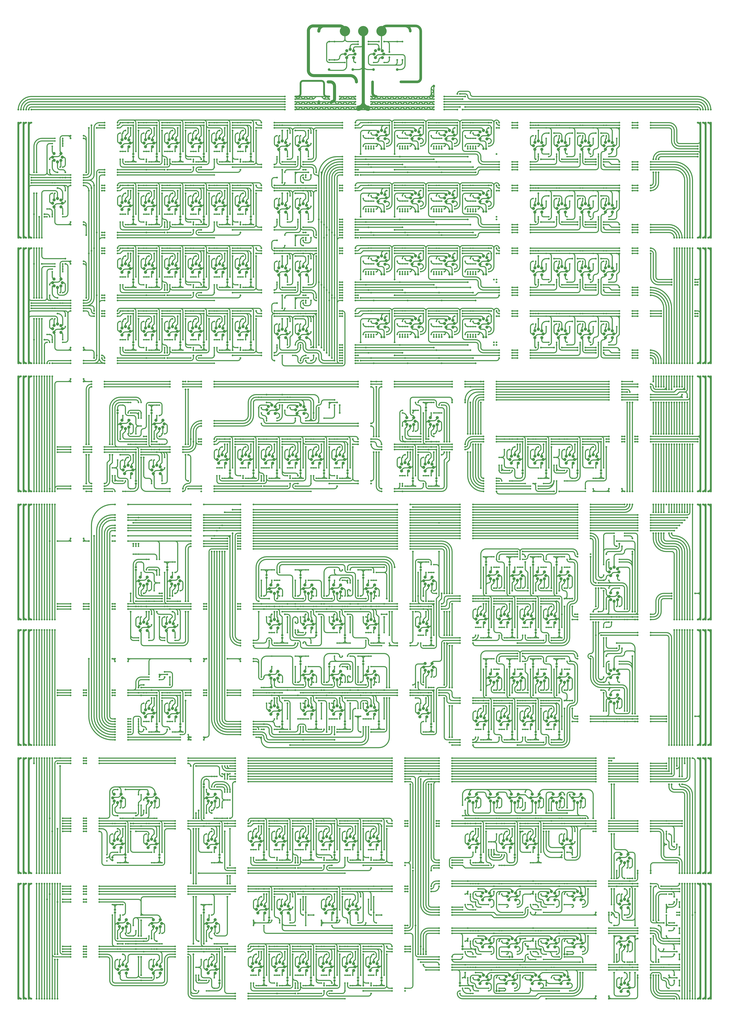
<source format=gbr>
G04 DesignSpark PCB Gerber Version 12.0 Build 5941*
G04 #@! TF.Part,Single*
G04 #@! TF.FileFunction,Copper,L1,Bot*
G04 #@! TF.FilePolarity,Positive*
%FSLAX35Y35*%
%MOIN*%
%ADD15C,0.03937*%
%ADD70C,0.04724*%
G04 #@! TA.AperFunction,WasherPad*
%ADD71C,0.06000*%
G04 #@! TD.AperFunction*
%ADD16C,0.06890*%
%ADD17C,0.07087*%
G04 #@! TA.AperFunction,ComponentPad*
%ADD22C,0.08661*%
G04 #@! TA.AperFunction,WasherPad*
%ADD21C,0.09843*%
G04 #@! TD.AperFunction*
%ADD18C,0.10000*%
%ADD19C,0.11811*%
G04 #@! TA.AperFunction,WasherPad*
%ADD20C,0.39370*%
G04 #@! TD.AperFunction*
X0Y0D02*
D02*
D15*
X20250Y3420250D02*
G75*
G02*
X70250Y3470250I50000J0D01*
G01*
X1040250D01*
X40250Y3420250D02*
G75*
G02*
X70250Y3450250I30000J0D01*
G01*
X1040250D01*
X60250Y3420250D02*
G75*
G02*
X70250Y3430250I10000J0D01*
G01*
X1040250D01*
X70250Y2660250D02*
X150250D01*
X70250Y2680250D02*
X180250D01*
X70250Y3140250D02*
X150250D01*
X70250Y3160250D02*
X180250D01*
X80250Y940250D02*
Y920250D01*
Y1430250D02*
Y990250D01*
Y1910250D02*
Y1470250D01*
Y1960250D02*
Y2400250D01*
Y2540250D02*
Y2450250D01*
Y2540250D02*
Y2620250D01*
Y2830250D02*
Y2700250D01*
Y2890250D02*
Y2830250D01*
Y3020250D02*
Y2930250D01*
Y3020250D02*
Y3100250D01*
X90250Y20250D02*
Y460250D01*
Y940250D02*
Y500250D01*
Y1430250D02*
Y990250D01*
Y1910250D02*
Y1470250D01*
Y2400250D02*
Y1960250D01*
Y2620250D02*
Y2450250D01*
Y2700250D02*
Y2890250D01*
Y3100250D02*
Y2930250D01*
Y3180250D02*
Y3280250D01*
G75*
G02*
X110250Y3300250I20000J0D01*
G01*
X160250D01*
X100250Y460250D02*
Y20250D01*
Y500250D02*
Y940250D01*
Y1430250D02*
Y990250D01*
Y1910250D02*
Y1470250D01*
Y1960250D02*
Y2400250D01*
Y2450250D02*
Y2620250D01*
Y2890250D02*
Y2700250D01*
Y2930250D02*
Y3010250D01*
X110250Y20250D02*
Y460250D01*
Y940250D02*
Y500250D01*
Y990250D02*
Y1430250D01*
Y1910250D02*
Y1470250D01*
Y2400250D02*
Y1960250D01*
Y2620250D02*
Y2450250D01*
Y2700250D02*
Y2810250D01*
G75*
G02*
X120250Y2820250I10000J0D01*
G01*
X160250D01*
X110250Y2830250D02*
X160250D01*
X120250Y460250D02*
Y20250D01*
Y500250D02*
Y940250D01*
Y1430250D02*
Y990250D01*
Y1910250D02*
Y1470250D01*
Y1960250D02*
Y2400250D01*
Y2450250D02*
Y2520250D01*
G75*
G02*
X130250Y2530250I10000J0D01*
G01*
X120250Y3010250D02*
X130250D01*
Y400250D02*
Y20250D01*
Y400250D02*
Y460250D01*
Y500250D02*
Y940250D01*
Y990250D02*
Y1430250D01*
Y1910250D02*
Y1470250D01*
Y2400250D02*
Y1960250D01*
Y2450250D02*
G75*
G02*
X140250Y2460250I10000J0D01*
G01*
X220250D01*
X130250Y2560250D02*
X140250D01*
X130250Y2700250D02*
G75*
G02*
X120250Y2690250I-10000J0D01*
G01*
X70250D01*
G75*
G02*
X60250Y2700250I0J10000D01*
G01*
X130250Y3040250D02*
X140250D01*
X130250Y3180250D02*
G75*
G02*
X120250Y3170250I-10000J0D01*
G01*
X70250D01*
G75*
G02*
X60250Y3180250I0J10000D01*
G01*
X140250Y20250D02*
Y420250D01*
Y460250D01*
Y710250D02*
Y500250D01*
Y940250D02*
Y710250D01*
Y1430250D02*
Y990250D01*
Y1470250D02*
Y1770250D01*
Y1910250D02*
Y1770250D01*
Y1960250D02*
Y1970250D01*
Y2400250D02*
Y1970250D01*
Y2530250D02*
G75*
G03*
X130250Y2540250I-10000J0D01*
G01*
X120250D01*
X140250Y2560250D02*
G75*
G02*
X150250Y2550250I0J-10000D01*
G01*
Y2540250D01*
X140250Y2710250D02*
Y2700250D01*
G75*
G03*
X150250Y2690250I10000J0D01*
G01*
X140250Y3010250D02*
G75*
G03*
X130250Y3020250I-10000J0D01*
G01*
X120250D01*
X140250Y3040250D02*
G75*
G02*
X150250Y3030250I0J-10000D01*
G01*
Y3020250D01*
X140250Y3190250D02*
Y3180250D01*
G75*
G03*
X150250Y3170250I10000J0D01*
G01*
Y20250D02*
Y190250D01*
Y460250D01*
Y500250D02*
Y660250D01*
Y940250D01*
Y990250D02*
Y1430250D01*
Y1910250D02*
Y1470250D01*
Y1960250D02*
Y2400250D01*
Y2540250D02*
Y2530250D01*
Y2660250D02*
X160250D01*
X150250Y2690250D02*
X140250D01*
G75*
G02*
X130250Y2700250I0J10000D01*
G01*
X150250Y2810250D02*
X140250D01*
G75*
G03*
X130250Y2800250I0J-10000D01*
G01*
Y2700250D01*
X150250Y3020250D02*
Y3010250D01*
Y3140250D02*
X160250D01*
X150250Y3170250D02*
X140250D01*
G75*
G02*
X130250Y3180250I0J10000D01*
G01*
X150250Y3290250D02*
X140250D01*
G75*
G03*
X130250Y3280250I0J-10000D01*
G01*
Y3180250D01*
X151746Y2582140D02*
X148360D01*
G75*
G02*
X140250Y2590250I0J8110D01*
G01*
Y2610250D01*
G75*
G02*
X150250Y2620250I10000J0D01*
G01*
X151746Y2758360D02*
X148360D01*
G75*
G03*
X140250Y2750250I0J-8110D01*
G01*
X151746Y2758360D02*
X148360D01*
X151746Y3062140D02*
X148360D01*
G75*
G02*
X140250Y3070250I0J8110D01*
G01*
Y3090250D01*
G75*
G02*
X150250Y3100250I10000J0D01*
G01*
X151746Y3238360D02*
X148360D01*
G75*
G03*
X140250Y3230250I0J-8110D01*
G01*
X151746Y3238360D02*
X148360D01*
X156864Y2568360D02*
Y2563636D01*
X160250Y2560250D01*
Y2510250D01*
G75*
G03*
X170250Y2500250I10000J0D01*
G01*
X210250D01*
X156864Y2568360D02*
X158360D01*
G75*
G02*
X170250Y2580250I11890J0D01*
G01*
X186864D01*
X188754Y2582140D01*
X156864Y2772140D02*
Y2773636D01*
G75*
G02*
X150250Y2780250I0J6614D01*
G01*
Y2800250D01*
X156864Y3048360D02*
Y3043636D01*
X160250Y3040250D01*
Y2990250D01*
G75*
G03*
X170250Y2980250I10000J0D01*
G01*
X210250D01*
X156864Y3048360D02*
X158360D01*
G75*
G02*
X170250Y3060250I11890J0D01*
G01*
X186864D01*
X188754Y3062140D01*
X156864Y3252140D02*
Y3253636D01*
G75*
G02*
X150250Y3260250I0J6614D01*
G01*
Y3280250D01*
X157258Y2594738D02*
Y2617258D01*
G75*
G02*
X160250Y2620250I2992J0D01*
G01*
X157258Y3074738D02*
Y3097258D01*
G75*
G02*
X160250Y3100250I2992J0D01*
G01*
Y20250D02*
Y170250D01*
Y190250D02*
Y460250D01*
Y500250D02*
Y920250D01*
G75*
G02*
X170250Y930250I10000J0D01*
G01*
X220250D01*
X160250Y940250D02*
X180250D01*
X160250Y1430250D02*
Y990250D01*
Y1910250D02*
Y1470250D01*
Y1960250D02*
Y1970250D01*
Y2370250D01*
G75*
G02*
X170250Y2380250I10000J0D01*
G01*
X210250D01*
X160250Y3310250D02*
X110250D01*
G75*
G03*
X80250Y3280250I0J-30000D01*
G01*
Y3180250D01*
X170250Y20250D02*
Y170250D01*
Y190250D02*
Y390250D01*
Y460250D01*
Y670250D02*
Y500250D01*
Y920250D02*
X220250D01*
X170250Y1180250D02*
X220250D01*
X170250Y1200250D02*
X220250D01*
X170250Y1510250D02*
X220250D01*
X170250Y1530250D02*
X220250D01*
X170250Y1770250D02*
X210250D01*
X170250Y1970250D02*
X220250D01*
X170250Y2110250D02*
X220250D01*
X170250Y2130250D02*
X220250D01*
X170250Y2600250D02*
Y2620250D01*
G75*
G03*
X160250Y2630250I-10000J0D01*
G01*
X70250D01*
G75*
G03*
X60250Y2620250I0J-10000D01*
G01*
X170250Y2640250D02*
G75*
G02*
X190250Y2620250I0J-20000D01*
G01*
Y2597337D01*
G75*
G02*
X187258Y2594344I-2992J0D01*
G01*
X183242D01*
X170250Y2700250D02*
G75*
G02*
X150250Y2720250I0J20000D01*
G01*
Y2743163D01*
G75*
G02*
X153242Y2746156I2992J0D01*
G01*
X157258D01*
X170250Y2740250D02*
Y2720250D01*
G75*
G03*
X180250Y2710250I10000J0D01*
G01*
X190250D01*
G75*
G03*
X210250Y2730250I0J20000D01*
G01*
Y2820250D01*
G75*
G03*
X200250Y2830250I-10000J0D01*
G01*
X170250Y3080250D02*
Y3100250D01*
G75*
G03*
X160250Y3110250I-10000J0D01*
G01*
X120250D01*
G75*
G03*
X110250Y3100250I0J-10000D01*
G01*
Y2930250D01*
X170250Y3120250D02*
G75*
G02*
X190250Y3100250I0J-20000D01*
G01*
Y3077337D01*
G75*
G02*
X187258Y3074344I-2992J0D01*
G01*
X183242D01*
X170250Y3180250D02*
G75*
G02*
X150250Y3200250I0J20000D01*
G01*
Y3223163D01*
G75*
G02*
X153242Y3226156I2992J0D01*
G01*
X157258D01*
X170250Y3220250D02*
Y3200250D01*
G75*
G03*
X180250Y3190250I10000J0D01*
G01*
X190250D01*
G75*
G02*
X200250Y3180250I0J-10000D01*
G01*
X180250Y500250D02*
Y910250D01*
Y940250D02*
X220250D01*
X183242Y2745762D02*
Y2723242D01*
G75*
G02*
X180250Y2720250I-2992J0D01*
G01*
X183242Y3225762D02*
Y3203242D01*
G75*
G02*
X180250Y3200250I-2992J0D01*
G01*
X183636Y2568360D02*
Y2566864D01*
G75*
G02*
X190250Y2560250I0J-6614D01*
G01*
Y2540250D01*
X183636Y2772140D02*
Y2776864D01*
X180250Y2780250D01*
Y2830250D01*
G75*
G02*
X190250Y2840250I10000J0D01*
G01*
X210250D01*
X183636Y2772140D02*
X182140D01*
G75*
G02*
X170250Y2760250I-11890J0D01*
G01*
X153636D01*
X151746Y2758360D01*
X183636Y3048360D02*
Y3046864D01*
G75*
G02*
X190250Y3040250I0J-6614D01*
G01*
Y3020250D01*
X183636Y3252140D02*
Y3256864D01*
X180250Y3260250D01*
Y3310250D01*
G75*
G02*
X190250Y3320250I10000J0D01*
G01*
X210250D01*
X183636Y3252140D02*
X182140D01*
G75*
G02*
X170250Y3240250I-11890J0D01*
G01*
X153636D01*
X151746Y3238360D01*
X188754Y2582140D02*
X192140D01*
G75*
G03*
X200250Y2590250I0J8110D01*
G01*
X188754Y2582140D02*
X192140D01*
X188754Y2758360D02*
X192140D01*
G75*
G02*
X200250Y2750250I0J-8110D01*
G01*
Y2730250D01*
G75*
G02*
X190250Y2720250I-10000J0D01*
G01*
X188754Y3062140D02*
X192140D01*
G75*
G03*
X200250Y3070250I0J8110D01*
G01*
X188754Y3062140D02*
X192140D01*
X188754Y3238360D02*
X192140D01*
G75*
G02*
X200250Y3230250I0J-8110D01*
G01*
Y3210250D01*
G75*
G02*
X190250Y3200250I-10000J0D01*
G01*
Y200250D02*
X220250D01*
X190250Y220250D02*
X220250D01*
X190250Y420250D02*
X220250D01*
X190250Y430250D02*
X220250D01*
X190250Y450250D02*
X220250D01*
X190250Y670250D02*
X220250D01*
X190250Y680250D02*
X220250D01*
X190250Y700250D02*
X220250D01*
X190250Y710250D02*
X220250D01*
X190250Y2530250D02*
X200250D01*
G75*
G03*
X210250Y2540250I0J10000D01*
G01*
Y2640250D01*
X190250Y2650250D02*
X70250D01*
G75*
G03*
X60250Y2640250I0J-10000D01*
G01*
X190250Y2650250D02*
X200250D01*
G75*
G02*
X210250Y2640250I0J-10000D01*
G01*
X190250Y2680250D02*
X180250D01*
X190250Y2810250D02*
Y2800250D01*
Y2820250D02*
Y2810250D01*
Y2830250D02*
Y2820250D01*
Y3010250D02*
X200250D01*
G75*
G03*
X210250Y3020250I0J10000D01*
G01*
Y3120250D01*
X190250Y3130250D02*
X70250D01*
G75*
G03*
X60250Y3120250I0J-10000D01*
G01*
X190250Y3130250D02*
X200250D01*
G75*
G02*
X210250Y3120250I0J-10000D01*
G01*
X190250Y3160250D02*
X180250D01*
X190250Y3290250D02*
Y3280250D01*
Y3300250D02*
Y3290250D01*
Y3310250D02*
Y3300250D01*
X200250Y2630250D02*
Y2640250D01*
G75*
G03*
X190250Y2650250I-10000J0D01*
G01*
X200250Y2850250D02*
X120250D01*
G75*
G02*
X110250Y2860250I0J10000D01*
G01*
Y2890250D01*
X200250Y3110250D02*
Y3120250D01*
G75*
G03*
X190250Y3130250I-10000J0D01*
G01*
X200250Y3160250D02*
X190250D01*
X210250Y1770250D02*
X220250D01*
X210250Y2380250D02*
X220250D01*
X210250Y2500250D02*
X220250D01*
X210250Y2840250D02*
X220250D01*
X210250Y2980250D02*
X220250D01*
X210250Y3320250D02*
X220250D01*
Y180250D02*
X160250D01*
G75*
G02*
X150250Y190250I0J10000D01*
G01*
X220250D02*
X190250D01*
G75*
G02*
X180250Y200250I0J10000D01*
G01*
Y460250D01*
X220250Y210250D02*
X190250D01*
X220250Y390250D02*
X190250D01*
X220250Y400250D02*
X190250D01*
X220250Y440250D02*
X190250D01*
X220250Y660250D02*
X190250D01*
X220250Y690250D02*
X190250D01*
X220250Y1190250D02*
X170250D01*
X220250Y1520250D02*
X170250D01*
X220250Y1780250D02*
G75*
G02*
X210250Y1770250I-10000J0D01*
G01*
X220250Y1980250D02*
X170250D01*
G75*
G03*
X160250Y1970250I0J-10000D01*
G01*
X220250Y2120250D02*
X170250D01*
X220250Y2390250D02*
G75*
G02*
X210250Y2380250I-10000J0D01*
G01*
X220250Y2450250D02*
X150250D01*
X220250Y2510250D02*
G75*
G02*
X210250Y2500250I-10000J0D01*
G01*
X220250Y2650250D02*
G75*
G03*
X210250Y2640250I0J-10000D01*
G01*
X220250Y2660250D02*
X160250D01*
X220250Y2670250D02*
X70250D01*
X220250Y2680250D02*
X190250D01*
X220250Y2690250D02*
X150250D01*
X220250Y2830250D02*
G75*
G03*
X210250Y2840250I-10000J0D01*
G01*
X220250Y2990250D02*
G75*
G02*
X210250Y2980250I-10000J0D01*
G01*
X220250Y3130250D02*
G75*
G03*
X210250Y3120250I0J-10000D01*
G01*
X220250Y3140250D02*
X160250D01*
X220250Y3150250D02*
X70250D01*
X220250Y3160250D02*
X200250D01*
X220250Y3170250D02*
X150250D01*
X220250Y3310250D02*
G75*
G03*
X210250Y3320250I-10000J0D01*
G01*
X270250Y200250D02*
X280250D01*
X270250Y220250D02*
X280250D01*
X270250Y390250D02*
X280250D01*
X270250Y420250D02*
X280250D01*
X270250Y430250D02*
X280250D01*
X270250Y450250D02*
X280250D01*
X270250Y670250D02*
X280250D01*
X270250Y680250D02*
X280250D01*
X270250Y700250D02*
X280250D01*
X270250Y710250D02*
X280250D01*
X270250Y940250D02*
X280250D01*
X270250Y1180250D02*
X280250D01*
X270250Y1200250D02*
X280250D01*
X270250Y1510250D02*
X290250D01*
X270250Y1530250D02*
X290250D01*
X270250Y1780250D02*
G75*
G03*
X280250Y1770250I10000J0D01*
G01*
X270250Y1980250D02*
X300250D01*
X270250Y2110250D02*
X300250D01*
X270250Y2130250D02*
X300250D01*
X270250Y2380250D02*
X280250D01*
X270250Y2390250D02*
G75*
G03*
X280250Y2380250I10000J0D01*
G01*
X270250Y2450250D02*
X310250D01*
X270250Y2460250D02*
X310250D01*
G75*
G03*
X320250Y2470250I0J10000D01*
G01*
Y2480250D01*
X270250Y2510250D02*
G75*
G03*
X280250Y2500250I10000J0D01*
G01*
X270250Y2670250D02*
X280250D01*
X270250Y2690250D02*
X280250D01*
G75*
G03*
X290250Y2700250I0J10000D01*
G01*
Y2870250D01*
X270250Y2830250D02*
G75*
G02*
X280250Y2820250I0J-10000D01*
G01*
X270250Y2840250D02*
G75*
G02*
X280250Y2830250I0J-10000D01*
G01*
Y2820250D01*
X270250Y2980250D02*
G75*
G02*
X280250Y2970250I0J-10000D01*
G01*
X270250Y2990250D02*
G75*
G02*
X280250Y2980250I0J-10000D01*
G01*
Y2970250D01*
X270250Y3130250D02*
G75*
G02*
X290250Y3110250I0J-20000D01*
G01*
X270250Y3140250D02*
X280250D01*
G75*
G02*
X300250Y3120250I0J-20000D01*
G01*
X270250Y3150250D02*
X290250D01*
X270250Y3160250D02*
X280250D01*
G75*
G03*
X300250Y3180250I0J20000D01*
G01*
Y3360250D01*
X270250Y3170250D02*
X280250D01*
G75*
G03*
X290250Y3180250I0J10000D01*
G01*
Y3350250D01*
X270250Y3310250D02*
G75*
G02*
X280250Y3300250I0J-10000D01*
G01*
X270250Y3320250D02*
G75*
G02*
X280250Y3310250I0J-10000D01*
G01*
Y3300250D01*
Y180250D02*
X270250D01*
X280250Y190250D02*
X270250D01*
X280250Y210250D02*
X270250D01*
X280250Y400250D02*
X270250D01*
X280250Y440250D02*
X270250D01*
X280250Y660250D02*
X270250D01*
X280250Y690250D02*
X270250D01*
X280250Y920250D02*
X270250D01*
X280250Y930250D02*
X270250D01*
X280250Y1190250D02*
X270250D01*
X280250Y1770250D02*
X270250D01*
X280250Y2100250D02*
Y1990250D01*
Y2500250D02*
X270250D01*
X280250Y2670250D02*
G75*
G03*
X310250Y2700250I0J30000D01*
G01*
Y2890250D01*
X280250Y2820250D02*
Y2700250D01*
Y2970250D02*
Y2940250D01*
Y3300250D02*
Y3180250D01*
X290250Y1320250D02*
Y1100250D01*
G75*
G03*
X380250Y1010250I90000J0D01*
G01*
X390250D01*
X290250Y1520250D02*
X270250D01*
X290250Y1770250D02*
X280250D01*
X290250Y3110250D02*
Y2870250D01*
Y3150250D02*
G75*
G03*
X310250Y3170250I0J20000D01*
G01*
Y3350250D01*
G75*
G02*
X330250Y3370250I20000J0D01*
G01*
X350250D01*
X290250Y3150250D02*
G75*
G02*
X310250Y3130250I0J-20000D01*
G01*
X300250Y1960250D02*
X280250D01*
X300250Y1970250D02*
X270250D01*
X300250Y1990250D02*
G75*
G02*
X290250Y2000250I0J10000D01*
G01*
Y2100250D01*
X300250Y2120250D02*
X270250D01*
X300250Y2360250D02*
G75*
G03*
X290250Y2350250I0J-10000D01*
G01*
Y2140250D01*
X300250Y2370250D02*
G75*
G03*
X280250Y2350250I0J-20000D01*
G01*
Y2140250D01*
X300250Y2380250D02*
X280250D01*
X300250Y2630250D02*
X310250D01*
X300250D02*
G75*
G02*
X290250Y2640250I0J10000D01*
G01*
G75*
G03*
X280250Y2650250I-10000J0D01*
G01*
X270250D01*
X300250Y2880250D02*
Y3120250D01*
Y2880250D02*
Y2700250D01*
G75*
G02*
X280250Y2680250I-20000J0D01*
G01*
X270250D01*
X310250Y1790250D02*
Y1100250D01*
G75*
G03*
X380250Y1030250I70000J0D01*
G01*
X390250D01*
X310250Y2450250D02*
X350250D01*
X310250Y2470250D02*
Y2490250D01*
G75*
G03*
X300250Y2500250I-10000J0D01*
G01*
X280250D01*
X310250Y2640250D02*
G75*
G02*
X300250Y2650250I0J10000D01*
G01*
G75*
G03*
X290250Y2660250I-10000J0D01*
G01*
X270250D01*
X310250Y2650250D02*
Y2660250D01*
G75*
G03*
X300250Y2670250I-10000J0D01*
G01*
X280250D01*
X310250Y3130250D02*
Y2890250D01*
X320250Y2480250D02*
Y2710250D01*
Y2950250D01*
Y3180250D01*
G75*
G02*
X330250Y3190250I10000J0D01*
G01*
X350250D01*
X320250Y3350250D02*
X350250D01*
X330250Y180250D02*
X360250D01*
G75*
G02*
X370250Y170250I0J-10000D01*
G01*
Y90250D01*
G75*
G03*
X390250Y70250I20000J0D01*
G01*
X570250D01*
G75*
G03*
X590250Y90250I0J20000D01*
G01*
Y170250D01*
G75*
G02*
X600250Y180250I10000J0D01*
G01*
X620250D01*
X330250Y190250D02*
X360250D01*
G75*
G02*
X380250Y170250I0J-20000D01*
G01*
Y90250D01*
G75*
G03*
X390250Y80250I10000J0D01*
G01*
X570250D01*
G75*
G03*
X580250Y90250I0J10000D01*
G01*
Y170250D01*
G75*
G02*
X600250Y190250I20000J0D01*
G01*
X620250D01*
X330250Y200250D02*
X500250D01*
X330250Y210250D02*
X400250D01*
X330250Y390250D02*
X420250D01*
G75*
G02*
X430250Y380250I0J-10000D01*
G01*
Y350250D01*
G75*
G02*
X420250Y340250I-10000J0D01*
G01*
X330250Y400250D02*
X480250D01*
G75*
G02*
X490250Y390250I0J-10000D01*
G01*
X330250Y420250D02*
X620250D01*
X330250Y430250D02*
X620250D01*
X330250Y450250D02*
X620250D01*
X330250Y660250D02*
G75*
G02*
X340250Y650250I0J-10000D01*
G01*
Y540250D01*
G75*
G03*
X350250Y530250I10000J0D01*
G01*
X570250D01*
G75*
G03*
X580250Y540250I0J10000D01*
G01*
Y660250D01*
G75*
G02*
X590250Y670250I10000J0D01*
G01*
X620250D01*
X330250D02*
X340250D01*
G75*
G02*
X360250Y650250I0J-20000D01*
G01*
Y571904D01*
X359305Y570959D01*
X330250Y690250D02*
X380250D01*
X330250Y700250D02*
X430250D01*
X330250Y710250D02*
X360250D01*
G75*
G03*
X370250Y720250I0J10000D01*
G01*
Y810250D01*
G75*
G02*
X390250Y830250I20000J0D01*
G01*
X400250D01*
X330250Y940250D02*
X620250D01*
X330250Y2470250D02*
G75*
G03*
X350250Y2450250I20000J0D01*
G01*
X330250Y2470250D02*
G75*
G02*
X310250Y2450250I-20000J0D01*
G01*
X330250Y2680250D02*
Y2470250D01*
Y2680250D02*
Y2920250D01*
Y3160250D01*
G75*
G02*
X340250Y3170250I10000J0D01*
G01*
X350250D01*
X330250Y2920250D02*
G75*
G02*
X340250Y2930250I10000J0D01*
G01*
X350250D01*
X330250Y3180250D02*
X350250D01*
X340250Y2630250D02*
X350250D01*
X340250Y2650250D02*
X350250D01*
X340250Y2700250D02*
X350250D01*
X340250Y2870250D02*
X350250D01*
X340250Y2890250D02*
X350250D01*
X340250Y2940250D02*
X350250D01*
X340250Y3120250D02*
X350250D01*
Y1960250D02*
X380250D01*
X350250Y1970250D02*
X380250D01*
G75*
G02*
X390250Y1960250I0J-10000D01*
G01*
X350250Y1990250D02*
G75*
G03*
X360250Y2000250I0J10000D01*
G01*
Y2070250D01*
X370250Y2080250D01*
Y2100250D01*
X350250Y2120250D02*
X400250D01*
X350250Y2370250D02*
X600250D01*
X350250Y2460250D02*
G75*
G02*
X340250Y2470250I0J10000D01*
G01*
X350250D02*
G75*
G03*
X340250Y2480250I-10000J0D01*
G01*
X350250Y2640250D02*
X340250D01*
X350250Y2690250D02*
X340250D01*
G75*
G03*
X330250Y2680250I0J-10000D01*
G01*
X350250Y2710250D02*
X340250D01*
X350250Y2880250D02*
X340250D01*
X350250Y2950250D02*
X340250D01*
X350250Y3110250D02*
X340250D01*
X350250Y3130250D02*
X340250D01*
X350250Y3360250D02*
X330250D01*
X359305Y559148D02*
Y559305D01*
G75*
G03*
X370250Y570250I0J10945D01*
G01*
G75*
G02*
X380250Y580250I10000J0D01*
G01*
X400250D01*
X370250Y2000250D02*
Y2060250D01*
X380250Y2070250D01*
Y2100250D01*
X370250Y2000250D02*
G75*
G02*
X350250Y1980250I-20000J0D01*
G01*
X370250Y2140250D02*
Y2280250D01*
G75*
G02*
X410250Y2320250I40000J0D01*
G01*
X380250Y340250D02*
Y230250D01*
G75*
G03*
X390250Y220250I10000J0D01*
G01*
X380250Y380250D02*
G75*
G02*
X390250Y370250I0J-10000D01*
G01*
X380250Y550250D02*
G75*
G02*
X370250Y560250I0J10000D01*
G01*
Y570250D01*
X380250Y560250D02*
G75*
G02*
X390250Y570250I10000J0D01*
G01*
X420250D01*
G75*
G03*
X430250Y580250I0J10000D01*
G01*
X380250Y690250D02*
X390250D01*
X380250Y1180250D02*
X390250D01*
X380250Y1200250D02*
X390250D01*
X380250Y1320250D02*
X390250D01*
X380250Y1510250D02*
X390250D01*
X380250Y1530250D02*
X390250D01*
X380250Y1770250D02*
X390250D01*
X380250Y2000250D02*
Y2020250D01*
Y2050250D02*
X390250D01*
X380250Y2140250D02*
Y2280250D01*
G75*
G02*
X410250Y2310250I30000J0D01*
G01*
X381746Y612140D02*
X378360D01*
G75*
G02*
X370250Y620250I0J8110D01*
G01*
Y640250D01*
G75*
G02*
X380250Y650250I10000J0D01*
G01*
X381746Y788360D02*
X378360D01*
X381746D02*
X378360D01*
X386864Y598360D02*
X388360D01*
G75*
G02*
X400250Y610250I11890J0D01*
G01*
X416864D01*
X418754Y612140D01*
X386864Y802140D02*
Y803636D01*
G75*
G02*
X380250Y810250I0J6614D01*
G01*
G75*
G02*
X390250Y820250I10000J0D01*
G01*
X400250D01*
X387258Y624738D02*
Y647258D01*
G75*
G02*
X390250Y650250I2992J0D01*
G01*
X387258Y776156D02*
Y767258D01*
X380250Y760250D01*
Y730250D01*
G75*
G03*
X390250Y720250I10000J0D01*
G01*
X400250D01*
X390250Y220250D02*
X620250D01*
X390250D02*
X330250D01*
X390250Y300250D02*
Y350250D01*
Y360250D02*
Y370250D01*
G75*
G02*
X400250Y380250I10000J0D01*
G01*
X390250Y650250D02*
G75*
G02*
X400250Y660250I10000J0D01*
G01*
X390250Y690250D02*
X430250D01*
X390250Y1050250D02*
X380250D01*
G75*
G02*
X330250Y1100250I0J50000D01*
G01*
Y1810250D01*
G75*
G02*
X380250Y1860250I50000J0D01*
G01*
X390250D01*
Y1070250D02*
X380250D01*
G75*
G02*
X350250Y1100250I0J30000D01*
G01*
Y1800250D01*
G75*
G02*
X380250Y1830250I30000J0D01*
G01*
X390250D01*
Y1090250D02*
X380250D01*
G75*
G02*
X370250Y1100250I0J10000D01*
G01*
Y1800250D01*
G75*
G02*
X380250Y1810250I10000J0D01*
G01*
X390250D01*
Y1190250D02*
X380250D01*
X390250Y1310250D02*
G75*
G03*
X380250Y1320250I-10000J0D01*
G01*
X390250Y1520250D02*
X380250D01*
X390250Y1790250D02*
X380250D01*
X390250Y1820250D02*
X380250D01*
G75*
G03*
X360250Y1800250I0J-20000D01*
G01*
Y1100250D01*
G75*
G03*
X380250Y1080250I20000J0D01*
G01*
X390250D01*
Y1850250D02*
X380250D01*
G75*
G03*
X340250Y1810250I0J-40000D01*
G01*
Y1100250D01*
G75*
G03*
X380250Y1060250I40000J0D01*
G01*
X390250D01*
Y1870250D02*
X380250D01*
G75*
G03*
X320250Y1810250I0J-60000D01*
G01*
Y1100250D01*
G75*
G03*
X380250Y1040250I60000J0D01*
G01*
X390250D01*
Y1910250D02*
X380250D01*
G75*
G03*
X300250Y1830250I0J-80000D01*
G01*
Y1100250D01*
G75*
G03*
X380250Y1020250I80000J0D01*
G01*
X390250D01*
Y2010250D02*
G75*
G03*
X400250Y2000250I10000J0D01*
G01*
X420250D01*
X390250Y2010250D02*
Y2000250D01*
Y2020250D02*
Y2010250D01*
Y2050250D02*
G75*
G03*
X400250Y2060250I0J10000D01*
G01*
Y2080250D01*
X390250Y2050250D02*
G75*
G02*
X400250Y2040250I0J-10000D01*
G01*
Y2020250D01*
G75*
G03*
X410250Y2010250I10000J0D01*
G01*
X430250D01*
G75*
G02*
X440250Y2000250I0J-10000D01*
G01*
Y1980250D01*
G75*
G03*
X450250Y1970250I10000J0D01*
G01*
X400250Y210250D02*
X410250D01*
X400250Y230250D02*
X420250D01*
X400250Y380250D02*
X380250D01*
X400250Y630250D02*
Y640250D01*
X410250Y650250D01*
X400250Y770250D02*
Y760250D01*
X390250Y750250D01*
Y740250D01*
G75*
G03*
X400250Y730250I10000J0D01*
G01*
X470250D01*
X400250Y830250D02*
X520250D01*
G75*
G02*
X543636Y806864I0J-23386D01*
G01*
Y802140D01*
X400250Y2120250D02*
X420250D01*
X400250Y2130250D02*
X350250D01*
X400250Y2210250D02*
Y2260250D01*
Y2450250D02*
X770250D01*
X400250Y2460250D02*
X680250D01*
G75*
G03*
X690250Y2470250I0J10000D01*
G01*
Y2480250D01*
X400250Y2470250D02*
X510250D01*
X400250Y2630250D02*
X410250D01*
X420250Y2640250D01*
X460250D01*
X400250D02*
G75*
G03*
X410250Y2650250I0J10000D01*
G01*
X400250D02*
G75*
G02*
X410250Y2660250I10000J0D01*
G01*
X460250D01*
X400250Y2690250D02*
X770250D01*
X400250Y2700250D02*
X680250D01*
G75*
G03*
X690250Y2710250I0J10000D01*
G01*
Y2720250D01*
X400250Y2710250D02*
X510250D01*
X400250Y2870250D02*
X410250D01*
X420250Y2880250D01*
X460250D01*
X400250D02*
G75*
G03*
X410250Y2890250I0J10000D01*
G01*
X400250D02*
G75*
G02*
X410250Y2900250I10000J0D01*
G01*
X460250D01*
X400250Y2930250D02*
X770250D01*
X400250Y2940250D02*
X680250D01*
G75*
G03*
X690250Y2950250I0J10000D01*
G01*
Y2960250D01*
X400250Y2950250D02*
X510250D01*
X400250Y3110250D02*
X410250D01*
X420250Y3120250D01*
X460250D01*
X400250D02*
G75*
G03*
X410250Y3130250I0J10000D01*
G01*
X400250D02*
G75*
G02*
X410250Y3140250I10000J0D01*
G01*
X460250D01*
X400250Y3170250D02*
X770250D01*
X400250Y3180250D02*
X680250D01*
G75*
G03*
X690250Y3190250I0J10000D01*
G01*
Y3200250D01*
X400250Y3190250D02*
X510250D01*
X400250Y3350250D02*
X410250D01*
X420250Y3360250D01*
X460250D01*
X400250D02*
G75*
G03*
X410250Y3370250I0J10000D01*
G01*
X400250D02*
G75*
G02*
X410250Y3380250I10000J0D01*
G01*
X460250D01*
X401746Y132140D02*
X398360D01*
G75*
G02*
X390250Y140250I0J8110D01*
G01*
Y160250D01*
G75*
G02*
X400250Y170250I10000J0D01*
G01*
X401746Y308360D02*
X398360D01*
G75*
G03*
X390250Y300250I0J-8110D01*
G01*
X406864Y118360D02*
Y113636D01*
X410250Y110250D01*
Y100250D01*
G75*
G03*
X420250Y90250I10000J0D01*
G01*
X490250D01*
X406864Y118360D02*
X408360D01*
G75*
G02*
X420250Y130250I11890J0D01*
G01*
X436864D01*
X438754Y132140D01*
X406864Y322140D02*
Y323636D01*
X410250Y327022D01*
Y340250D01*
X407258Y144738D02*
Y167258D01*
G75*
G02*
X410250Y170250I2992J0D01*
G01*
X407258Y296156D02*
Y287258D01*
X400250Y280250D01*
Y250250D01*
X410250Y210250D02*
X470250D01*
X410250Y380250D02*
X400250D01*
X410250D02*
X420250D01*
X410250Y540250D02*
X420250D01*
X410250D02*
X400250D01*
X410250Y650250D02*
Y660250D01*
G75*
G03*
X400250Y670250I-10000J0D01*
G01*
X410250Y2320250D02*
X470250D01*
G75*
G02*
X490250Y2300250I0J-20000D01*
G01*
X410250Y2510250D02*
Y2490250D01*
G75*
G03*
X420250Y2480250I10000J0D01*
G01*
X590250D01*
G75*
G03*
X600250Y2490250I0J10000D01*
G01*
Y2510250D01*
X410250Y2540250D02*
X420250D01*
X410250Y2650250D02*
X420250D01*
X410250Y2750250D02*
Y2730250D01*
G75*
G03*
X420250Y2720250I10000J0D01*
G01*
X590250D01*
G75*
G03*
X600250Y2730250I0J10000D01*
G01*
Y2750250D01*
X410250Y2780250D02*
X420250D01*
X410250Y2890250D02*
X420250D01*
X410250Y2990250D02*
Y2970250D01*
G75*
G03*
X420250Y2960250I10000J0D01*
G01*
X590250D01*
G75*
G03*
X600250Y2970250I0J10000D01*
G01*
Y2990250D01*
X410250Y3020250D02*
X420250D01*
X410250Y3130250D02*
X420250D01*
X410250Y3230250D02*
Y3210250D01*
G75*
G03*
X420250Y3200250I10000J0D01*
G01*
X590250D01*
G75*
G03*
X600250Y3210250I0J10000D01*
G01*
Y3230250D01*
X410250Y3260250D02*
X420250D01*
X410250Y3370250D02*
X420250D01*
X411746Y2218360D02*
X408360D01*
G75*
G03*
X400250Y2210250I0J-8110D01*
G01*
X411746Y2572140D02*
X408360D01*
G75*
G02*
X400250Y2580250I0J8110D01*
G01*
Y2600250D01*
G75*
G02*
X410250Y2610250I10000J0D01*
G01*
X411746Y2812140D02*
X408360D01*
G75*
G02*
X400250Y2820250I0J8110D01*
G01*
Y2840250D01*
G75*
G02*
X410250Y2850250I10000J0D01*
G01*
X411746Y3052140D02*
X408360D01*
G75*
G02*
X400250Y3060250I0J8110D01*
G01*
Y3080250D01*
G75*
G02*
X410250Y3090250I10000J0D01*
G01*
X411746Y3292140D02*
X408360D01*
G75*
G02*
X400250Y3300250I0J8110D01*
G01*
Y3320250D01*
G75*
G02*
X410250Y3330250I10000J0D01*
G01*
X413242Y624344D02*
Y633242D01*
X420250Y640250D01*
Y670250D01*
X413242Y775762D02*
Y753242D01*
G75*
G02*
X410250Y750250I-2992J0D01*
G01*
X413636Y598360D02*
Y596864D01*
X410250Y593478D01*
Y580250D01*
X413636Y802140D02*
Y816864D01*
G75*
G03*
X400250Y830250I-13386J0D01*
G01*
X413636Y802140D02*
X412140D01*
G75*
G02*
X400250Y790250I-11890J0D01*
G01*
X383636D01*
X381746Y788360D01*
X416864Y2232140D02*
Y2233636D01*
X420250Y2237022D01*
Y2250250D01*
X416864Y2558360D02*
X418360D01*
G75*
G02*
X430250Y2570250I11890J0D01*
G01*
X446864D01*
X448754Y2572140D01*
X416864Y2798360D02*
X418360D01*
G75*
G02*
X430250Y2810250I11890J0D01*
G01*
X446864D01*
X448754Y2812140D01*
X416864Y3038360D02*
X418360D01*
G75*
G02*
X430250Y3050250I11890J0D01*
G01*
X446864D01*
X448754Y3052140D01*
X416864Y3278360D02*
X418360D01*
G75*
G02*
X430250Y3290250I11890J0D01*
G01*
X446864D01*
X448754Y3292140D01*
X417258Y2206156D02*
Y2197258D01*
X410250Y2190250D01*
Y2160250D01*
X417258Y2584738D02*
Y2607258D01*
G75*
G02*
X420250Y2610250I2992J0D01*
G01*
X417258Y2824738D02*
Y2847258D01*
G75*
G02*
X420250Y2850250I2992J0D01*
G01*
X417258Y3064738D02*
Y3087258D01*
G75*
G02*
X420250Y3090250I2992J0D01*
G01*
X417258Y3304738D02*
Y3327258D01*
G75*
G02*
X420250Y3330250I2992J0D01*
G01*
X418754Y612140D02*
X422140D01*
G75*
G03*
X430250Y620250I0J8110D01*
G01*
X418754Y788360D02*
X422140D01*
G75*
G02*
X430250Y780250I0J-8110D01*
G01*
Y760250D01*
G75*
G02*
X420250Y750250I-10000J0D01*
G01*
Y150250D02*
Y160250D01*
X430250Y170250D01*
Y180250D01*
G75*
G03*
X420250Y190250I-10000J0D01*
G01*
Y290250D02*
Y280250D01*
X410250Y270250D01*
Y260250D01*
G75*
G03*
X420250Y250250I10000J0D01*
G01*
X510250D01*
X420250Y540250D02*
X440250D01*
X420250Y710250D02*
X460250D01*
X420250D02*
X410250D01*
X420250Y1960250D02*
X430250D01*
X420250Y2120250D02*
X430250D01*
X420250Y2290250D02*
X410250D01*
G75*
G03*
X400250Y2280250I0J-10000D01*
G01*
Y2270250D01*
X420250Y2540250D02*
X430250D01*
X420250Y2610250D02*
G75*
G02*
X430250Y2620250I10000J0D01*
G01*
X420250Y2650250D02*
X440250D01*
X420250Y2780250D02*
X430250D01*
X420250Y2850250D02*
G75*
G02*
X430250Y2860250I10000J0D01*
G01*
X420250Y2890250D02*
X440250D01*
X420250Y3020250D02*
X430250D01*
X420250Y3090250D02*
G75*
G02*
X430250Y3100250I10000J0D01*
G01*
X420250Y3130250D02*
X440250D01*
X420250Y3260250D02*
X430250D01*
X420250Y3330250D02*
G75*
G02*
X430250Y3340250I10000J0D01*
G01*
X420250Y3370250D02*
X440250D01*
X421746Y2042140D02*
X418360D01*
G75*
G02*
X410250Y2050250I0J8110D01*
G01*
Y2070250D01*
G75*
G02*
X420250Y2080250I10000J0D01*
G01*
X426864Y2028360D02*
X428360D01*
G75*
G02*
X440250Y2040250I11890J0D01*
G01*
X456864D01*
X458754Y2042140D01*
X427258Y2054738D02*
Y2077258D01*
G75*
G02*
X430250Y2080250I2992J0D01*
G01*
Y550250D02*
G75*
G02*
X420250Y540250I-10000J0D01*
G01*
X430250Y560250D02*
Y550250D01*
Y570250D02*
Y580250D01*
Y620250D01*
Y680250D01*
X330250D01*
X430250Y700250D02*
X560250D01*
X430250D02*
G75*
G02*
X440250Y690250I0J-10000D01*
G01*
Y580250D01*
X430250Y1960250D02*
X460250D01*
G75*
G03*
X480250Y1980250I0J20000D01*
G01*
Y2120250D01*
G75*
G03*
X470250Y2130250I-10000J0D01*
G01*
X430250Y2000250D02*
G75*
G02*
X420250Y1990250I-10000J0D01*
G01*
X390250D01*
G75*
G02*
X380250Y2000250I0J10000D01*
G01*
X430250Y2080250D02*
G75*
G02*
X440250Y2090250I10000J0D01*
G01*
X430250Y2120250D02*
X470250D01*
X430250Y2200250D02*
Y2190250D01*
X420250Y2180250D01*
Y2170250D01*
G75*
G03*
X430250Y2160250I10000J0D01*
G01*
X510250D01*
X430250Y2590250D02*
Y2600250D01*
X440250Y2610250D01*
X430250Y2830250D02*
Y2840250D01*
X440250Y2850250D01*
X430250Y3070250D02*
Y3080250D01*
X440250Y3090250D01*
X430250Y3310250D02*
Y3320250D01*
X440250Y3330250D01*
X433242Y295762D02*
Y273242D01*
G75*
G02*
X430250Y270250I-2992J0D01*
G01*
X433636Y118360D02*
Y106864D01*
G75*
G03*
X440250Y100250I6614J0D01*
G01*
X470250D01*
G75*
G03*
X480250Y110250I0J10000D01*
G01*
X433636Y322140D02*
X432140D01*
G75*
G02*
X420250Y310250I-11890J0D01*
G01*
X403636D01*
X401746Y308360D01*
X438754Y132140D02*
X442140D01*
X438754D02*
X442140D01*
X438754Y308360D02*
X442140D01*
G75*
G02*
X450250Y300250I0J-8110D01*
G01*
Y280250D01*
G75*
G02*
X440250Y270250I-10000J0D01*
G01*
Y230250D02*
X430250D01*
X440250Y540250D02*
G75*
G02*
X430250Y550250I0J10000D01*
G01*
X440250Y1010250D02*
X640250D01*
X440250Y1030250D02*
X450250D01*
G75*
G03*
X460250Y1040250I0J10000D01*
G01*
Y1090250D01*
G75*
G02*
X470250Y1100250I10000J0D01*
G01*
X480250D01*
G75*
G02*
X490250Y1090250I0J-10000D01*
G01*
Y1070250D01*
G75*
G03*
X500250Y1060250I10000J0D01*
G01*
G75*
G02*
X510250Y1050250I0J-10000D01*
G01*
X440250Y1060250D02*
X450250D01*
X440250Y1080250D02*
X450250D01*
X440250Y1180250D02*
X490250D01*
X440250Y1200250D02*
X460250D01*
X440250Y1310250D02*
G75*
G02*
X450250Y1320250I10000J0D01*
G01*
X440250D02*
X450250D01*
X440250Y1510250D02*
X520250D01*
X440250Y1520250D02*
X470250D01*
X440250Y1770250D02*
X550250D01*
X440250Y1810250D02*
X680250D01*
X440250Y1830250D02*
X680250D01*
X440250Y1850250D02*
X470250D01*
X440250Y1910250D02*
X680250D01*
X440250Y2060250D02*
Y2070250D01*
X450250Y2080250D01*
X440250Y2180250D02*
G75*
G03*
X450250Y2170250I10000J0D01*
G01*
X480250D01*
G75*
G03*
X490250Y2180250I0J10000D01*
G01*
Y2190250D01*
G75*
G02*
X500250Y2200250I10000J0D01*
G01*
G75*
G03*
X510250Y2210250I0J10000D01*
G01*
Y2290250D01*
X440250Y2260250D02*
G75*
G02*
X450250Y2270250I10000J0D01*
G01*
X480250D01*
G75*
G02*
X490250Y2260250I0J-10000D01*
G01*
X440250Y2300250D02*
X410250D01*
G75*
G03*
X390250Y2280250I0J-20000D01*
G01*
Y2140250D01*
G75*
G03*
X400250Y2130250I10000J0D01*
G01*
X440250Y2500250D02*
X450250D01*
X440250D02*
X430250D01*
X440250Y2610250D02*
Y2630250D01*
Y2650250D02*
X460250D01*
X440250Y2740250D02*
X450250D01*
X440250D02*
X430250D01*
X440250Y2850250D02*
Y2870250D01*
Y2890250D02*
X460250D01*
X440250Y2980250D02*
X450250D01*
X440250D02*
X430250D01*
X440250Y3090250D02*
Y3110250D01*
Y3130250D02*
X460250D01*
X440250Y3220250D02*
X450250D01*
X440250D02*
X430250D01*
X440250Y3330250D02*
Y3350250D01*
Y3370250D02*
X460250D01*
X443242Y2205762D02*
Y2183242D01*
G75*
G02*
X440250Y2180250I-2992J0D01*
G01*
X443242Y2584344D02*
Y2593242D01*
X450250Y2600250D01*
Y2630250D01*
X443242Y2824344D02*
Y2833242D01*
X450250Y2840250D01*
Y2870250D01*
X443242Y3064344D02*
Y3073242D01*
X450250Y3080250D01*
Y3110250D01*
X443242Y3304344D02*
Y3313242D01*
X450250Y3320250D01*
Y3350250D01*
X443636Y2232140D02*
X442140D01*
G75*
G02*
X430250Y2220250I-11890J0D01*
G01*
X413636D01*
X411746Y2218360D01*
X443636Y2558360D02*
Y2556864D01*
X440250Y2553478D01*
Y2540250D01*
X443636Y2798360D02*
Y2796864D01*
X440250Y2793478D01*
Y2780250D01*
X443636Y3038360D02*
Y3036864D01*
X440250Y3033478D01*
Y3020250D01*
X443636Y3278360D02*
Y3276864D01*
X440250Y3273478D01*
Y3260250D01*
X448754Y2218360D02*
X452140D01*
G75*
G02*
X460250Y2210250I0J-8110D01*
G01*
Y2190250D01*
G75*
G02*
X450250Y2180250I-10000J0D01*
G01*
X448754Y2572140D02*
X452140D01*
G75*
G03*
X460250Y2580250I0J8110D01*
G01*
X448754Y2812140D02*
X452140D01*
G75*
G03*
X460250Y2820250I0J8110D01*
G01*
X448754Y3052140D02*
X452140D01*
G75*
G03*
X460250Y3060250I0J8110D01*
G01*
X448754Y3292140D02*
X452140D01*
G75*
G03*
X460250Y3300250I0J8110D01*
G01*
X450250Y660250D02*
Y590250D01*
G75*
G03*
X460250Y580250I10000J0D01*
G01*
X530250D01*
X450250Y680250D02*
X490250D01*
X450250Y690250D02*
X460250D01*
X450250Y1040250D02*
X440250D01*
X450250Y1050250D02*
X440250D01*
X450250Y1070250D02*
X440250D01*
X450250Y1090250D02*
X440250D01*
X450250Y1320250D02*
X530250D01*
X450250Y1410250D02*
G75*
G03*
X460250Y1400250I10000J0D01*
G01*
X480250D01*
X450250Y1500250D02*
Y1410250D01*
Y1540250D02*
Y1570250D01*
Y1970250D02*
X460250D01*
G75*
G03*
X470250Y1980250I0J10000D01*
G01*
Y1990250D01*
X450250Y2080250D02*
Y2090250D01*
G75*
G03*
X440250Y2100250I-10000J0D01*
G01*
X410250D01*
X450250Y2140250D02*
X440250D01*
X450250Y2300250D02*
X440250D01*
X450250Y2500250D02*
G75*
G03*
X460250Y2510250I0J10000D01*
G01*
X450250Y2740250D02*
G75*
G03*
X460250Y2750250I0J10000D01*
G01*
X450250Y2980250D02*
G75*
G03*
X460250Y2990250I0J10000D01*
G01*
X450250Y3220250D02*
G75*
G03*
X460250Y3230250I0J10000D01*
G01*
X453242Y2054344D02*
Y2063242D01*
X460250Y2070250D01*
Y2100250D01*
X453636Y2028360D02*
Y2026864D01*
X450250Y2023478D01*
Y2010250D01*
X458754Y2042140D02*
X462140D01*
G75*
G03*
X470250Y2050250I0J8110D01*
G01*
X460250Y260250D02*
G75*
G03*
X470250Y270250I0J10000D01*
G01*
Y280250D01*
X460250Y260250D02*
X440250D01*
G75*
G02*
X430250Y270250I0J10000D01*
G01*
X460250Y690250D02*
X510250D01*
X460250Y710250D02*
X510250D01*
X460250Y1200250D02*
X530250D01*
X460250Y1720250D02*
X470250D01*
X460250Y1760250D02*
Y1750250D01*
Y1840250D02*
X680250D01*
X460250Y2510250D02*
Y2520250D01*
Y2530250D02*
Y2580250D01*
Y2640250D01*
Y2660250D02*
X470250D01*
X460250Y2750250D02*
Y2760250D01*
Y2770250D02*
Y2820250D01*
Y2880250D01*
Y2900250D02*
X470250D01*
X460250Y2990250D02*
Y3000250D01*
Y3010250D02*
Y3060250D01*
Y3120250D01*
Y3140250D02*
X470250D01*
X460250Y3230250D02*
Y3240250D01*
Y3250250D02*
Y3300250D01*
Y3360250D01*
Y3380250D02*
X470250D01*
Y210250D02*
X530250D01*
X470250Y230250D02*
X440250D01*
X470250Y240250D02*
X400250D01*
G75*
G02*
X390250Y250250I0J10000D01*
G01*
Y300250D01*
X470250Y240250D02*
X500250D01*
X470250Y330250D02*
G75*
G03*
X460250Y320250I0J-10000D01*
G01*
Y300250D01*
X470250Y660250D02*
X510250D01*
G75*
G02*
X520250Y650250I0J-10000D01*
G01*
X470250Y720250D02*
G75*
G03*
X480250Y730250I0J10000D01*
G01*
Y760250D01*
X470250Y1520250D02*
X480250D01*
X470250Y1530250D02*
X590250D01*
X470250D02*
X440250D01*
X470250Y1540250D02*
X510250D01*
X470250Y1610250D02*
Y1560250D01*
G75*
G03*
X480250Y1550250I10000J0D01*
G01*
X570250D01*
X470250Y1610250D02*
Y1660250D01*
Y1720250D02*
X480250D01*
X470250Y1760250D02*
Y1750250D01*
Y2000250D02*
Y2050250D01*
Y2110250D01*
X350250D01*
X470250Y2130250D02*
X530250D01*
X470250D02*
X400250D01*
X470250Y2140250D02*
X510250D01*
X470250D02*
X450250D01*
X470250Y2500250D02*
X450250D01*
X470250D02*
G75*
G02*
X460250Y2510250I0J10000D01*
G01*
X470250Y2540250D02*
Y2550250D01*
Y2650250D01*
G75*
G03*
X460250Y2660250I-10000J0D01*
G01*
X470250D02*
X550250D01*
X470250Y2740250D02*
X450250D01*
X470250D02*
G75*
G02*
X460250Y2750250I0J10000D01*
G01*
X470250Y2780250D02*
Y2790250D01*
Y2890250D01*
G75*
G03*
X460250Y2900250I-10000J0D01*
G01*
X470250D02*
X550250D01*
X470250Y2980250D02*
X450250D01*
X470250D02*
G75*
G02*
X460250Y2990250I0J10000D01*
G01*
X470250Y3020250D02*
Y3030250D01*
Y3130250D01*
G75*
G03*
X460250Y3140250I-10000J0D01*
G01*
X470250D02*
X550250D01*
X470250Y3220250D02*
X450250D01*
X470250D02*
G75*
G02*
X460250Y3230250I0J10000D01*
G01*
X470250Y3260250D02*
Y3270250D01*
Y3370250D01*
G75*
G03*
X460250Y3380250I-10000J0D01*
G01*
X470250D02*
X550250D01*
X480250Y110250D02*
Y180250D01*
Y260250D02*
Y320250D01*
G75*
G03*
X470250Y330250I-10000J0D01*
G01*
X480250Y760250D02*
Y770250D01*
X490250Y780250D01*
Y800250D01*
X480250Y1050250D02*
Y1040250D01*
Y1050250D02*
Y1060250D01*
Y1070250D02*
Y1060250D01*
Y1080250D02*
Y1070250D01*
Y1090250D02*
Y1080250D01*
Y1190250D02*
X440250D01*
X480250D02*
X500250D01*
X480250Y1210250D02*
G75*
G02*
X490250Y1220250I10000J0D01*
G01*
X500250D01*
X480250Y1390250D02*
X460250D01*
G75*
G02*
X450250Y1400250I0J10000D01*
G01*
Y1410250D01*
X480250Y1520250D02*
X490250D01*
X480250Y1720250D02*
X540250D01*
G75*
G02*
X550250Y1710250I0J-10000D01*
G01*
Y1700250D01*
X480250Y1760250D02*
Y1750250D01*
Y1860250D02*
X440250D01*
X480250D02*
X680250D01*
X480250Y2210250D02*
G75*
G03*
X470250Y2200250I0J-10000D01*
G01*
Y2180250D01*
X480250Y2210250D02*
G75*
G02*
X470250Y2220250I0J10000D01*
G01*
Y2240250D01*
G75*
G03*
X460250Y2250250I-10000J0D01*
G01*
X440250D01*
G75*
G02*
X430250Y2260250I0J10000D01*
G01*
Y2280250D01*
G75*
G03*
X420250Y2290250I-10000J0D01*
G01*
X480250Y2240250D02*
Y2250250D01*
G75*
G03*
X470250Y2260250I-10000J0D01*
G01*
X450250D01*
X480250Y2250250D02*
Y2260250D01*
Y2300250D02*
G75*
G03*
X470250Y2310250I-10000J0D01*
G01*
X410250D01*
X480250Y2620250D02*
Y2520250D01*
G75*
G03*
X490250Y2510250I10000J0D01*
G01*
X500250D01*
X480250Y2640250D02*
X550250D01*
X480250Y2650250D02*
X500250D01*
X480250Y2860250D02*
Y2760250D01*
G75*
G03*
X490250Y2750250I10000J0D01*
G01*
X500250D01*
X480250Y2880250D02*
X550250D01*
X480250Y2890250D02*
X500250D01*
X480250Y3100250D02*
Y3000250D01*
G75*
G03*
X490250Y2990250I10000J0D01*
G01*
X500250D01*
X480250Y3120250D02*
X550250D01*
X480250Y3130250D02*
X500250D01*
X480250Y3340250D02*
Y3240250D01*
G75*
G03*
X490250Y3230250I10000J0D01*
G01*
X500250D01*
X480250Y3360250D02*
X550250D01*
X480250Y3370250D02*
X500250D01*
X481746Y1442140D02*
X478360D01*
G75*
G02*
X470250Y1450250I0J8110D01*
G01*
Y1470250D01*
G75*
G02*
X480250Y1480250I10000J0D01*
G01*
X481746Y1618360D02*
X478360D01*
G75*
G03*
X470250Y1610250I0J-8110D01*
G01*
X486864Y1428360D02*
Y1423636D01*
X490250Y1420250D01*
Y1380250D01*
G75*
G03*
X500250Y1370250I10000J0D01*
G01*
X650250D01*
G75*
G03*
X670250Y1390250I0J20000D01*
G01*
Y1500250D01*
X486864Y1428360D02*
X488360D01*
G75*
G02*
X500250Y1440250I11890J0D01*
G01*
X516864D01*
X518754Y1442140D01*
X486864Y1632140D02*
Y1633636D01*
X490250Y1637022D01*
Y1650250D01*
X487258Y1454738D02*
Y1477258D01*
G75*
G02*
X490250Y1480250I2992J0D01*
G01*
X487258Y1606156D02*
Y1597258D01*
X480250Y1590250D01*
Y1570250D01*
G75*
G03*
X490250Y1560250I10000J0D01*
G01*
X500250D01*
X490250Y110250D02*
Y180250D01*
Y320250D02*
Y260250D01*
Y340250D02*
X500250D01*
X490250Y350250D02*
Y340250D01*
Y390250D02*
Y400250D01*
G75*
G02*
X500250Y410250I10000J0D01*
G01*
X620250D01*
X490250Y390250D02*
Y350250D01*
Y680250D02*
X540250D01*
X490250Y760250D02*
Y720250D01*
Y820250D02*
X430250D01*
X490250D02*
G75*
G03*
X480250Y810250I0J-10000D01*
G01*
Y800250D01*
X490250Y1210250D02*
X600250D01*
G75*
G03*
X610250Y1220250I0J10000D01*
G01*
Y1260250D01*
G75*
G03*
X600250Y1270250I-10000J0D01*
G01*
X580250D01*
X490250Y1690250D02*
X480250D01*
G75*
G03*
X470250Y1680250I0J-10000D01*
G01*
Y1670250D01*
X490250Y2090250D02*
Y1980250D01*
G75*
G03*
X510250Y1960250I20000J0D01*
G01*
X600250D01*
X490250Y2110250D02*
X550250D01*
X490250Y2120250D02*
X530250D01*
X490250Y2210250D02*
X480250D01*
X490250Y2260250D02*
Y2240250D01*
X500250Y340250D02*
G75*
G02*
X490250Y350250I0J10000D01*
G01*
X500250Y340250D02*
X550250D01*
G75*
G02*
X563636Y326864I0J-13386D01*
G01*
Y322140D01*
X500250Y740250D02*
Y730250D01*
G75*
G02*
X490250Y720250I-10000J0D01*
G01*
X500250Y1050250D02*
G75*
G02*
X490250Y1040250I-10000J0D01*
G01*
G75*
G02*
X480250Y1050250I0J10000D01*
G01*
X500250Y1080250D02*
X510250D01*
X500250Y1190250D02*
X510250D01*
X500250Y1460250D02*
Y1470250D01*
X510250Y1480250D01*
Y1500250D01*
X500250Y1560250D02*
X570250D01*
X500250Y1600250D02*
Y1590250D01*
X490250Y1580250D01*
Y1570250D01*
G75*
G03*
X500250Y1560250I10000J0D01*
G01*
Y2090250D02*
Y2020250D01*
G75*
G03*
X510250Y2010250I10000J0D01*
G01*
X520250D01*
G75*
G02*
X530250Y2000250I0J-10000D01*
G01*
X500250Y2540250D02*
X510250D01*
X500250Y2650250D02*
X510250D01*
X500250Y2780250D02*
X510250D01*
X500250Y2890250D02*
X510250D01*
X500250Y3020250D02*
X510250D01*
X500250Y3130250D02*
X510250D01*
X500250Y3260250D02*
X510250D01*
X500250Y3370250D02*
X510250D01*
X501746Y1112140D02*
X498360D01*
G75*
G02*
X490250Y1120250I0J8110D01*
G01*
Y1140250D01*
G75*
G02*
X500250Y1150250I10000J0D01*
G01*
X501746Y2572140D02*
X498360D01*
G75*
G02*
X490250Y2580250I0J8110D01*
G01*
Y2600250D01*
G75*
G02*
X500250Y2610250I10000J0D01*
G01*
X501746Y2812140D02*
X498360D01*
G75*
G02*
X490250Y2820250I0J8110D01*
G01*
Y2840250D01*
G75*
G02*
X500250Y2850250I10000J0D01*
G01*
X501746Y3052140D02*
X498360D01*
G75*
G02*
X490250Y3060250I0J8110D01*
G01*
Y3080250D01*
G75*
G02*
X500250Y3090250I10000J0D01*
G01*
X501746Y3292140D02*
X498360D01*
G75*
G02*
X490250Y3300250I0J8110D01*
G01*
Y3320250D01*
G75*
G02*
X500250Y3330250I10000J0D01*
G01*
X506864Y1098360D02*
X508360D01*
G75*
G02*
X520250Y1110250I11890J0D01*
G01*
X536864D01*
X538754Y1112140D01*
X506864Y2558360D02*
X508360D01*
G75*
G02*
X520250Y2570250I11890J0D01*
G01*
X536864D01*
X538754Y2572140D01*
X506864Y2798360D02*
X508360D01*
G75*
G02*
X520250Y2810250I11890J0D01*
G01*
X536864D01*
X538754Y2812140D01*
X506864Y3038360D02*
X508360D01*
G75*
G02*
X520250Y3050250I11890J0D01*
G01*
X536864D01*
X538754Y3052140D01*
X506864Y3278360D02*
X508360D01*
G75*
G02*
X520250Y3290250I11890J0D01*
G01*
X536864D01*
X538754Y3292140D01*
X507258Y1124738D02*
Y1147258D01*
G75*
G02*
X510250Y1150250I2992J0D01*
G01*
X507258Y2584738D02*
Y2607258D01*
G75*
G02*
X510250Y2610250I2992J0D01*
G01*
X507258Y2824738D02*
Y2847258D01*
G75*
G02*
X510250Y2850250I2992J0D01*
G01*
X507258Y3064738D02*
Y3087258D01*
G75*
G02*
X510250Y3090250I2992J0D01*
G01*
X507258Y3304738D02*
Y3327258D01*
G75*
G02*
X510250Y3330250I2992J0D01*
G01*
Y690250D02*
X520250D01*
X510250Y1080250D02*
X520250D01*
X510250Y1150250D02*
G75*
G02*
X520250Y1160250I10000J0D01*
G01*
X510250Y1190250D02*
X550250D01*
X510250Y1520250D02*
X490250D01*
X510250Y1580250D02*
G75*
G02*
X500250Y1570250I-10000J0D01*
G01*
X510250Y1660250D02*
G75*
G02*
X520250Y1670250I10000J0D01*
G01*
X550250D01*
G75*
G02*
X560250Y1660250I0J-10000D01*
G01*
X510250Y1700250D02*
X480250D01*
G75*
G03*
X460250Y1680250I0J-20000D01*
G01*
Y1540250D01*
G75*
G03*
X470250Y1530250I10000J0D01*
G01*
X510250Y2150250D02*
X410250D01*
G75*
G02*
X400250Y2160250I0J10000D01*
G01*
Y2210250D01*
X510250Y2170250D02*
X500250D01*
X510250Y2470250D02*
X580250D01*
X510250Y2510250D02*
Y2500250D01*
Y2540250D02*
X520250D01*
X510250Y2610250D02*
G75*
G02*
X520250Y2620250I10000J0D01*
G01*
X510250Y2650250D02*
X550250D01*
X510250Y2710250D02*
X580250D01*
X510250Y2750250D02*
Y2740250D01*
Y2780250D02*
X520250D01*
X510250Y2850250D02*
G75*
G02*
X520250Y2860250I10000J0D01*
G01*
X510250Y2890250D02*
X550250D01*
X510250Y2950250D02*
X580250D01*
X510250Y2990250D02*
Y2980250D01*
Y3020250D02*
X520250D01*
X510250Y3090250D02*
G75*
G02*
X520250Y3100250I10000J0D01*
G01*
X510250Y3130250D02*
X550250D01*
X510250Y3190250D02*
X580250D01*
X510250Y3230250D02*
Y3220250D01*
Y3260250D02*
X520250D01*
X510250Y3330250D02*
G75*
G02*
X520250Y3340250I10000J0D01*
G01*
X510250Y3370250D02*
X550250D01*
X511746Y612140D02*
X508360D01*
G75*
G02*
X500250Y620250I0J8110D01*
G01*
Y640250D01*
G75*
G02*
X510250Y650250I10000J0D01*
G01*
X511746Y788360D02*
X508360D01*
G75*
G03*
X500250Y780250I0J-8110D01*
G01*
X511746Y788360D02*
X508360D01*
X513242Y1454344D02*
Y1463242D01*
X520250Y1470250D01*
Y1500250D01*
X513242Y1605762D02*
Y1583242D01*
G75*
G02*
X510250Y1580250I-2992J0D01*
G01*
X513636Y1428360D02*
Y1426864D01*
G75*
G02*
X520250Y1420250I0J-6614D01*
G01*
Y1400250D01*
X513636Y1632140D02*
X512140D01*
G75*
G02*
X500250Y1620250I-11890J0D01*
G01*
X483636D01*
X481746Y1618360D01*
X516864Y598360D02*
X518360D01*
G75*
G02*
X530250Y610250I11890J0D01*
G01*
X546864D01*
X548754Y612140D01*
X516864Y802140D02*
Y813636D01*
G75*
G03*
X510250Y820250I-6614J0D01*
G01*
X490250D01*
X516864Y802140D02*
Y803636D01*
Y802140D02*
Y803636D01*
G75*
G02*
X513478Y800250I-3386J0D01*
G01*
X517258Y624738D02*
Y647258D01*
G75*
G02*
X520250Y650250I2992J0D01*
G01*
X517258Y776156D02*
Y767258D01*
X510250Y760250D01*
Y730250D01*
X518754Y1442140D02*
X522140D01*
G75*
G03*
X530250Y1450250I0J8110D01*
G01*
X518754Y1442140D02*
X522140D01*
X518754Y1618360D02*
X522140D01*
G75*
G02*
X530250Y1610250I0J-8110D01*
G01*
Y1590250D01*
G75*
G02*
X520250Y1580250I-10000J0D01*
G01*
Y260250D02*
Y250250D01*
G75*
G02*
X510250Y240250I-10000J0D01*
G01*
X500250D01*
X520250Y690250D02*
X560250D01*
X520250Y1130250D02*
Y1140250D01*
X530250Y1150250D01*
X520250Y1240250D02*
X490250D01*
G75*
G03*
X480250Y1230250I0J-10000D01*
G01*
Y1210250D01*
X520250Y1250250D02*
X490250D01*
G75*
G03*
X470250Y1230250I0J-20000D01*
G01*
Y1210250D01*
G75*
G02*
X460250Y1200250I-10000J0D01*
G01*
X520250Y1390250D02*
X530250D01*
G75*
G03*
X540250Y1400250I0J10000D01*
G01*
Y1500250D01*
G75*
G03*
X530250Y1510250I-10000J0D01*
G01*
X520250Y1540250D02*
X510250D01*
X520250Y1700250D02*
X510250D01*
X520250Y2250250D02*
Y2140250D01*
G75*
G03*
X530250Y2130250I10000J0D01*
G01*
X520250Y2290250D02*
G75*
G02*
X530250Y2280250I0J-10000D01*
G01*
X520250Y2590250D02*
Y2600250D01*
X530250Y2610250D01*
Y2620250D01*
G75*
G03*
X520250Y2630250I-10000J0D01*
G01*
X480250D01*
X520250Y2830250D02*
Y2840250D01*
X530250Y2850250D01*
Y2860250D01*
G75*
G03*
X520250Y2870250I-10000J0D01*
G01*
X480250D01*
X520250Y3070250D02*
Y3080250D01*
X530250Y3090250D01*
Y3100250D01*
G75*
G03*
X520250Y3110250I-10000J0D01*
G01*
X480250D01*
X520250Y3310250D02*
Y3320250D01*
X530250Y3330250D01*
Y3340250D01*
G75*
G03*
X520250Y3350250I-10000J0D01*
G01*
X480250D01*
X530250Y100250D02*
X490250D01*
G75*
G02*
X480250Y110250I0J10000D01*
G01*
X530250Y210250D02*
X540250D01*
X530250Y630250D02*
Y640250D01*
X540250Y650250D01*
Y660250D01*
G75*
G03*
X530250Y670250I-10000J0D01*
G01*
X450250D01*
X530250Y770250D02*
Y760250D01*
X520250Y750250D01*
Y720250D01*
G75*
G02*
X510250Y710250I-10000J0D01*
G01*
X530250Y1040250D02*
X540250D01*
X530250D02*
X520250D01*
X530250Y1150250D02*
Y1170250D01*
Y1200250D02*
X550250D01*
X530250Y1320250D02*
G75*
G03*
X520250Y1310250I0J-10000D01*
G01*
Y1260250D01*
X530250Y1490250D02*
Y1500250D01*
G75*
G03*
X520250Y1510250I-10000J0D01*
G01*
X530250D02*
X600250D01*
X530250D02*
X520250D01*
X530250Y2000250D02*
Y1990250D01*
Y2120250D02*
X540250D01*
X530250Y2140250D02*
X560250D01*
X530250Y2150250D02*
X550250D01*
X530250Y2210250D02*
Y2150250D01*
Y2260250D02*
Y2210250D01*
Y2270250D02*
Y2280250D01*
G75*
G02*
X540250Y2290250I10000J0D01*
G01*
X530250Y2500250D02*
X540250D01*
X530250D02*
X520250D01*
X530250Y2740250D02*
X540250D01*
X530250D02*
X520250D01*
X530250Y2980250D02*
X540250D01*
X530250D02*
X520250D01*
X530250Y3220250D02*
X540250D01*
X530250D02*
X520250D01*
X531746Y132140D02*
X528360D01*
G75*
G02*
X520250Y140250I0J8110D01*
G01*
Y160250D01*
G75*
G02*
X530250Y170250I10000J0D01*
G01*
X531746Y308360D02*
X528360D01*
G75*
G03*
X520250Y300250I0J-8110D01*
G01*
X531746Y308360D02*
X528360D01*
X531746Y2042140D02*
X528360D01*
G75*
G02*
X520250Y2050250I0J8110D01*
G01*
Y2070250D01*
G75*
G02*
X530250Y2080250I10000J0D01*
G01*
X533242Y1124344D02*
Y1133242D01*
X540250Y1140250D01*
Y1170250D01*
X533242Y2584344D02*
Y2593242D01*
X540250Y2600250D01*
Y2630250D01*
X533242Y2824344D02*
Y2833242D01*
X540250Y2840250D01*
Y2870250D01*
X533242Y3064344D02*
Y3073242D01*
X540250Y3080250D01*
Y3110250D01*
X533242Y3304344D02*
Y3313242D01*
X540250Y3320250D01*
Y3350250D01*
X533636Y1098360D02*
Y1096864D01*
X530250Y1093478D01*
Y1080250D01*
X533636Y2558360D02*
Y2556864D01*
X530250Y2553478D01*
Y2540250D01*
X533636Y2798360D02*
Y2796864D01*
X530250Y2793478D01*
Y2780250D01*
X533636Y3038360D02*
Y3036864D01*
X530250Y3033478D01*
Y3020250D01*
X533636Y3278360D02*
Y3276864D01*
X530250Y3273478D01*
Y3260250D01*
X536864Y118360D02*
Y113636D01*
X540250Y110250D01*
Y100250D01*
G75*
G02*
X530250Y90250I-10000J0D01*
G01*
X490250D01*
X536864Y118360D02*
X538360D01*
G75*
G02*
X550250Y130250I11890J0D01*
G01*
X566864D01*
X568754Y132140D01*
X536864Y322140D02*
Y323636D01*
G75*
G03*
X530250Y330250I-6614J0D01*
G01*
X470250D01*
X536864Y2028360D02*
Y2023636D01*
X540250Y2020250D01*
Y1980250D01*
G75*
G03*
X550250Y1970250I10000J0D01*
G01*
X600250D01*
X536864Y2028360D02*
X538360D01*
G75*
G02*
X550250Y2040250I11890J0D01*
G01*
X566864D01*
X568754Y2042140D01*
X537258Y144738D02*
Y167258D01*
G75*
G02*
X540250Y170250I2992J0D01*
G01*
X537258Y296156D02*
Y287258D01*
X530250Y280250D01*
Y250250D01*
X537258Y2054738D02*
Y2077258D01*
G75*
G02*
X540250Y2080250I2992J0D01*
G01*
X538754Y1112140D02*
X542140D01*
G75*
G03*
X550250Y1120250I0J8110D01*
G01*
X538754Y2572140D02*
X542140D01*
G75*
G03*
X550250Y2580250I0J8110D01*
G01*
X538754Y2812140D02*
X542140D01*
G75*
G03*
X550250Y2820250I0J8110D01*
G01*
X538754Y3052140D02*
X542140D01*
G75*
G03*
X550250Y3060250I0J8110D01*
G01*
X538754Y3292140D02*
X542140D01*
G75*
G03*
X550250Y3300250I0J8110D01*
G01*
X540250Y540250D02*
X550250D01*
X540250D02*
X530250D01*
X540250Y680250D02*
X560250D01*
X540250Y710250D02*
X510250D01*
X540250Y1040250D02*
X560250D01*
X540250Y1540250D02*
X570250D01*
X540250D02*
X520250D01*
X540250Y2290250D02*
X520250D01*
X540250Y2500250D02*
G75*
G03*
X550250Y2510250I0J10000D01*
G01*
X540250Y2740250D02*
G75*
G03*
X550250Y2750250I0J10000D01*
G01*
X540250Y2980250D02*
G75*
G03*
X550250Y2990250I0J10000D01*
G01*
X540250Y3220250D02*
G75*
G03*
X550250Y3230250I0J10000D01*
G01*
X541746Y2218360D02*
X538360D01*
G75*
G03*
X530250Y2210250I0J-8110D01*
G01*
X543242Y624344D02*
Y633242D01*
X550250Y640250D01*
Y670250D01*
G75*
G03*
X540250Y680250I-10000J0D01*
G01*
X543242Y775762D02*
Y753242D01*
G75*
G02*
X540250Y750250I-2992J0D01*
G01*
X543636Y598360D02*
Y596864D01*
X540250Y593478D01*
Y580250D01*
X543636Y802140D02*
X542140D01*
G75*
G02*
X530250Y790250I-11890J0D01*
G01*
X513636D01*
X511746Y788360D01*
X546864Y2232140D02*
Y2233636D01*
X550250Y2237022D01*
Y2250250D01*
X547258Y2206156D02*
Y2197258D01*
X540250Y2190250D01*
Y2160250D01*
X548754Y612140D02*
X552140D01*
G75*
G03*
X560250Y620250I0J8110D01*
G01*
X548754Y788360D02*
X552140D01*
G75*
G02*
X560250Y780250I0J-8110D01*
G01*
Y760250D01*
G75*
G02*
X550250Y750250I-10000J0D01*
G01*
Y150250D02*
Y160250D01*
X560250Y170250D01*
Y180250D01*
G75*
G03*
X550250Y190250I-10000J0D01*
G01*
X450250D01*
G75*
G03*
X440250Y180250I0J-10000D01*
G01*
Y160250D01*
X433242Y153242D01*
Y144344D01*
X550250Y210250D02*
X620250D01*
X550250D02*
X540250D01*
X550250Y290250D02*
Y280250D01*
X540250Y270250D01*
Y250250D01*
G75*
G03*
X550250Y240250I10000J0D01*
G01*
Y540250D02*
X570250D01*
X550250Y710250D02*
X540250D01*
X550250Y1050250D02*
G75*
G02*
X540250Y1040250I-10000J0D01*
G01*
X550250Y1060250D02*
Y1050250D01*
Y1070250D02*
Y1120250D01*
Y1180250D01*
X490250D01*
X550250Y1200250D02*
X640250D01*
X550250D02*
G75*
G02*
X560250Y1190250I0J-10000D01*
G01*
Y1080250D01*
X550250Y1610250D02*
G75*
G03*
X540250Y1600250I0J-10000D01*
G01*
Y1580250D01*
X550250Y1610250D02*
G75*
G02*
X540250Y1620250I0J10000D01*
G01*
Y1640250D01*
G75*
G03*
X530250Y1650250I-10000J0D01*
G01*
X510250D01*
G75*
G02*
X500250Y1660250I0J10000D01*
G01*
Y1680250D01*
G75*
G03*
X490250Y1690250I-10000J0D01*
G01*
X550250Y1640250D02*
Y1650250D01*
G75*
G03*
X540250Y1660250I-10000J0D01*
G01*
X520250D01*
X550250Y1650250D02*
Y1660250D01*
Y1770250D02*
X620250D01*
X550250Y2060250D02*
Y2070250D01*
X560250Y2080250D01*
Y2090250D01*
G75*
G03*
X550250Y2100250I-10000J0D01*
G01*
X490250D01*
X550250Y2110250D02*
X560250D01*
X550250Y2290250D02*
X540250D01*
X550250D02*
X560250D01*
X550250Y2510250D02*
Y2520250D01*
Y2530250D02*
Y2580250D01*
Y2640250D01*
Y2750250D02*
Y2760250D01*
Y2770250D02*
Y2820250D01*
Y2880250D01*
Y2990250D02*
Y3000250D01*
Y3010250D02*
Y3060250D01*
Y3120250D01*
Y3230250D02*
Y3240250D01*
Y3250250D02*
Y3300250D01*
Y3360250D01*
X560250Y200250D02*
X500250D01*
X560250Y230250D02*
X470250D01*
X560250Y550250D02*
G75*
G02*
X550250Y540250I-10000J0D01*
G01*
X560250Y560250D02*
Y550250D01*
Y570250D02*
Y620250D01*
Y680250D01*
Y700250D02*
X620250D01*
X560250Y1040250D02*
G75*
G02*
X550250Y1050250I0J10000D01*
G01*
X560250Y1240250D02*
X570250D01*
G75*
G03*
X580250Y1250250I0J10000D01*
G01*
X560250D02*
G75*
G02*
X570250Y1260250I10000J0D01*
G01*
X560250Y1250250D02*
Y1260250D01*
Y1410250D02*
G75*
G03*
X570250Y1400250I10000J0D01*
G01*
X580250D01*
X560250Y1480250D02*
Y1410250D01*
Y1610250D02*
X550250D01*
X560250Y1660250D02*
Y1640250D01*
Y1700250D02*
Y1760250D01*
G75*
G03*
X550250Y1770250I-10000J0D01*
G01*
X560250Y2110250D02*
X570250D01*
X560250Y2120250D02*
X600250D01*
X560250D02*
X540250D01*
X560250Y2200250D02*
Y2190250D01*
X550250Y2180250D01*
Y2170250D01*
G75*
G03*
X560250Y2160250I10000J0D01*
G01*
X580250D01*
G75*
G02*
X590250Y2150250I0J-10000D01*
G01*
G75*
G02*
X580250Y2140250I-10000J0D01*
G01*
X560250Y2250250D02*
G75*
G03*
X570250Y2260250I0J10000D01*
G01*
Y2290250D01*
G75*
G03*
X560250Y2300250I-10000J0D01*
G01*
X520250D01*
G75*
G03*
X510250Y2290250I0J-10000D01*
G01*
X560250Y2500250D02*
X540250D01*
X560250D02*
G75*
G02*
X550250Y2510250I0J10000D01*
G01*
X560250Y2540250D02*
Y2650250D01*
G75*
G03*
X550250Y2660250I-10000J0D01*
G01*
X560250Y2740250D02*
X540250D01*
X560250D02*
G75*
G02*
X550250Y2750250I0J10000D01*
G01*
X560250Y2780250D02*
Y2890250D01*
G75*
G03*
X550250Y2900250I-10000J0D01*
G01*
X560250Y2980250D02*
X540250D01*
X560250D02*
G75*
G02*
X550250Y2990250I0J10000D01*
G01*
X560250Y3020250D02*
Y3130250D01*
G75*
G03*
X550250Y3140250I-10000J0D01*
G01*
X560250Y3220250D02*
X540250D01*
X560250D02*
G75*
G02*
X550250Y3230250I0J10000D01*
G01*
X560250Y3260250D02*
Y3370250D01*
G75*
G03*
X550250Y3380250I-10000J0D01*
G01*
X563242Y144344D02*
Y153242D01*
X570250Y160250D01*
Y190250D01*
G75*
G03*
X560250Y200250I-10000J0D01*
G01*
X563242Y295762D02*
Y273242D01*
G75*
G02*
X560250Y270250I-2992J0D01*
G01*
X563242Y2054344D02*
Y2063242D01*
X570250Y2070250D01*
Y2100250D01*
G75*
G03*
X560250Y2110250I-10000J0D01*
G01*
X563636Y118360D02*
Y113636D01*
G75*
G02*
X550250Y100250I-13386J0D01*
G01*
X563636Y322140D02*
X562140D01*
G75*
G02*
X550250Y310250I-11890J0D01*
G01*
X533636D01*
X531746Y308360D01*
X563636Y2028360D02*
Y2026864D01*
G75*
G02*
X570250Y2020250I0J-6614D01*
G01*
Y2000250D01*
X568754Y132140D02*
X572140D01*
X568754D02*
X572140D01*
X568754Y308360D02*
X572140D01*
G75*
G02*
X580250Y300250I0J-8110D01*
G01*
Y280250D01*
G75*
G02*
X570250Y270250I-10000J0D01*
G01*
X568754Y2042140D02*
X572140D01*
G75*
G03*
X580250Y2050250I0J8110D01*
G01*
X568754Y2042140D02*
X572140D01*
X570250Y230250D02*
X560250D01*
X570250Y540250D02*
G75*
G02*
X560250Y550250I0J10000D01*
G01*
X570250Y580250D02*
Y690250D01*
G75*
G03*
X560250Y700250I-10000J0D01*
G01*
X570250Y1160250D02*
Y1070250D01*
G75*
G03*
X580250Y1060250I10000J0D01*
G01*
X590250D01*
G75*
G02*
X600250Y1050250I0J-10000D01*
G01*
X570250Y1180250D02*
X620250D01*
X570250Y1260250D02*
X560250D01*
X570250Y1570250D02*
X560250D01*
X570250Y1990250D02*
X580250D01*
G75*
G03*
X590250Y2000250I0J10000D01*
G01*
Y2100250D01*
G75*
G03*
X580250Y2110250I-10000J0D01*
G01*
X570250D02*
X580250D01*
X570250Y2140250D02*
X560250D01*
X570250Y2180250D02*
G75*
G02*
X560250Y2170250I-10000J0D01*
G01*
X570250Y2530250D02*
Y2500250D01*
G75*
G02*
X560250Y2490250I-10000J0D01*
G01*
X430250D01*
G75*
G02*
X420250Y2500250I0J10000D01*
G01*
Y2510250D01*
X570250Y2620250D02*
Y2530250D01*
Y2640250D02*
X640250D01*
X570250Y2770250D02*
Y2740250D01*
G75*
G02*
X560250Y2730250I-10000J0D01*
G01*
X430250D01*
G75*
G02*
X420250Y2740250I0J10000D01*
G01*
Y2750250D01*
X570250Y2860250D02*
Y2770250D01*
Y2880250D02*
X640250D01*
X570250Y3010250D02*
Y2980250D01*
G75*
G02*
X560250Y2970250I-10000J0D01*
G01*
X430250D01*
G75*
G02*
X420250Y2980250I0J10000D01*
G01*
Y2990250D01*
X570250Y3100250D02*
Y3010250D01*
Y3120250D02*
X640250D01*
X570250Y3250250D02*
Y3220250D01*
G75*
G02*
X560250Y3210250I-10000J0D01*
G01*
X430250D01*
G75*
G02*
X420250Y3220250I0J10000D01*
G01*
Y3230250D01*
X570250Y3340250D02*
Y3250250D01*
Y3360250D02*
X640250D01*
X573242Y2205762D02*
Y2183242D01*
G75*
G02*
X570250Y2180250I-2992J0D01*
G01*
X573636Y2232140D02*
X572140D01*
G75*
G02*
X560250Y2220250I-11890J0D01*
G01*
X543636D01*
X541746Y2218360D01*
X578754D02*
X582140D01*
G75*
G02*
X590250Y2210250I0J-8110D01*
G01*
Y2190250D01*
G75*
G02*
X580250Y2180250I-10000J0D01*
G01*
Y1390250D02*
X570250D01*
G75*
G02*
X560250Y1400250I0J10000D01*
G01*
Y1410250D01*
X580250Y1520250D02*
X510250D01*
X580250D02*
X590250D01*
X580250Y1650250D02*
Y1540250D01*
G75*
G03*
X590250Y1530250I10000J0D01*
G01*
X580250Y1690250D02*
G75*
G02*
X590250Y1680250I0J-10000D01*
G01*
X580250Y2090250D02*
Y2100250D01*
G75*
G03*
X570250Y2110250I-10000J0D01*
G01*
X580250Y2140250D02*
X570250D01*
X580250Y2490250D02*
Y2510250D01*
Y2730250D02*
Y2750250D01*
Y2970250D02*
Y2990250D01*
Y3210250D02*
Y3230250D01*
X581746Y1442140D02*
X578360D01*
G75*
G02*
X570250Y1450250I0J8110D01*
G01*
Y1470250D01*
G75*
G02*
X580250Y1480250I10000J0D01*
G01*
X586864Y1428360D02*
Y1423636D01*
X590250Y1420250D01*
Y1390250D01*
G75*
G03*
X600250Y1380250I10000J0D01*
G01*
X650250D01*
G75*
G03*
X660250Y1390250I0J10000D01*
G01*
Y1500250D01*
X586864Y1428360D02*
X588360D01*
G75*
G02*
X600250Y1440250I11890J0D01*
G01*
X616864D01*
X618754Y1442140D01*
X587258Y1454738D02*
Y1477258D01*
G75*
G02*
X590250Y1480250I2992J0D01*
G01*
Y1050250D02*
G75*
G02*
X570250Y1030250I-20000J0D01*
G01*
X490250D01*
G75*
G02*
X480250Y1040250I0J10000D01*
G01*
X590250Y1080250D02*
X600250D01*
X590250Y1190250D02*
X570250D01*
X590250D02*
X600250D01*
X590250Y1260250D02*
X570250D01*
X590250Y1550250D02*
X600250D01*
X590250Y1610250D02*
Y1550250D01*
Y1660250D02*
Y1610250D01*
Y1670250D02*
Y1680250D01*
G75*
G02*
X600250Y1690250I10000J0D01*
G01*
X590250Y2510250D02*
Y2490250D01*
Y2510250D02*
G75*
G03*
X580250Y2520250I-10000J0D01*
G01*
G75*
G02*
X570250Y2530250I0J10000D01*
G01*
X590250Y2540250D02*
X580250D01*
X590250D02*
X600250D01*
X590250Y2650250D02*
X570250D01*
X590250D02*
X600250D01*
X590250Y2750250D02*
Y2730250D01*
Y2750250D02*
G75*
G03*
X580250Y2760250I-10000J0D01*
G01*
G75*
G02*
X570250Y2770250I0J10000D01*
G01*
X590250Y2780250D02*
X580250D01*
X590250D02*
X600250D01*
X590250Y2890250D02*
X570250D01*
X590250D02*
X600250D01*
X590250Y2990250D02*
Y2970250D01*
Y2990250D02*
G75*
G03*
X580250Y3000250I-10000J0D01*
G01*
G75*
G02*
X570250Y3010250I0J10000D01*
G01*
X590250Y3020250D02*
X580250D01*
X590250D02*
X600250D01*
X590250Y3130250D02*
X570250D01*
X590250D02*
X600250D01*
X590250Y3230250D02*
Y3210250D01*
Y3230250D02*
G75*
G03*
X580250Y3240250I-10000J0D01*
G01*
G75*
G02*
X570250Y3250250I0J10000D01*
G01*
X590250Y3260250D02*
X580250D01*
X590250D02*
X600250D01*
X590250Y3370250D02*
X570250D01*
X590250D02*
X600250D01*
X591746Y1112140D02*
X588360D01*
G75*
G02*
X580250Y1120250I0J8110D01*
G01*
Y1140250D01*
G75*
G02*
X590250Y1150250I10000J0D01*
G01*
X591746Y2572140D02*
X588360D01*
G75*
G02*
X580250Y2580250I0J8110D01*
G01*
Y2600250D01*
G75*
G02*
X590250Y2610250I10000J0D01*
G01*
X591746Y2812140D02*
X588360D01*
G75*
G02*
X580250Y2820250I0J8110D01*
G01*
Y2840250D01*
G75*
G02*
X590250Y2850250I10000J0D01*
G01*
X591746Y3052140D02*
X588360D01*
G75*
G02*
X580250Y3060250I0J8110D01*
G01*
Y3080250D01*
G75*
G02*
X590250Y3090250I10000J0D01*
G01*
X591746Y3292140D02*
X588360D01*
G75*
G02*
X580250Y3300250I0J8110D01*
G01*
Y3320250D01*
G75*
G02*
X590250Y3330250I10000J0D01*
G01*
X596864Y1098360D02*
X598360D01*
G75*
G02*
X610250Y1110250I11890J0D01*
G01*
X626864D01*
X628754Y1112140D01*
X596864Y2558360D02*
X598360D01*
G75*
G02*
X610250Y2570250I11890J0D01*
G01*
X626864D01*
X628754Y2572140D01*
X596864Y2798360D02*
X598360D01*
G75*
G02*
X610250Y2810250I11890J0D01*
G01*
X626864D01*
X628754Y2812140D01*
X596864Y3038360D02*
X598360D01*
G75*
G02*
X610250Y3050250I11890J0D01*
G01*
X626864D01*
X628754Y3052140D01*
X596864Y3278360D02*
X598360D01*
G75*
G02*
X610250Y3290250I11890J0D01*
G01*
X626864D01*
X628754Y3292140D01*
X597258Y1124738D02*
Y1147258D01*
G75*
G02*
X600250Y1150250I2992J0D01*
G01*
X597258Y2584738D02*
Y2607258D01*
G75*
G02*
X600250Y2610250I2992J0D01*
G01*
X597258Y2824738D02*
Y2847258D01*
G75*
G02*
X600250Y2850250I2992J0D01*
G01*
X597258Y3064738D02*
Y3087258D01*
G75*
G02*
X600250Y3090250I2992J0D01*
G01*
X597258Y3304738D02*
Y3327258D01*
G75*
G02*
X600250Y3330250I2992J0D01*
G01*
Y1080250D02*
X610250D01*
X600250Y1150250D02*
G75*
G02*
X610250Y1160250I10000J0D01*
G01*
X600250Y1190250D02*
X640250D01*
X600250Y1220250D02*
Y1250250D01*
Y1460250D02*
Y1470250D01*
X610250Y1480250D01*
G75*
G03*
X600250Y1490250I-10000J0D01*
G01*
X560250D01*
G75*
G02*
X550250Y1500250I0J10000D01*
G01*
X600250Y1510250D02*
X620250D01*
X600250Y1690250D02*
X580250D01*
X600250Y2110250D02*
X580250D01*
X600250Y2130250D02*
X530250D01*
X600250Y2360250D02*
X350250D01*
X600250Y2380250D02*
X350250D01*
X600250Y2540250D02*
X610250D01*
X600250Y2610250D02*
G75*
G02*
X610250Y2620250I10000J0D01*
G01*
X600250Y2650250D02*
X640250D01*
X600250Y2780250D02*
X610250D01*
X600250Y2850250D02*
G75*
G02*
X610250Y2860250I10000J0D01*
G01*
X600250Y2890250D02*
X640250D01*
X600250Y3020250D02*
X610250D01*
X600250Y3090250D02*
G75*
G02*
X610250Y3100250I10000J0D01*
G01*
X600250Y3130250D02*
X640250D01*
X600250Y3260250D02*
X610250D01*
X600250Y3330250D02*
G75*
G02*
X610250Y3340250I10000J0D01*
G01*
X600250Y3370250D02*
X640250D01*
X601746Y1618360D02*
X598360D01*
G75*
G03*
X590250Y1610250I0J-8110D01*
G01*
X606864Y1632140D02*
Y1633636D01*
X610250Y1637022D01*
Y1650250D01*
X607258Y1606156D02*
Y1597258D01*
X600250Y1590250D01*
Y1560250D01*
X610250Y1130250D02*
Y1140250D01*
X620250Y1150250D01*
Y1160250D01*
G75*
G03*
X610250Y1170250I-10000J0D01*
G01*
X570250D01*
X610250Y1690250D02*
X600250D01*
X610250D02*
X620250D01*
X610250Y2590250D02*
Y2600250D01*
X620250Y2610250D01*
Y2620250D01*
G75*
G03*
X610250Y2630250I-10000J0D01*
G01*
X570250D01*
X610250Y2830250D02*
Y2840250D01*
X620250Y2850250D01*
Y2860250D01*
G75*
G03*
X610250Y2870250I-10000J0D01*
G01*
X570250D01*
X610250Y3070250D02*
Y3080250D01*
X620250Y3090250D01*
Y3100250D01*
G75*
G03*
X610250Y3110250I-10000J0D01*
G01*
X570250D01*
X610250Y3310250D02*
Y3320250D01*
X620250Y3330250D01*
Y3340250D01*
G75*
G03*
X610250Y3350250I-10000J0D01*
G01*
X570250D01*
X613242Y1454344D02*
Y1463242D01*
X620250Y1470250D01*
Y1490250D01*
G75*
G03*
X610250Y1500250I-10000J0D01*
G01*
X613636Y1428360D02*
Y1426864D01*
G75*
G02*
X620250Y1420250I0J-6614D01*
G01*
Y1400250D01*
X618754Y1442140D02*
X622140D01*
G75*
G03*
X630250Y1450250I0J8110D01*
G01*
X618754Y1442140D02*
X622140D01*
X620250Y200250D02*
X560250D01*
X620250Y440250D02*
X330250D01*
X620250Y680250D02*
X580250D01*
X620250Y690250D02*
X580250D01*
X620250Y920250D02*
X330250D01*
X620250Y930250D02*
X330250D01*
X620250Y1040250D02*
X630250D01*
X620250D02*
X610250D01*
X620250Y1180250D02*
X640250D01*
X620250Y1390250D02*
X630250D01*
G75*
G03*
X640250Y1400250I0J10000D01*
G01*
Y1500250D01*
G75*
G03*
X630250Y1510250I-10000J0D01*
G01*
X620250D02*
X630250D01*
X620250Y1600250D02*
Y1590250D01*
X610250Y1580250D01*
Y1560250D01*
X620250Y1650250D02*
G75*
G03*
X630250Y1660250I0J10000D01*
G01*
Y1760250D01*
G75*
G03*
X620250Y1770250I-10000J0D01*
G01*
X680250D01*
X620250Y2500250D02*
X630250D01*
X620250D02*
X610250D01*
X620250Y2740250D02*
X630250D01*
X620250D02*
X610250D01*
X620250Y2980250D02*
X630250D01*
X620250D02*
X610250D01*
X620250Y3220250D02*
X630250D01*
X620250D02*
X610250D01*
X623242Y1124344D02*
Y1133242D01*
X630250Y1140250D01*
Y1170250D01*
G75*
G03*
X620250Y1180250I-10000J0D01*
G01*
X623242Y2584344D02*
Y2593242D01*
X630250Y2600250D01*
Y2630250D01*
X623242Y2824344D02*
Y2833242D01*
X630250Y2840250D01*
Y2870250D01*
X623242Y3064344D02*
Y3073242D01*
X630250Y3080250D01*
Y3110250D01*
X623242Y3304344D02*
Y3313242D01*
X630250Y3320250D01*
Y3350250D01*
X623636Y1098360D02*
Y1096864D01*
X620250Y1093478D01*
Y1080250D01*
X623636Y2558360D02*
Y2556864D01*
X620250Y2553478D01*
Y2540250D01*
X623636Y2798360D02*
Y2796864D01*
X620250Y2793478D01*
Y2780250D01*
X623636Y3038360D02*
Y3036864D01*
X620250Y3033478D01*
Y3020250D01*
X623636Y3278360D02*
Y3276864D01*
X620250Y3273478D01*
Y3260250D01*
X628754Y1112140D02*
X632140D01*
G75*
G03*
X640250Y1120250I0J8110D01*
G01*
X628754Y2572140D02*
X632140D01*
G75*
G03*
X640250Y2580250I0J8110D01*
G01*
X628754Y2812140D02*
X632140D01*
G75*
G03*
X640250Y2820250I0J8110D01*
G01*
X628754Y3052140D02*
X632140D01*
G75*
G03*
X640250Y3060250I0J8110D01*
G01*
X628754Y3292140D02*
X632140D01*
G75*
G03*
X640250Y3300250I0J8110D01*
G01*
X630250Y1040250D02*
X650250D01*
X630250Y1490250D02*
Y1500250D01*
G75*
G03*
X620250Y1510250I-10000J0D01*
G01*
X630250Y1540250D02*
X590250D01*
X630250Y1580250D02*
G75*
G02*
X620250Y1570250I-10000J0D01*
G01*
X630250Y2500250D02*
G75*
G03*
X640250Y2510250I0J10000D01*
G01*
X630250Y2740250D02*
G75*
G03*
X640250Y2750250I0J10000D01*
G01*
X630250Y2980250D02*
G75*
G03*
X640250Y2990250I0J10000D01*
G01*
X630250Y3220250D02*
G75*
G03*
X640250Y3230250I0J10000D01*
G01*
X633242Y1605762D02*
Y1583242D01*
G75*
G02*
X630250Y1580250I-2992J0D01*
G01*
X633636Y1632140D02*
X632140D01*
G75*
G02*
X620250Y1620250I-11890J0D01*
G01*
X603636D01*
X601746Y1618360D01*
X638754D02*
X642140D01*
G75*
G02*
X650250Y1610250I0J-8110D01*
G01*
Y1590250D01*
G75*
G02*
X640250Y1580250I-10000J0D01*
G01*
Y1020250D02*
X440250D01*
X640250Y1050250D02*
G75*
G02*
X630250Y1040250I-10000J0D01*
G01*
X640250Y1060250D02*
Y1050250D01*
Y1070250D02*
Y1120250D01*
Y1180250D01*
Y1200250D02*
X680250D01*
X640250Y1540250D02*
X630250D01*
X640250Y2510250D02*
Y2520250D01*
Y2530250D02*
Y2580250D01*
Y2640250D01*
Y2660250D02*
X640267Y2660233D01*
X640250Y2750250D02*
Y2760250D01*
Y2770250D02*
Y2820250D01*
Y2880250D01*
Y2900250D02*
X640267Y2900233D01*
X640250Y2990250D02*
Y3000250D01*
Y3010250D02*
Y3060250D01*
Y3120250D01*
Y3140250D02*
X640267Y3140233D01*
X640250Y3230250D02*
Y3240250D01*
Y3250250D02*
Y3300250D01*
Y3360250D01*
Y3380250D02*
X640267Y3380233D01*
Y2660233D02*
X550267D01*
X550250Y2660250D01*
X640267Y2900233D02*
X550267D01*
X550250Y2900250D01*
X640267Y3140233D02*
X550267D01*
X550250Y3140250D01*
X640267Y3380233D02*
X550267D01*
X550250Y3380250D01*
X650250Y1040250D02*
G75*
G02*
X640250Y1050250I0J10000D01*
G01*
X650250Y1080250D02*
Y1190250D01*
G75*
G03*
X640250Y1200250I-10000J0D01*
G01*
X650250Y1960250D02*
G75*
G03*
X660250Y1970250I0J10000D01*
G01*
G75*
G02*
X670250Y1980250I10000J0D01*
G01*
X720250D01*
X650250Y1970250D02*
G75*
G02*
X670250Y1990250I20000J0D01*
G01*
G75*
G03*
X680250Y2000250I0J10000D01*
G01*
Y2090250D01*
G75*
G03*
X670250Y2100250I-10000J0D01*
G01*
X650250Y2110250D02*
X670250D01*
G75*
G03*
X700250Y2140250I0J30000D01*
G01*
Y2150250D01*
X650250Y2120250D02*
X670250D01*
G75*
G03*
X690250Y2140250I0J20000D01*
G01*
Y2150250D01*
X650250Y2130250D02*
X670250D01*
G75*
G03*
X680250Y2140250I0J10000D01*
G01*
Y2160250D01*
X650250Y2370250D02*
X720250D01*
X650250Y2380250D02*
X660250D01*
X650250Y2500250D02*
X630250D01*
X650250D02*
G75*
G02*
X640250Y2510250I0J10000D01*
G01*
X650250Y2540250D02*
Y2650250D01*
G75*
G03*
X640267Y2660233I-9983J0D01*
G01*
X650250Y2740250D02*
X630250D01*
X650250D02*
G75*
G02*
X640250Y2750250I0J10000D01*
G01*
X650250Y2780250D02*
Y2890250D01*
G75*
G03*
X640267Y2900233I-9983J0D01*
G01*
X650250Y2980250D02*
X630250D01*
X650250D02*
G75*
G02*
X640250Y2990250I0J10000D01*
G01*
X650250Y3020250D02*
Y3130250D01*
G75*
G03*
X640267Y3140233I-9983J0D01*
G01*
X650250Y3220250D02*
X630250D01*
X650250D02*
G75*
G02*
X640250Y3230250I0J10000D01*
G01*
X650250Y3260250D02*
Y3370250D01*
G75*
G03*
X640267Y3380233I-9983J0D01*
G01*
X660250Y1160250D02*
Y1040250D01*
G75*
G02*
X650250Y1030250I-10000J0D01*
G01*
X640250D01*
X660250Y1190250D02*
X680250D01*
X660250Y2100250D02*
Y2010250D01*
G75*
G03*
X670250Y2000250I10000J0D01*
G01*
X660250Y2140250D02*
Y2350250D01*
Y2530250D02*
G75*
G03*
X670250Y2520250I10000J0D01*
G01*
X710250D01*
G75*
G02*
X720250Y2510250I0J-10000D01*
G01*
X660250Y2530250D02*
Y2520250D01*
G75*
G03*
X670250Y2510250I10000J0D01*
G01*
X680250D01*
X660250Y2620250D02*
Y2530250D01*
Y2640250D02*
X710250D01*
X660250Y2650250D02*
X680250D01*
X660250Y2770250D02*
G75*
G03*
X670250Y2760250I10000J0D01*
G01*
X710250D01*
G75*
G02*
X720250Y2750250I0J-10000D01*
G01*
X660250Y2770250D02*
Y2760250D01*
G75*
G03*
X670250Y2750250I10000J0D01*
G01*
X680250D01*
X660250Y2860250D02*
Y2770250D01*
Y2880250D02*
X710250D01*
X660250Y2890250D02*
X680250D01*
X660250Y3010250D02*
G75*
G03*
X670250Y3000250I10000J0D01*
G01*
X710250D01*
G75*
G02*
X720250Y2990250I0J-10000D01*
G01*
X660250Y3010250D02*
Y3000250D01*
G75*
G03*
X670250Y2990250I10000J0D01*
G01*
X680250D01*
X660250Y3100250D02*
Y3010250D01*
Y3120250D02*
X710250D01*
X660250Y3130250D02*
X680250D01*
X660250Y3250250D02*
G75*
G03*
X670250Y3240250I10000J0D01*
G01*
X710250D01*
G75*
G02*
X720250Y3230250I0J-10000D01*
G01*
X660250Y3250250D02*
Y3240250D01*
G75*
G03*
X670250Y3230250I10000J0D01*
G01*
X680250D01*
X660250Y3340250D02*
Y3250250D01*
Y3360250D02*
X710250D01*
X660250Y3370250D02*
X680250D01*
X670250Y200250D02*
X730250D01*
X670250Y210250D02*
X720250D01*
X670250Y420250D02*
X760250D01*
X670250Y430250D02*
X850250D01*
X670250Y450250D02*
X850250D01*
X670250Y690250D02*
X740250D01*
X670250Y940250D02*
X850250D01*
X670250Y1320250D02*
X530250D01*
X670250Y1540250D02*
Y1740250D01*
G75*
G02*
X680250Y1750250I10000J0D01*
G01*
X670250Y2350250D02*
Y2140250D01*
Y2380250D02*
X720250D01*
X680250Y50250D02*
Y180250D01*
G75*
G03*
X670250Y190250I-10000J0D01*
G01*
X680250Y500250D02*
Y660250D01*
G75*
G03*
X670250Y670250I-10000J0D01*
G01*
X680250Y910250D02*
G75*
G03*
X670250Y920250I-10000J0D01*
G01*
X680250Y1010250D02*
G75*
G02*
X670250Y1020250I0J10000D01*
G01*
X680250Y1010250D02*
X670250D01*
X680250Y1020250D02*
G75*
G03*
X670250Y1010250I0J-10000D01*
G01*
X680250Y1020250D02*
X670250D01*
X680250D02*
G75*
G02*
X670250Y1030250I0J10000D01*
G01*
X680250Y1180250D02*
X660250D01*
X680250Y1310250D02*
G75*
G03*
X670250Y1320250I-10000J0D01*
G01*
X680250D02*
X670250D01*
X680250Y1510250D02*
X630250D01*
X680250Y1520250D02*
X590250D01*
X680250Y1530250D02*
X590250D01*
X680250Y1760250D02*
G75*
G03*
X660250Y1740250I0J-20000D01*
G01*
Y1540250D01*
X680250Y1790250D02*
X440250D01*
X680250Y1820250D02*
X440250D01*
X680250Y1850250D02*
X470250D01*
X680250Y1870250D02*
X440250D01*
X680250Y2160250D02*
Y2190250D01*
G75*
G02*
X720250Y2230250I40000J0D01*
G01*
X680250Y2470250D02*
X590250D01*
X680250Y2540250D02*
X690250D01*
X680250Y2650250D02*
X690250D01*
X680250Y2710250D02*
X590250D01*
X680250Y2780250D02*
X690250D01*
X680250Y2890250D02*
X690250D01*
X680250Y2950250D02*
X590250D01*
X680250Y3020250D02*
X690250D01*
X680250Y3130250D02*
X690250D01*
X680250Y3190250D02*
X590250D01*
X680250Y3260250D02*
X690250D01*
X680250Y3370250D02*
X690250D01*
X681746Y2572140D02*
X678360D01*
G75*
G02*
X670250Y2580250I0J8110D01*
G01*
Y2600250D01*
G75*
G02*
X680250Y2610250I10000J0D01*
G01*
X681746Y2812140D02*
X678360D01*
G75*
G02*
X670250Y2820250I0J8110D01*
G01*
Y2840250D01*
G75*
G02*
X680250Y2850250I10000J0D01*
G01*
X681746Y3052140D02*
X678360D01*
G75*
G02*
X670250Y3060250I0J8110D01*
G01*
Y3080250D01*
G75*
G02*
X680250Y3090250I10000J0D01*
G01*
X681746Y3292140D02*
X678360D01*
G75*
G02*
X670250Y3300250I0J8110D01*
G01*
Y3320250D01*
G75*
G02*
X680250Y3330250I10000J0D01*
G01*
X686864Y2558360D02*
X688360D01*
G75*
G02*
X700250Y2570250I11890J0D01*
G01*
X716864D01*
X718754Y2572140D01*
X686864Y2798360D02*
X688360D01*
G75*
G02*
X700250Y2810250I11890J0D01*
G01*
X716864D01*
X718754Y2812140D01*
X686864Y3038360D02*
X688360D01*
G75*
G02*
X700250Y3050250I11890J0D01*
G01*
X716864D01*
X718754Y3052140D01*
X686864Y3278360D02*
X688360D01*
G75*
G02*
X700250Y3290250I11890J0D01*
G01*
X716864D01*
X718754Y3292140D01*
X687258Y2584738D02*
Y2607258D01*
G75*
G02*
X690250Y2610250I2992J0D01*
G01*
X687258Y2824738D02*
Y2847258D01*
G75*
G02*
X690250Y2850250I2992J0D01*
G01*
X687258Y3064738D02*
Y3087258D01*
G75*
G02*
X690250Y3090250I2992J0D01*
G01*
X687258Y3304738D02*
Y3327258D01*
G75*
G02*
X690250Y3330250I2992J0D01*
G01*
Y190250D02*
Y60250D01*
G75*
G03*
X700250Y50250I10000J0D01*
G01*
X690250Y410250D02*
Y230250D01*
Y670250D02*
Y460250D01*
Y860250D02*
Y710250D01*
Y2150250D02*
Y2190250D01*
G75*
G02*
X720250Y2220250I30000J0D01*
G01*
X690250Y2510250D02*
Y2500250D01*
Y2540250D02*
X700250D01*
X690250Y2610250D02*
G75*
G02*
X700250Y2620250I10000J0D01*
G01*
X690250Y2650250D02*
X730250D01*
X690250Y2750250D02*
Y2740250D01*
Y2780250D02*
X700250D01*
X690250Y2850250D02*
G75*
G02*
X700250Y2860250I10000J0D01*
G01*
X690250Y2890250D02*
X730250D01*
X690250Y2990250D02*
Y2980250D01*
Y3020250D02*
X700250D01*
X690250Y3090250D02*
G75*
G02*
X700250Y3100250I10000J0D01*
G01*
X690250Y3130250D02*
X730250D01*
X690250Y3230250D02*
Y3220250D01*
Y3260250D02*
X700250D01*
X690250Y3330250D02*
G75*
G02*
X700250Y3340250I10000J0D01*
G01*
X690250Y3370250D02*
X730250D01*
X700250Y90250D02*
Y110250D01*
Y140250D02*
X710250D01*
X700250Y670250D02*
Y460250D01*
Y730250D02*
Y710250D01*
Y2150250D02*
Y2190250D01*
G75*
G02*
X720250Y2210250I20000J0D01*
G01*
X700250Y2590250D02*
Y2600250D01*
X710250Y2610250D01*
Y2620250D01*
G75*
G03*
X700250Y2630250I-10000J0D01*
G01*
X660250D01*
X700250Y2830250D02*
Y2840250D01*
X710250Y2850250D01*
Y2860250D01*
G75*
G03*
X700250Y2870250I-10000J0D01*
G01*
X660250D01*
X700250Y3070250D02*
Y3080250D01*
X710250Y3090250D01*
Y3100250D01*
G75*
G03*
X700250Y3110250I-10000J0D01*
G01*
X660250D01*
X700250Y3310250D02*
Y3320250D01*
X710250Y3330250D01*
Y3340250D01*
G75*
G03*
X700250Y3350250I-10000J0D01*
G01*
X660250D01*
X710250Y50250D02*
G75*
G02*
X700250Y40250I-10000J0D01*
G01*
X690250D01*
G75*
G02*
X680250Y50250I0J10000D01*
G01*
X710250Y100250D02*
G75*
G03*
X720250Y90250I10000J0D01*
G01*
X740250D01*
X710250Y100250D02*
Y90250D01*
Y110250D02*
Y100250D01*
Y140250D02*
G75*
G03*
X720250Y150250I0J10000D01*
G01*
Y170250D01*
X710250Y140250D02*
G75*
G02*
X720250Y130250I0J-10000D01*
G01*
Y110250D01*
G75*
G03*
X730250Y100250I10000J0D01*
G01*
X750250D01*
G75*
G02*
X760250Y90250I0J-10000D01*
G01*
Y70250D01*
G75*
G03*
X770250Y60250I10000J0D01*
G01*
X710250Y240250D02*
G75*
G02*
X700250Y250250I0J10000D01*
G01*
Y410250D01*
X710250Y670250D02*
Y590250D01*
G75*
G03*
X720250Y580250I10000J0D01*
G01*
X760250D01*
X710250Y740250D02*
Y710250D01*
Y2470250D02*
X760250D01*
G75*
G03*
X770250Y2480250I0J10000D01*
G01*
Y2500250D01*
X710250D02*
X720250D01*
X710250D02*
X700250D01*
X710250Y2640250D02*
X730250D01*
X710250Y2710250D02*
X760250D01*
G75*
G03*
X770250Y2720250I0J10000D01*
G01*
Y2740250D01*
X710250D02*
X720250D01*
X710250D02*
X700250D01*
X710250Y2880250D02*
X730250D01*
X710250Y2950250D02*
X760250D01*
G75*
G03*
X770250Y2960250I0J10000D01*
G01*
Y2980250D01*
X710250D02*
X720250D01*
X710250D02*
X700250D01*
X710250Y3120250D02*
X730250D01*
X710250Y3190250D02*
X760250D01*
G75*
G03*
X770250Y3200250I0J10000D01*
G01*
Y3220250D01*
X710250D02*
X720250D01*
X710250D02*
X700250D01*
X710250Y3360250D02*
X730250D01*
X713242Y2584344D02*
Y2593242D01*
X720250Y2600250D01*
Y2630250D01*
G75*
G03*
X710250Y2640250I-10000J0D01*
G01*
X713242Y2824344D02*
Y2833242D01*
X720250Y2840250D01*
Y2870250D01*
G75*
G03*
X710250Y2880250I-10000J0D01*
G01*
X713242Y3064344D02*
Y3073242D01*
X720250Y3080250D01*
Y3110250D01*
G75*
G03*
X710250Y3120250I-10000J0D01*
G01*
X713242Y3304344D02*
Y3313242D01*
X720250Y3320250D01*
Y3350250D01*
G75*
G03*
X710250Y3360250I-10000J0D01*
G01*
X713636Y2558360D02*
Y2556864D01*
X710250Y2553478D01*
Y2540250D01*
X713636Y2798360D02*
Y2796864D01*
X710250Y2793478D01*
Y2780250D01*
X713636Y3038360D02*
Y3036864D01*
X710250Y3033478D01*
Y3020250D01*
X713636Y3278360D02*
Y3276864D01*
X710250Y3273478D01*
Y3260250D01*
X718754Y2572140D02*
X722140D01*
G75*
G03*
X730250Y2580250I0J8110D01*
G01*
X718754Y2812140D02*
X722140D01*
G75*
G03*
X730250Y2820250I0J8110D01*
G01*
X718754Y3052140D02*
X722140D01*
G75*
G03*
X730250Y3060250I0J8110D01*
G01*
X718754Y3292140D02*
X722140D01*
G75*
G03*
X730250Y3300250I0J8110D01*
G01*
X720250Y210250D02*
X740250D01*
X720250Y340250D02*
Y230250D01*
G75*
G03*
X730250Y220250I10000J0D01*
G01*
X720250Y380250D02*
G75*
G02*
X730250Y370250I0J-10000D01*
G01*
X720250Y1970250D02*
X670250D01*
X720250Y2140250D02*
X710250D01*
G75*
G02*
X700250Y2150250I0J10000D01*
G01*
X720250D02*
X710250D01*
X720250Y2160250D02*
X710250D01*
X720250Y2360250D02*
X650250D01*
X720250Y2480250D02*
X710250D01*
G75*
G03*
X700250Y2470250I0J-10000D01*
G01*
G75*
G03*
X710250Y2460250I10000J0D01*
G01*
X860250D01*
G75*
G03*
X870250Y2470250I0J10000D01*
G01*
X720250Y2500250D02*
G75*
G03*
X730250Y2510250I0J10000D01*
G01*
X720250Y2720250D02*
X710250D01*
G75*
G03*
X700250Y2710250I0J-10000D01*
G01*
G75*
G03*
X710250Y2700250I10000J0D01*
G01*
X860250D01*
G75*
G03*
X870250Y2710250I0J10000D01*
G01*
X720250Y2740250D02*
G75*
G03*
X730250Y2750250I0J10000D01*
G01*
X720250Y2960250D02*
X710250D01*
G75*
G03*
X700250Y2950250I0J-10000D01*
G01*
G75*
G03*
X710250Y2940250I10000J0D01*
G01*
X860250D01*
G75*
G03*
X870250Y2950250I0J10000D01*
G01*
X720250Y2980250D02*
G75*
G03*
X730250Y2990250I0J10000D01*
G01*
X720250Y3200250D02*
X710250D01*
G75*
G03*
X700250Y3190250I0J-10000D01*
G01*
G75*
G03*
X710250Y3180250I10000J0D01*
G01*
X860250D01*
G75*
G03*
X870250Y3190250I0J10000D01*
G01*
X720250Y3220250D02*
G75*
G03*
X730250Y3230250I0J10000D01*
G01*
Y220250D02*
X790250D01*
X730250D02*
X670250D01*
X730250Y300250D02*
Y230250D01*
Y350250D02*
Y300250D01*
Y360250D02*
Y370250D01*
G75*
G02*
X740250Y380250I10000J0D01*
G01*
X730250Y680250D02*
X670250D01*
X730250Y700250D02*
X790250D01*
X730250D02*
X670250D01*
X730250Y780250D02*
Y710250D01*
Y830250D02*
Y780250D01*
Y1010250D02*
G75*
G02*
X740250Y1020250I10000J0D01*
G01*
X730250D02*
X740250D01*
X730250Y1180250D02*
X740250D01*
X730250Y1200250D02*
X740250D01*
X730250Y1320250D02*
X740250D01*
X730250Y1510250D02*
X740250D01*
X730250Y1530250D02*
X740250D01*
X730250Y1750250D02*
X820250D01*
X730250Y1770250D02*
X820250D01*
X730250Y1820250D02*
X790250D01*
X730250Y1840250D02*
X870250D01*
X730250Y1860250D02*
X870250D01*
X730250Y1910250D02*
X870250D01*
X730250Y2510250D02*
G75*
G03*
X740250Y2500250I10000J0D01*
G01*
X730250Y2510250D02*
Y2520250D01*
Y2530250D02*
Y2580250D01*
Y2640250D01*
Y2660250D02*
X640250D01*
X640267Y2660233D01*
X730250Y2750250D02*
G75*
G03*
X740250Y2740250I10000J0D01*
G01*
X730250Y2750250D02*
Y2760250D01*
Y2770250D02*
Y2820250D01*
Y2880250D01*
Y2900250D02*
X640250D01*
X640267Y2900233D01*
X730250Y2990250D02*
G75*
G03*
X740250Y2980250I10000J0D01*
G01*
X730250Y2990250D02*
Y3000250D01*
Y3010250D02*
Y3060250D01*
Y3120250D01*
Y3140250D02*
X640250D01*
X640267Y3140233D01*
X730250Y3230250D02*
G75*
G03*
X740250Y3220250I10000J0D01*
G01*
X730250Y3230250D02*
Y3240250D01*
Y3250250D02*
Y3300250D01*
Y3360250D01*
Y3380250D02*
X640250D01*
X640267Y3380233D01*
X740250Y50250D02*
X750250D01*
X740250Y210250D02*
X750250D01*
X740250Y380250D02*
X720250D01*
X740250Y690250D02*
X750250D01*
X740250Y860250D02*
G75*
G03*
X730250Y850250I0J-10000D01*
G01*
Y840250D01*
X740250Y1190250D02*
X730250D01*
X740250Y1320250D02*
G75*
G03*
X730250Y1310250I0J-10000D01*
G01*
X740250Y1520250D02*
X730250D01*
X740250Y2500250D02*
X720250D01*
X740250Y2540250D02*
Y2640250D01*
Y2650250D01*
G75*
G03*
X730250Y2660250I-10000J0D01*
G01*
X740250Y2740250D02*
X720250D01*
X740250Y2780250D02*
Y2880250D01*
Y2890250D01*
G75*
G03*
X730250Y2900250I-10000J0D01*
G01*
X740250Y2980250D02*
X720250D01*
X740250Y3020250D02*
Y3120250D01*
Y3130250D01*
G75*
G03*
X730250Y3140250I-10000J0D01*
G01*
X740250Y3220250D02*
X720250D01*
X740250Y3260250D02*
Y3360250D01*
Y3370250D01*
G75*
G03*
X730250Y3380250I-10000J0D01*
G01*
X741746Y132140D02*
X738360D01*
G75*
G02*
X730250Y140250I0J8110D01*
G01*
Y160250D01*
G75*
G02*
X740250Y170250I10000J0D01*
G01*
X741746Y308360D02*
X738360D01*
G75*
G03*
X730250Y300250I0J-8110D01*
G01*
X741746Y612140D02*
X738360D01*
G75*
G02*
X730250Y620250I0J8110D01*
G01*
Y640250D01*
G75*
G02*
X740250Y650250I10000J0D01*
G01*
X741746Y788360D02*
X738360D01*
G75*
G03*
X730250Y780250I0J-8110D01*
G01*
X746864Y118360D02*
X748360D01*
G75*
G02*
X760250Y130250I11890J0D01*
G01*
X776864D01*
X778754Y132140D01*
X746864Y322140D02*
Y323636D01*
X750250Y327022D01*
Y340250D01*
X746864Y598360D02*
X748360D01*
G75*
G02*
X760250Y610250I11890J0D01*
G01*
X776864D01*
X778754Y612140D01*
X746864Y802140D02*
Y803636D01*
X740250Y810250D01*
Y820250D01*
X747258Y144738D02*
Y167258D01*
G75*
G02*
X750250Y170250I2992J0D01*
G01*
X747258Y296156D02*
Y287258D01*
X740250Y280250D01*
Y240250D01*
X747258Y624738D02*
Y647258D01*
G75*
G02*
X750250Y650250I2992J0D01*
G01*
X747258Y776156D02*
Y767258D01*
X740250Y760250D01*
Y730250D01*
X750250Y50250D02*
X780250D01*
G75*
G03*
X800250Y70250I0J20000D01*
G01*
Y210250D01*
G75*
G03*
X790250Y220250I-10000J0D01*
G01*
X750250Y90250D02*
G75*
G02*
X740250Y80250I-10000J0D01*
G01*
X710250D01*
G75*
G02*
X700250Y90250I0J10000D01*
G01*
X750250Y170250D02*
G75*
G02*
X760250Y180250I10000J0D01*
G01*
X750250Y210250D02*
X780250D01*
X750250Y270250D02*
Y260250D01*
G75*
G03*
X760250Y250250I10000J0D01*
G01*
X750250Y380250D02*
X740250D01*
X750250D02*
X760250D01*
X750250Y650250D02*
G75*
G02*
X760250Y660250I10000J0D01*
G01*
X750250Y690250D02*
X790250D01*
X750250Y2620250D02*
Y2500250D01*
G75*
G02*
X740250Y2490250I-10000J0D01*
G01*
X610250D01*
G75*
G02*
X600250Y2500250I0J10000D01*
G01*
Y2510250D01*
X750250Y2640250D02*
X820250D01*
X750250Y2860250D02*
Y2740250D01*
G75*
G02*
X740250Y2730250I-10000J0D01*
G01*
X610250D01*
G75*
G02*
X600250Y2740250I0J10000D01*
G01*
Y2750250D01*
X750250Y2880250D02*
X820250D01*
X750250Y3100250D02*
Y2980250D01*
G75*
G02*
X740250Y2970250I-10000J0D01*
G01*
X610250D01*
G75*
G02*
X600250Y2980250I0J10000D01*
G01*
Y2990250D01*
X750250Y3120250D02*
X820250D01*
X750250Y3340250D02*
Y3220250D01*
G75*
G02*
X740250Y3210250I-10000J0D01*
G01*
X610250D01*
G75*
G02*
X600250Y3220250I0J10000D01*
G01*
Y3230250D01*
X750250Y3360250D02*
X820250D01*
X760250Y150250D02*
Y160250D01*
X770250Y170250D01*
X760250Y290250D02*
Y280250D01*
X750250Y270250D01*
X760250Y420250D02*
X830250D01*
X760250D02*
G75*
G02*
X770250Y410250I0J-10000D01*
G01*
Y350250D01*
G75*
G02*
X760250Y340250I-10000J0D01*
G01*
Y630250D02*
Y640250D01*
X770250Y650250D01*
Y660250D01*
G75*
G03*
X760250Y670250I-10000J0D01*
G01*
Y770250D02*
Y760250D01*
X750250Y750250D01*
Y740250D01*
G75*
G03*
X760250Y730250I10000J0D01*
G01*
Y830250D02*
G75*
G02*
X780250Y850250I20000J0D01*
G01*
X800250D01*
G75*
G02*
X830250Y820250I0J-30000D01*
G01*
X760250Y870250D02*
X740250D01*
G75*
G03*
X720250Y850250I0J-20000D01*
G01*
Y710250D01*
G75*
G03*
X730250Y700250I10000J0D01*
G01*
X760250Y910250D02*
X700250D01*
X760250Y1730250D02*
Y1090250D01*
G75*
G03*
X820250Y1030250I60000J0D01*
G01*
X870250D01*
X770250Y60250D02*
X780250D01*
G75*
G03*
X790250Y70250I0J10000D01*
G01*
Y80250D01*
X770250Y170250D02*
Y180250D01*
G75*
G03*
X760250Y190250I-10000J0D01*
G01*
X770250Y270250D02*
G75*
G03*
X780250Y260250I10000J0D01*
G01*
X810250D01*
G75*
G03*
X820250Y270250I0J10000D01*
G01*
Y410250D01*
X770250Y540250D02*
X780250D01*
X770250D02*
X760250D01*
X770250Y680250D02*
X730250D01*
X770250Y750250D02*
G75*
G02*
X760250Y740250I-10000J0D01*
G01*
X770250Y830250D02*
G75*
G02*
X780250Y840250I10000J0D01*
G01*
X800250D01*
G75*
G02*
X820250Y820250I0J-20000D01*
G01*
X770250Y870250D02*
X760250D01*
X770250Y1730250D02*
Y1090250D01*
G75*
G03*
X820250Y1040250I50000J0D01*
G01*
X870250D01*
X770250Y1790250D02*
X730250D01*
X770250Y1960250D02*
X1140250D01*
X770250Y1970250D02*
X1050250D01*
G75*
G03*
X1060250Y1980250I0J10000D01*
G01*
Y1990250D01*
X770250Y1980250D02*
X880250D01*
X770250Y2140250D02*
X780250D01*
X790250Y2150250D01*
X830250D01*
X770250D02*
G75*
G03*
X780250Y2160250I0J10000D01*
G01*
X770250D02*
G75*
G02*
X780250Y2170250I10000J0D01*
G01*
X830250D01*
X770250Y2210250D02*
X880250D01*
G75*
G03*
X920250Y2250250I0J40000D01*
G01*
Y2300250D01*
G75*
G02*
X930250Y2310250I10000J0D01*
G01*
X1020250D01*
X770250Y2230250D02*
X880250D01*
G75*
G03*
X900250Y2250250I0J20000D01*
G01*
Y2300250D01*
G75*
G02*
X930250Y2330250I30000J0D01*
G01*
X770250Y2360250D02*
X1320250D01*
X770250Y2370250D02*
X1320250D01*
X770250Y2480250D02*
Y2500250D01*
Y2510250D02*
Y2500250D01*
Y2540250D02*
X780250D01*
X770250Y2650250D02*
X750250D01*
X770250D02*
X780250D01*
X770250Y2720250D02*
Y2740250D01*
Y2750250D02*
Y2740250D01*
Y2780250D02*
X780250D01*
X770250Y2890250D02*
X750250D01*
X770250D02*
X780250D01*
X770250Y2960250D02*
Y2980250D01*
Y2990250D02*
Y2980250D01*
Y3020250D02*
X780250D01*
X770250Y3130250D02*
X750250D01*
X770250D02*
X780250D01*
X770250Y3200250D02*
Y3220250D01*
Y3230250D02*
Y3220250D01*
Y3260250D02*
X780250D01*
X770250Y3370250D02*
X750250D01*
X770250D02*
X780250D01*
X771746Y2572140D02*
X768360D01*
G75*
G02*
X760250Y2580250I0J8110D01*
G01*
Y2600250D01*
G75*
G02*
X770250Y2610250I10000J0D01*
G01*
X771746Y2812140D02*
X768360D01*
G75*
G02*
X760250Y2820250I0J8110D01*
G01*
Y2840250D01*
G75*
G02*
X770250Y2850250I10000J0D01*
G01*
X771746Y3052140D02*
X768360D01*
G75*
G02*
X760250Y3060250I0J8110D01*
G01*
Y3080250D01*
G75*
G02*
X770250Y3090250I10000J0D01*
G01*
X771746Y3292140D02*
X768360D01*
G75*
G02*
X760250Y3300250I0J8110D01*
G01*
Y3320250D01*
G75*
G02*
X770250Y3330250I10000J0D01*
G01*
X773242Y144344D02*
Y153242D01*
X780250Y160250D01*
Y190250D01*
X773242Y295762D02*
Y273242D01*
G75*
G02*
X770250Y270250I-2992J0D01*
G01*
X773242Y624344D02*
Y633242D01*
X780250Y640250D01*
Y670250D01*
G75*
G03*
X770250Y680250I-10000J0D01*
G01*
X773242Y775762D02*
Y753242D01*
G75*
G02*
X770250Y750250I-2992J0D01*
G01*
X773636Y118360D02*
Y116864D01*
X770250Y113478D01*
Y100250D01*
X773636Y322140D02*
X772140D01*
G75*
G02*
X760250Y310250I-11890J0D01*
G01*
X743636D01*
X741746Y308360D01*
X773636Y598360D02*
Y596864D01*
X770250Y593478D01*
Y580250D01*
X773636Y802140D02*
X772140D01*
G75*
G02*
X760250Y790250I-11890J0D01*
G01*
X743636D01*
X741746Y788360D01*
X776864Y2558360D02*
X778360D01*
G75*
G02*
X790250Y2570250I11890J0D01*
G01*
X806864D01*
X808754Y2572140D01*
X776864Y2798360D02*
X778360D01*
G75*
G02*
X790250Y2810250I11890J0D01*
G01*
X806864D01*
X808754Y2812140D01*
X776864Y3038360D02*
X778360D01*
G75*
G02*
X790250Y3050250I11890J0D01*
G01*
X806864D01*
X808754Y3052140D01*
X776864Y3278360D02*
X778360D01*
G75*
G02*
X790250Y3290250I11890J0D01*
G01*
X806864D01*
X808754Y3292140D01*
X777258Y2584738D02*
Y2607258D01*
G75*
G02*
X780250Y2610250I2992J0D01*
G01*
X777258Y2824738D02*
Y2847258D01*
G75*
G02*
X780250Y2850250I2992J0D01*
G01*
X777258Y3064738D02*
Y3087258D01*
G75*
G02*
X780250Y3090250I2992J0D01*
G01*
X777258Y3304738D02*
Y3327258D01*
G75*
G02*
X780250Y3330250I2992J0D01*
G01*
X778754Y132140D02*
X782140D01*
G75*
G03*
X790250Y140250I0J8110D01*
G01*
X778754Y308360D02*
X782140D01*
G75*
G02*
X790250Y300250I0J-8110D01*
G01*
Y280250D01*
G75*
G02*
X780250Y270250I-10000J0D01*
G01*
X778754Y612140D02*
X782140D01*
G75*
G03*
X790250Y620250I0J8110D01*
G01*
X778754Y788360D02*
X782140D01*
G75*
G02*
X790250Y780250I0J-8110D01*
G01*
Y760250D01*
G75*
G02*
X780250Y750250I-10000J0D01*
G01*
Y210250D02*
X790250D01*
X780250Y230250D02*
X770250D01*
X780250Y540250D02*
X800250D01*
X780250Y710250D02*
X770250D01*
X780250Y870250D02*
X770250D01*
X780250Y1730250D02*
Y1090250D01*
G75*
G03*
X820250Y1050250I40000J0D01*
G01*
X870250D01*
X780250Y1810250D02*
X730250D01*
X780250Y2020250D02*
Y2000250D01*
G75*
G03*
X790250Y1990250I10000J0D01*
G01*
X960250D01*
G75*
G03*
X970250Y2000250I0J10000D01*
G01*
Y2020250D01*
X780250Y2050250D02*
X790250D01*
X780250Y2160250D02*
X790250D01*
X780250Y2540250D02*
X790250D01*
X780250Y2610250D02*
G75*
G02*
X790250Y2620250I10000J0D01*
G01*
X780250Y2650250D02*
X820250D01*
X780250Y2780250D02*
X790250D01*
X780250Y2850250D02*
G75*
G02*
X790250Y2860250I10000J0D01*
G01*
X780250Y2890250D02*
X820250D01*
X780250Y3020250D02*
X790250D01*
X780250Y3090250D02*
G75*
G02*
X790250Y3100250I10000J0D01*
G01*
X780250Y3130250D02*
X820250D01*
X780250Y3260250D02*
X790250D01*
X780250Y3330250D02*
G75*
G02*
X790250Y3340250I10000J0D01*
G01*
X780250Y3370250D02*
X820250D01*
X781746Y2082140D02*
X778360D01*
G75*
G02*
X770250Y2090250I0J8110D01*
G01*
Y2110250D01*
G75*
G02*
X780250Y2120250I10000J0D01*
G01*
X786864Y2068360D02*
X788360D01*
G75*
G02*
X800250Y2080250I11890J0D01*
G01*
X816864D01*
X818754Y2082140D01*
X787258Y2094738D02*
Y2117258D01*
G75*
G02*
X790250Y2120250I2992J0D01*
G01*
Y90250D02*
Y140250D01*
Y200250D01*
X730250D01*
X790250Y220250D02*
X850250D01*
X790250Y550250D02*
G75*
G02*
X780250Y540250I-10000J0D01*
G01*
X790250Y560250D02*
Y550250D01*
Y570250D02*
Y620250D01*
Y680250D01*
X770250D01*
X790250Y700250D02*
X850250D01*
X790250Y1730250D02*
Y1090250D01*
G75*
G03*
X820250Y1060250I30000J0D01*
G01*
X870250D01*
X790250Y1820250D02*
X870250D01*
X790250Y2050250D02*
X800250D01*
X790250Y2120250D02*
G75*
G02*
X800250Y2130250I10000J0D01*
G01*
X790250Y2160250D02*
X810250D01*
X790250Y2590250D02*
Y2600250D01*
X800250Y2610250D01*
Y2620250D01*
G75*
G03*
X790250Y2630250I-10000J0D01*
G01*
X750250D01*
G75*
G02*
X740250Y2640250I0J10000D01*
G01*
X790250Y2830250D02*
Y2840250D01*
X800250Y2850250D01*
Y2860250D01*
G75*
G03*
X790250Y2870250I-10000J0D01*
G01*
X750250D01*
G75*
G02*
X740250Y2880250I0J10000D01*
G01*
X790250Y3070250D02*
Y3080250D01*
X800250Y3090250D01*
Y3100250D01*
G75*
G03*
X790250Y3110250I-10000J0D01*
G01*
X750250D01*
G75*
G02*
X740250Y3120250I0J10000D01*
G01*
X790250Y3310250D02*
Y3320250D01*
X800250Y3330250D01*
Y3340250D01*
G75*
G03*
X790250Y3350250I-10000J0D01*
G01*
X750250D01*
G75*
G02*
X740250Y3360250I0J10000D01*
G01*
X800250Y540250D02*
G75*
G02*
X790250Y550250I0J10000D01*
G01*
X800250Y580250D02*
Y690250D01*
G75*
G03*
X790250Y700250I-10000J0D01*
G01*
X800250Y710250D02*
X780250D01*
X800250Y870250D02*
G75*
G02*
X790250Y880250I0J10000D01*
G01*
Y900250D01*
G75*
G03*
X780250Y910250I-10000J0D01*
G01*
X760250D01*
X800250Y1730250D02*
Y1090250D01*
G75*
G03*
X820250Y1070250I20000J0D01*
G01*
X870250D01*
X800250Y1830250D02*
X730250D01*
X800250Y2100250D02*
Y2110250D01*
X810250Y2120250D01*
X800250Y2500250D02*
X810250D01*
X800250D02*
X790250D01*
X800250Y2740250D02*
X810250D01*
X800250D02*
X790250D01*
X800250Y2980250D02*
X810250D01*
X800250D02*
X790250D01*
X800250Y3220250D02*
X810250D01*
X800250D02*
X790250D01*
X803242Y2584344D02*
Y2593242D01*
X810250Y2600250D01*
Y2630250D01*
X803242Y2824344D02*
Y2833242D01*
X810250Y2840250D01*
Y2870250D01*
X803242Y3064344D02*
Y3073242D01*
X810250Y3080250D01*
Y3110250D01*
X803242Y3304344D02*
Y3313242D01*
X810250Y3320250D01*
Y3350250D01*
X803636Y2558360D02*
Y2556864D01*
X800250Y2553478D01*
Y2540250D01*
X803636Y2798360D02*
Y2796864D01*
X800250Y2793478D01*
Y2780250D01*
X803636Y3038360D02*
Y3036864D01*
X800250Y3033478D01*
Y3020250D01*
X803636Y3278360D02*
Y3276864D01*
X800250Y3273478D01*
Y3260250D01*
X808754Y2572140D02*
X812140D01*
G75*
G03*
X820250Y2580250I0J8110D01*
G01*
X808754Y2812140D02*
X812140D01*
G75*
G03*
X820250Y2820250I0J8110D01*
G01*
X808754Y3052140D02*
X812140D01*
G75*
G03*
X820250Y3060250I0J8110D01*
G01*
X808754Y3292140D02*
X812140D01*
G75*
G03*
X820250Y3300250I0J8110D01*
G01*
X810250Y200250D02*
X850250D01*
X810250Y780250D02*
G75*
G03*
X800250Y770250I0J-10000D01*
G01*
Y750250D01*
X810250Y780250D02*
G75*
G02*
X800250Y790250I0J10000D01*
G01*
Y810250D01*
G75*
G03*
X790250Y820250I-10000J0D01*
G01*
X760250D01*
G75*
G02*
X750250Y830250I0J10000D01*
G01*
Y850250D01*
G75*
G03*
X740250Y860250I-10000J0D01*
G01*
X810250Y810250D02*
Y820250D01*
G75*
G03*
X800250Y830250I-10000J0D01*
G01*
X780250D01*
X810250Y860250D02*
Y870250D01*
G75*
G03*
X800250Y880250I-10000J0D01*
G01*
X810250Y860250D02*
Y880250D01*
Y1730250D02*
Y1090250D01*
G75*
G03*
X820250Y1080250I10000J0D01*
G01*
X870250D01*
X810250Y1880250D02*
X870250D01*
X810250Y2010250D02*
X820250D01*
X810250D02*
X800250D01*
X810250Y2120250D02*
Y2140250D01*
Y2160250D02*
X830250D01*
X810250Y2500250D02*
G75*
G03*
X820250Y2510250I0J10000D01*
G01*
X810250Y2740250D02*
G75*
G03*
X820250Y2750250I0J10000D01*
G01*
X810250Y2980250D02*
G75*
G03*
X820250Y2990250I0J10000D01*
G01*
X810250Y3220250D02*
G75*
G03*
X820250Y3230250I0J10000D01*
G01*
X813242Y2094344D02*
Y2103242D01*
X820250Y2110250D01*
Y2140250D01*
X813636Y2068360D02*
Y2066864D01*
X810250Y2063478D01*
Y2050250D01*
X818754Y2082140D02*
X822140D01*
G75*
G03*
X830250Y2090250I0J8110D01*
G01*
X820250Y210250D02*
X810250D01*
X820250Y230250D02*
X780250D01*
X820250Y460250D02*
Y490250D01*
Y690250D02*
X810250D01*
X820250Y710250D02*
X800250D01*
X820250Y780250D02*
X810250D01*
X820250Y820250D02*
Y810250D01*
Y860250D02*
Y870250D01*
G75*
G02*
X830250Y880250I10000J0D01*
G01*
X820250Y860250D02*
Y880250D01*
Y910250D02*
G75*
G03*
X830250Y900250I10000J0D01*
G01*
X820250Y1180250D02*
X870250D01*
X820250Y1200250D02*
X870250D01*
X820250Y1320250D02*
X850250D01*
X820250Y1740250D02*
X760250D01*
G75*
G03*
X750250Y1730250I0J-10000D01*
G01*
Y1030250D01*
G75*
G02*
X740250Y1020250I-10000J0D01*
G01*
X820250Y1760250D02*
X730250D01*
X820250Y1780250D02*
X760250D01*
X820250Y1790250D02*
X770250D01*
X820250D02*
G75*
G02*
X830250Y1780250I0J-10000D01*
G01*
X820250Y2010250D02*
G75*
G03*
X830250Y2020250I0J10000D01*
G01*
X820250Y2510250D02*
Y2520250D01*
Y2530250D02*
Y2580250D01*
Y2640250D01*
Y2660250D02*
X730250D01*
X820250D02*
G75*
G02*
X830250Y2650250I0J-10000D01*
G01*
Y2540250D01*
X820250Y2750250D02*
Y2760250D01*
Y2770250D02*
Y2820250D01*
Y2880250D01*
Y2900250D02*
X730250D01*
X820250D02*
G75*
G02*
X830250Y2890250I0J-10000D01*
G01*
Y2780250D01*
X820250Y2990250D02*
Y3000250D01*
Y3010250D02*
Y3060250D01*
Y3120250D01*
Y3140250D02*
X730250D01*
X820250D02*
G75*
G02*
X830250Y3130250I0J-10000D01*
G01*
Y3020250D01*
X820250Y3230250D02*
Y3240250D01*
Y3250250D02*
Y3300250D01*
Y3360250D01*
Y3380250D02*
X730250D01*
X820250D02*
G75*
G02*
X830250Y3370250I0J-10000D01*
G01*
Y3260250D01*
Y460250D02*
Y490250D01*
Y670250D02*
Y530250D01*
Y780250D02*
X820250D01*
X830250Y810250D02*
Y820250D01*
Y900250D02*
X820250D01*
G75*
G02*
X810250Y910250I0J10000D01*
G01*
X830250D02*
X850250D01*
X830250Y1790250D02*
X820250D01*
X830250D02*
Y1780250D01*
Y2020250D02*
Y2030250D01*
Y2040250D02*
Y2090250D01*
Y2150250D01*
Y2170250D02*
X840250D01*
X830250Y2500250D02*
X810250D01*
X830250D02*
G75*
G02*
X820250Y2510250I0J10000D01*
G01*
X830250Y2740250D02*
X810250D01*
X830250D02*
G75*
G02*
X820250Y2750250I0J10000D01*
G01*
X830250Y2980250D02*
X810250D01*
X830250D02*
G75*
G02*
X820250Y2990250I0J10000D01*
G01*
X830250Y3220250D02*
X810250D01*
X830250D02*
G75*
G02*
X820250Y3230250I0J10000D01*
G01*
X840250Y1800250D02*
Y1410250D01*
G75*
G03*
X870250Y1380250I30000J0D01*
G01*
X840250Y1890250D02*
X870250D01*
X840250Y2010250D02*
X820250D01*
X840250D02*
G75*
G02*
X830250Y2020250I0J10000D01*
G01*
X840250Y2050250D02*
Y2060250D01*
Y2160250D01*
G75*
G03*
X830250Y2170250I-10000J0D01*
G01*
X840250D02*
X920250D01*
X840250Y2530250D02*
Y2500250D01*
Y2530250D02*
Y2520250D01*
G75*
G03*
X850250Y2510250I10000J0D01*
G01*
X860250D01*
X840250Y2620250D02*
Y2530250D01*
Y2650250D02*
X860250D01*
X840250Y2770250D02*
Y2740250D01*
Y2770250D02*
Y2760250D01*
G75*
G03*
X850250Y2750250I10000J0D01*
G01*
X860250D01*
X840250Y2860250D02*
Y2770250D01*
Y2890250D02*
X860250D01*
X840250Y3010250D02*
Y2980250D01*
Y3010250D02*
Y3000250D01*
G75*
G03*
X850250Y2990250I10000J0D01*
G01*
X860250D01*
X840250Y3100250D02*
Y3010250D01*
Y3130250D02*
X860250D01*
X840250Y3250250D02*
Y3220250D01*
Y3250250D02*
Y3240250D01*
G75*
G03*
X850250Y3230250I10000J0D01*
G01*
X860250D01*
X840250Y3340250D02*
Y3250250D01*
Y3370250D02*
X860250D01*
X850250Y20250D02*
X690250D01*
G75*
G02*
X670250Y40250I0J20000D01*
G01*
Y180250D01*
X850250Y30250D02*
X690250D01*
G75*
G02*
X680250Y40250I0J10000D01*
G01*
Y50250D01*
X850250Y40250D02*
X820250D01*
G75*
G02*
X810250Y50250I0J10000D01*
G01*
Y180250D01*
X850250Y210250D02*
X820250D01*
X850250Y440250D02*
X670250D01*
X850250Y500250D02*
X710250D01*
X850250Y510250D02*
X820250D01*
G75*
G02*
X810250Y520250I0J10000D01*
G01*
Y660250D01*
X850250Y520250D02*
X820250D01*
X850250Y680250D02*
X810250D01*
X850250Y690250D02*
X820250D01*
X850250Y850250D02*
G75*
G03*
X840250Y840250I0J-10000D01*
G01*
Y720250D01*
G75*
G02*
X830250Y710250I-10000J0D01*
G01*
X850250Y860250D02*
X830250D01*
X850250Y870250D02*
X830250D01*
X850250Y890250D02*
X820250D01*
G75*
G02*
X800250Y910250I0J20000D01*
G01*
X850250Y900250D02*
X830250D01*
X850250Y920250D02*
X700250D01*
G75*
G03*
X690250Y910250I0J-10000D01*
G01*
Y860250D01*
X850250Y930250D02*
X670250D01*
X850250Y1320250D02*
X860250D01*
G75*
G02*
X870250Y1310250I0J-10000D01*
G01*
X850250Y2130250D02*
Y2030250D01*
G75*
G03*
X860250Y2020250I10000J0D01*
G01*
X870250D01*
X850250Y2150250D02*
X920250D01*
X850250Y2160250D02*
X870250D01*
X860250Y1510250D02*
X870250D01*
X860250Y1530250D02*
X870250D01*
X860250Y1740250D02*
X870250D01*
X860250Y1750250D02*
X870250D01*
X860250Y1770250D02*
X870250D01*
X860250Y1790250D02*
X870250D01*
X860250Y2540250D02*
X870250D01*
X860250Y2650250D02*
X870250D01*
X860250Y2780250D02*
X870250D01*
X860250Y2890250D02*
X870250D01*
X860250Y3020250D02*
X870250D01*
X860250Y3130250D02*
X870250D01*
X860250Y3260250D02*
X870250D01*
X860250Y3370250D02*
X870250D01*
X861746Y2572140D02*
X858360D01*
G75*
G02*
X850250Y2580250I0J8110D01*
G01*
Y2600250D01*
G75*
G02*
X860250Y2610250I10000J0D01*
G01*
X861746Y2812140D02*
X858360D01*
G75*
G02*
X850250Y2820250I0J8110D01*
G01*
Y2840250D01*
G75*
G02*
X860250Y2850250I10000J0D01*
G01*
X861746Y3052140D02*
X858360D01*
G75*
G02*
X850250Y3060250I0J8110D01*
G01*
Y3080250D01*
G75*
G02*
X860250Y3090250I10000J0D01*
G01*
X861746Y3292140D02*
X858360D01*
G75*
G02*
X850250Y3300250I0J8110D01*
G01*
Y3320250D01*
G75*
G02*
X860250Y3330250I10000J0D01*
G01*
X866864Y2558360D02*
X868360D01*
G75*
G02*
X880250Y2570250I11890J0D01*
G01*
X896864D01*
X898754Y2572140D01*
X866864Y2798360D02*
X868360D01*
G75*
G02*
X880250Y2810250I11890J0D01*
G01*
X896864D01*
X898754Y2812140D01*
X866864Y3038360D02*
X868360D01*
G75*
G02*
X880250Y3050250I11890J0D01*
G01*
X896864D01*
X898754Y3052140D01*
X866864Y3278360D02*
X868360D01*
G75*
G02*
X880250Y3290250I11890J0D01*
G01*
X896864D01*
X898754Y3292140D01*
X867258Y2584738D02*
Y2607258D01*
G75*
G02*
X870250Y2610250I2992J0D01*
G01*
X867258Y2824738D02*
Y2847258D01*
G75*
G02*
X870250Y2850250I2992J0D01*
G01*
X867258Y3064738D02*
Y3087258D01*
G75*
G02*
X870250Y3090250I2992J0D01*
G01*
X867258Y3304738D02*
Y3327258D01*
G75*
G02*
X870250Y3330250I2992J0D01*
G01*
Y1190250D02*
X820250D01*
X870250Y1320250D02*
X850250D01*
X870250Y1370250D02*
G75*
G02*
X830250Y1410250I0J40000D01*
G01*
Y1780250D01*
X870250Y1390250D02*
G75*
G02*
X850250Y1410250I0J20000D01*
G01*
Y1790250D01*
G75*
G02*
X860250Y1800250I10000J0D01*
G01*
X870250D01*
Y1520250D02*
X860250D01*
X870250Y1760250D02*
X860250D01*
X870250Y1780250D02*
X860250D01*
X870250Y1810250D02*
X780250D01*
X870250Y1830250D02*
X800250D01*
X870250Y1850250D02*
X730250D01*
X870250Y1870250D02*
X730250D01*
X870250Y2050250D02*
X880250D01*
X870250Y2160250D02*
X880250D01*
X870250Y2500250D02*
Y2510250D01*
Y2540250D02*
X880250D01*
X870250Y2610250D02*
G75*
G02*
X880250Y2620250I10000J0D01*
G01*
X870250Y2650250D02*
X910250D01*
X870250Y2740250D02*
Y2750250D01*
Y2780250D02*
X880250D01*
X870250Y2850250D02*
G75*
G02*
X880250Y2860250I10000J0D01*
G01*
X870250Y2890250D02*
X910250D01*
X870250Y2980250D02*
Y2990250D01*
Y3020250D02*
X880250D01*
X870250Y3090250D02*
G75*
G02*
X880250Y3100250I10000J0D01*
G01*
X870250Y3130250D02*
X910250D01*
X870250Y3220250D02*
Y3230250D01*
Y3260250D02*
X880250D01*
X870250Y3330250D02*
G75*
G02*
X880250Y3340250I10000J0D01*
G01*
X870250Y3370250D02*
X910250D01*
X871746Y2082140D02*
X868360D01*
G75*
G02*
X860250Y2090250I0J8110D01*
G01*
Y2110250D01*
G75*
G02*
X870250Y2120250I10000J0D01*
G01*
X876864Y2068360D02*
X878360D01*
G75*
G02*
X890250Y2080250I11890J0D01*
G01*
X906864D01*
X908754Y2082140D01*
X877258Y2094738D02*
Y2117258D01*
G75*
G02*
X880250Y2120250I2992J0D01*
G01*
Y1980250D02*
X950250D01*
X880250Y2020250D02*
Y2010250D01*
Y2050250D02*
X890250D01*
X880250Y2120250D02*
G75*
G02*
X890250Y2130250I10000J0D01*
G01*
X880250Y2160250D02*
X920250D01*
X880250Y2590250D02*
Y2600250D01*
X890250Y2610250D01*
Y2620250D01*
G75*
G03*
X880250Y2630250I-10000J0D01*
G01*
X840250D01*
X880250Y2830250D02*
Y2840250D01*
X890250Y2850250D01*
Y2860250D01*
G75*
G03*
X880250Y2870250I-10000J0D01*
G01*
X840250D01*
X880250Y3070250D02*
Y3080250D01*
X890250Y3090250D01*
Y3100250D01*
G75*
G03*
X880250Y3110250I-10000J0D01*
G01*
X840250D01*
X880250Y3310250D02*
Y3320250D01*
X890250Y3330250D01*
Y3340250D01*
G75*
G03*
X880250Y3350250I-10000J0D01*
G01*
X840250D01*
X890250Y2100250D02*
Y2110250D01*
X900250Y2120250D01*
Y2130250D01*
G75*
G03*
X890250Y2140250I-10000J0D01*
G01*
X850250D01*
X890250Y2500250D02*
X900250D01*
X890250D02*
X880250D01*
X890250Y2640250D02*
X840250D01*
X890250Y2740250D02*
X900250D01*
X890250D02*
X880250D01*
X890250Y2880250D02*
X840250D01*
X890250Y2980250D02*
X900250D01*
X890250D02*
X880250D01*
X890250Y3120250D02*
X840250D01*
X890250Y3220250D02*
X900250D01*
X890250D02*
X880250D01*
X890250Y3360250D02*
X840250D01*
X893242Y2584344D02*
Y2593242D01*
X900250Y2600250D01*
Y2630250D01*
G75*
G03*
X890250Y2640250I-10000J0D01*
G01*
X893242Y2824344D02*
Y2833242D01*
X900250Y2840250D01*
Y2870250D01*
G75*
G03*
X890250Y2880250I-10000J0D01*
G01*
X893242Y3064344D02*
Y3073242D01*
X900250Y3080250D01*
Y3110250D01*
G75*
G03*
X890250Y3120250I-10000J0D01*
G01*
X893242Y3304344D02*
Y3313242D01*
X900250Y3320250D01*
Y3350250D01*
G75*
G03*
X890250Y3360250I-10000J0D01*
G01*
X893636Y2558360D02*
Y2556864D01*
X890250Y2553478D01*
Y2540250D01*
X893636Y2798360D02*
Y2796864D01*
X890250Y2793478D01*
Y2780250D01*
X893636Y3038360D02*
Y3036864D01*
X890250Y3033478D01*
Y3020250D01*
X893636Y3278360D02*
Y3276864D01*
X890250Y3273478D01*
Y3260250D01*
X898754Y2572140D02*
X902140D01*
G75*
G03*
X910250Y2580250I0J8110D01*
G01*
X898754Y2812140D02*
X902140D01*
G75*
G03*
X910250Y2820250I0J8110D01*
G01*
X898754Y3052140D02*
X902140D01*
G75*
G03*
X910250Y3060250I0J8110D01*
G01*
X898754Y3292140D02*
X902140D01*
G75*
G03*
X910250Y3300250I0J8110D01*
G01*
X900250Y20250D02*
X1270250D01*
X900250Y30250D02*
X1180250D01*
G75*
G03*
X1190250Y40250I0J10000D01*
G01*
Y50250D01*
X900250Y40250D02*
X1010250D01*
X900250Y200250D02*
X910250D01*
X920250Y210250D01*
X960250D01*
X900250D02*
G75*
G03*
X910250Y220250I0J10000D01*
G01*
X900250D02*
G75*
G02*
X910250Y230250I10000J0D01*
G01*
X960250D01*
X900250Y440250D02*
X930250D01*
X900250Y450250D02*
X980250D01*
X900250Y500250D02*
X1270250D01*
X900250Y510250D02*
X1180250D01*
G75*
G03*
X1190250Y520250I0J10000D01*
G01*
Y530250D01*
X900250Y520250D02*
X1010250D01*
X900250Y680250D02*
X910250D01*
X920250Y690250D01*
X960250D01*
X900250D02*
G75*
G03*
X910250Y700250I0J10000D01*
G01*
X900250D02*
G75*
G02*
X910250Y710250I10000J0D01*
G01*
X960250D01*
X900250Y870250D02*
X1450250D01*
X900250Y890250D02*
X1450250D01*
X900250Y900250D02*
X1450250D01*
X900250Y910250D02*
X1450250D01*
X900250Y920250D02*
X1450250D01*
X900250Y930250D02*
X1450250D01*
X900250Y940250D02*
X1450250D01*
X900250Y2010250D02*
X910250D01*
X900250D02*
X890250D01*
X900250Y2500250D02*
G75*
G03*
X910250Y2510250I0J10000D01*
G01*
X900250Y2740250D02*
G75*
G03*
X910250Y2750250I0J10000D01*
G01*
X900250Y2980250D02*
G75*
G03*
X910250Y2990250I0J10000D01*
G01*
X900250Y3220250D02*
G75*
G03*
X910250Y3230250I0J10000D01*
G01*
X903242Y2094344D02*
Y2103242D01*
X910250Y2110250D01*
Y2140250D01*
X903636Y2068360D02*
Y2066864D01*
X900250Y2063478D01*
Y2050250D01*
X908754Y2082140D02*
X912140D01*
G75*
G03*
X920250Y2090250I0J8110D01*
G01*
X910250Y80250D02*
Y60250D01*
G75*
G03*
X920250Y50250I10000J0D01*
G01*
X1090250D01*
G75*
G03*
X1100250Y60250I0J10000D01*
G01*
Y80250D01*
X910250Y110250D02*
X920250D01*
X910250Y220250D02*
X920250D01*
X910250Y560250D02*
Y540250D01*
G75*
G03*
X920250Y530250I10000J0D01*
G01*
X1090250D01*
G75*
G03*
X1100250Y540250I0J10000D01*
G01*
Y560250D01*
X910250Y590250D02*
X920250D01*
X910250Y700250D02*
X920250D01*
X910250Y2010250D02*
G75*
G03*
X920250Y2020250I0J10000D01*
G01*
X910250Y2510250D02*
G75*
G03*
X920250Y2500250I10000J0D01*
G01*
X910250Y2510250D02*
Y2520250D01*
Y2530250D02*
Y2580250D01*
Y2630250D01*
G75*
G03*
X900250Y2640250I-10000J0D01*
G01*
X890250D01*
X910250Y2660250D02*
X940250D01*
G75*
G02*
X950250Y2650250I0J-10000D01*
G01*
X910250Y2660250D02*
X820250D01*
X910250Y2750250D02*
G75*
G03*
X920250Y2740250I10000J0D01*
G01*
X910250Y2750250D02*
Y2760250D01*
Y2770250D02*
Y2820250D01*
Y2870250D01*
G75*
G03*
X900250Y2880250I-10000J0D01*
G01*
X890250D01*
X910250Y2900250D02*
X940250D01*
G75*
G02*
X950250Y2890250I0J-10000D01*
G01*
X910250Y2900250D02*
X820250D01*
X910250Y2990250D02*
G75*
G03*
X920250Y2980250I10000J0D01*
G01*
X910250Y2990250D02*
Y3000250D01*
Y3010250D02*
Y3060250D01*
Y3110250D01*
G75*
G03*
X900250Y3120250I-10000J0D01*
G01*
X890250D01*
X910250Y3140250D02*
X940250D01*
G75*
G02*
X950250Y3130250I0J-10000D01*
G01*
X910250Y3140250D02*
X820250D01*
X910250Y3230250D02*
G75*
G03*
X920250Y3220250I10000J0D01*
G01*
X910250Y3230250D02*
Y3240250D01*
Y3250250D02*
Y3300250D01*
Y3350250D01*
G75*
G03*
X900250Y3360250I-10000J0D01*
G01*
X890250D01*
X910250Y3380250D02*
X940250D01*
G75*
G02*
X950250Y3370250I0J-10000D01*
G01*
X910250Y3380250D02*
X820250D01*
X911746Y142140D02*
X908360D01*
G75*
G02*
X900250Y150250I0J8110D01*
G01*
Y170250D01*
G75*
G02*
X910250Y180250I10000J0D01*
G01*
X911746Y622140D02*
X908360D01*
G75*
G02*
X900250Y630250I0J8110D01*
G01*
Y650250D01*
G75*
G02*
X910250Y660250I10000J0D01*
G01*
X916864Y128360D02*
X918360D01*
G75*
G02*
X930250Y140250I11890J0D01*
G01*
X946864D01*
X948754Y142140D01*
X916864Y608360D02*
X918360D01*
G75*
G02*
X930250Y620250I11890J0D01*
G01*
X946864D01*
X948754Y622140D01*
X917258Y154738D02*
Y177258D01*
G75*
G02*
X920250Y180250I2992J0D01*
G01*
X917258Y634738D02*
Y657258D01*
G75*
G02*
X920250Y660250I2992J0D01*
G01*
Y110250D02*
X930250D01*
X920250Y180250D02*
G75*
G02*
X930250Y190250I10000J0D01*
G01*
X920250Y220250D02*
X940250D01*
X920250Y300250D02*
G75*
G02*
X930250Y310250I10000J0D01*
G01*
X920250Y300250D02*
Y320250D01*
G75*
G03*
X930250Y310250I10000J0D01*
G01*
X920250Y590250D02*
X930250D01*
X920250Y660250D02*
G75*
G02*
X930250Y670250I10000J0D01*
G01*
X920250Y700250D02*
X940250D01*
X920250Y1030250D02*
X950250D01*
G75*
G02*
X960250Y1020250I0J-10000D01*
G01*
G75*
G03*
X980250Y1000250I20000J0D01*
G01*
X1330250D01*
G75*
G03*
X1350250Y1020250I0J20000D01*
G01*
Y1060250D01*
X920250Y1040250D02*
X950250D01*
G75*
G02*
X970250Y1020250I0J-20000D01*
G01*
G75*
G03*
X980250Y1010250I10000J0D01*
G01*
X1110250D01*
X920250Y1060250D02*
X930250D01*
X920250Y1070250D02*
X960250D01*
X920250Y1080250D02*
X990250D01*
X920250Y1180250D02*
X990250D01*
X920250Y1190250D02*
X970250D01*
X920250Y1200250D02*
X1050250D01*
X920250Y1370250D02*
G75*
G03*
X930250Y1360250I10000J0D01*
G01*
X970250D01*
X920250Y1510250D02*
X960250D01*
X920250Y1520250D02*
X970250D01*
X920250Y1530250D02*
X950250D01*
X920250Y1750250D02*
X1470250D01*
X920250Y1770250D02*
X1470250D01*
X920250Y1780250D02*
X1470250D01*
X920250Y1800250D02*
X1470250D01*
X920250Y1820250D02*
X1470250D01*
X920250Y1850250D02*
X1470250D01*
X920250Y1870250D02*
X1470250D01*
X920250Y1910250D02*
X1470250D01*
X920250Y2020250D02*
Y2030250D01*
Y2040250D02*
Y2090250D01*
Y2150250D01*
Y2500250D02*
X900250D01*
X920250Y2540250D02*
Y2650250D01*
G75*
G03*
X910250Y2660250I-10000J0D01*
G01*
X920250Y2740250D02*
X900250D01*
X920250Y2780250D02*
Y2890250D01*
G75*
G03*
X910250Y2900250I-10000J0D01*
G01*
X920250Y2980250D02*
X900250D01*
X920250Y3020250D02*
Y3130250D01*
G75*
G03*
X910250Y3140250I-10000J0D01*
G01*
X920250Y3220250D02*
X900250D01*
X920250Y3260250D02*
Y3370250D01*
G75*
G03*
X910250Y3380250I-10000J0D01*
G01*
X930250Y160250D02*
Y170250D01*
X940250Y180250D01*
X930250Y310250D02*
X970250D01*
X930250Y440250D02*
X940250D01*
X930250Y640250D02*
Y650250D01*
X940250Y660250D01*
X930250Y1020250D02*
X940250D01*
X930250Y1050250D02*
X920250D01*
X930250Y1060250D02*
X970250D01*
G75*
G02*
X980250Y1050250I0J-10000D01*
G01*
Y1040250D01*
G75*
G03*
X1000250Y1020250I20000J0D01*
G01*
X1330250D01*
G75*
G03*
X1340250Y1030250I0J10000D01*
G01*
Y1060250D01*
X930250Y2010250D02*
X910250D01*
X930250D02*
G75*
G02*
X920250Y2020250I0J10000D01*
G01*
X930250Y2050250D02*
Y2160250D01*
G75*
G03*
X920250Y2170250I-10000J0D01*
G01*
X930250Y2500250D02*
G75*
G03*
X940250Y2490250I10000J0D01*
G01*
X950250D01*
X930250Y2500250D02*
G75*
G02*
X920250Y2490250I-10000J0D01*
G01*
X790250D01*
G75*
G02*
X780250Y2500250I0J10000D01*
G01*
Y2510250D01*
X930250Y2620250D02*
Y2500250D01*
Y2630250D02*
X950250D01*
X930250Y2650250D02*
G75*
G03*
X940250Y2640250I10000J0D01*
G01*
X950250D01*
X930250Y2740250D02*
G75*
G03*
X940250Y2730250I10000J0D01*
G01*
X950250D01*
X930250Y2740250D02*
G75*
G02*
X920250Y2730250I-10000J0D01*
G01*
X790250D01*
G75*
G02*
X780250Y2740250I0J10000D01*
G01*
Y2750250D01*
X930250Y2860250D02*
Y2740250D01*
Y2870250D02*
X950250D01*
X930250Y2890250D02*
G75*
G03*
X940250Y2880250I10000J0D01*
G01*
X950250D01*
X930250Y2980250D02*
G75*
G03*
X940250Y2970250I10000J0D01*
G01*
X950250D01*
X930250Y2980250D02*
G75*
G02*
X920250Y2970250I-10000J0D01*
G01*
X790250D01*
G75*
G02*
X780250Y2980250I0J10000D01*
G01*
Y2990250D01*
X930250Y3100250D02*
Y2980250D01*
Y3110250D02*
X950250D01*
X930250Y3130250D02*
G75*
G03*
X940250Y3120250I10000J0D01*
G01*
X950250D01*
X930250Y3220250D02*
G75*
G03*
X940250Y3210250I10000J0D01*
G01*
X950250D01*
X930250Y3220250D02*
G75*
G02*
X920250Y3210250I-10000J0D01*
G01*
X790250D01*
G75*
G02*
X780250Y3220250I0J10000D01*
G01*
Y3230250D01*
X930250Y3340250D02*
Y3220250D01*
Y3350250D02*
X950250D01*
X930250Y3370250D02*
G75*
G03*
X940250Y3360250I10000J0D01*
G01*
X950250D01*
X931746Y362140D02*
X928360D01*
G75*
G02*
X920250Y370250I0J8110D01*
G01*
Y390250D01*
G75*
G02*
X930250Y400250I10000J0D01*
G01*
X936864Y348360D02*
X938360D01*
G75*
G02*
X950250Y360250I11890J0D01*
G01*
X966864D01*
X968754Y362140D01*
X937258Y374738D02*
Y397258D01*
G75*
G02*
X940250Y400250I2992J0D01*
G01*
Y70250D02*
X950250D01*
X940250D02*
X930250D01*
X940250Y180250D02*
Y200250D01*
Y220250D02*
X960250D01*
X940250Y400250D02*
G75*
G02*
X950250Y410250I10000J0D01*
G01*
X940250Y440250D02*
X960250D01*
X940250Y550250D02*
X950250D01*
X940250D02*
X930250D01*
X940250Y660250D02*
Y680250D01*
Y700250D02*
X960250D01*
X940250Y1020250D02*
G75*
G02*
X950250Y1010250I0J-10000D01*
G01*
X940250Y1020250D02*
X950250D01*
X940250Y1050250D02*
G75*
G03*
X930250Y1060250I-10000J0D01*
G01*
X940250Y1300250D02*
Y1310250D01*
G75*
G03*
X930250Y1320250I-10000J0D01*
G01*
X920250D01*
X940250Y1300250D02*
G75*
G03*
X930250Y1310250I-10000J0D01*
G01*
X920250D01*
X940250Y1500250D02*
Y1400250D01*
G75*
G02*
X930250Y1390250I-10000J0D01*
G01*
X920250D01*
X940250Y1540250D02*
G75*
G02*
X930250Y1550250I0J10000D01*
G01*
Y1670250D01*
G75*
G02*
X970250Y1710250I40000J0D01*
G01*
X1420250D01*
G75*
G02*
X1460250Y1670250I0J-40000D01*
G01*
X940250Y2040250D02*
Y2010250D01*
G75*
G02*
X930250Y2000250I-10000J0D01*
G01*
X800250D01*
G75*
G02*
X790250Y2010250I0J10000D01*
G01*
Y2020250D01*
X940250Y2130250D02*
Y2040250D01*
Y2150250D02*
X1010250D01*
X940250Y2320250D02*
X930250D01*
G75*
G03*
X910250Y2300250I0J-20000D01*
G01*
Y2250250D01*
G75*
G02*
X880250Y2220250I-30000J0D01*
G01*
X770250D01*
X940250Y2320250D02*
X950250D01*
X943242Y154344D02*
Y163242D01*
X950250Y170250D01*
Y200250D01*
X943242Y634344D02*
Y643242D01*
X950250Y650250D01*
Y680250D01*
X943636Y128360D02*
Y126864D01*
X940250Y123478D01*
Y110250D01*
X943636Y608360D02*
Y606864D01*
X940250Y603478D01*
Y590250D01*
X948754Y142140D02*
X952140D01*
G75*
G03*
X960250Y150250I0J8110D01*
G01*
X948754Y622140D02*
X952140D01*
G75*
G03*
X960250Y630250I0J8110D01*
G01*
X950250Y70250D02*
G75*
G03*
X960250Y80250I0J10000D01*
G01*
X950250Y380250D02*
Y390250D01*
X960250Y400250D01*
X950250Y550250D02*
G75*
G03*
X960250Y560250I0J10000D01*
G01*
X950250Y1010250D02*
Y1020250D01*
Y1050250D02*
X960250D01*
X950250Y1210250D02*
X960250D01*
X950250Y1250250D02*
Y1310250D01*
G75*
G02*
X970250Y1330250I20000J0D01*
G01*
X990250D01*
X950250Y1530250D02*
X1050250D01*
X950250Y1620250D02*
Y1560250D01*
Y1660250D02*
X960250D01*
G75*
G02*
X970250Y1650250I0J-10000D01*
G01*
X950250Y2000250D02*
Y2020250D01*
Y2220250D02*
G75*
G03*
X960250Y2210250I10000J0D01*
G01*
X1320250D01*
X950250Y2480250D02*
X840250D01*
X950250Y2720250D02*
X840250D01*
X950250Y2960250D02*
X840250D01*
X950250Y3200250D02*
X840250D01*
X960250Y80250D02*
Y90250D01*
Y100250D02*
Y150250D01*
Y210250D01*
Y230250D02*
X970250D01*
X960250Y400250D02*
Y420250D01*
Y440250D02*
X980250D01*
X960250Y560250D02*
Y570250D01*
Y580250D02*
Y630250D01*
Y690250D01*
Y710250D02*
X970250D01*
X960250Y1070250D02*
X970250D01*
G75*
G02*
X990250Y1050250I0J-20000D01*
G01*
Y1040250D01*
G75*
G03*
X1000250Y1030250I10000J0D01*
G01*
X1090250D01*
X960250Y1210250D02*
X980250D01*
X960250Y1250250D02*
G75*
G02*
X950250Y1240250I-10000J0D01*
G01*
G75*
G02*
X940250Y1250250I0J10000D01*
G01*
Y1300250D01*
X960250Y1510250D02*
X1010250D01*
X960250Y2020250D02*
Y2000250D01*
Y2020250D02*
G75*
G03*
X950250Y2030250I-10000J0D01*
G01*
G75*
G02*
X940250Y2040250I0J10000D01*
G01*
X960250Y2050250D02*
X950250D01*
X960250D02*
X970250D01*
X960250Y2160250D02*
X940250D01*
X960250D02*
X970250D01*
X961746Y2082140D02*
X958360D01*
G75*
G02*
X950250Y2090250I0J8110D01*
G01*
Y2110250D01*
G75*
G02*
X960250Y2120250I10000J0D01*
G01*
X963242Y374344D02*
Y383242D01*
X970250Y390250D01*
Y420250D01*
X963636Y348360D02*
Y346864D01*
X960250Y343478D01*
Y320250D01*
X966864Y2068360D02*
X968360D01*
G75*
G02*
X980250Y2080250I11890J0D01*
G01*
X996864D01*
X998754Y2082140D01*
X967258Y2094738D02*
Y2117258D01*
G75*
G02*
X970250Y2120250I2992J0D01*
G01*
X968754Y362140D02*
X972140D01*
G75*
G03*
X980250Y370250I0J8110D01*
G01*
X970250Y70250D02*
X950250D01*
X970250D02*
G75*
G02*
X960250Y80250I0J10000D01*
G01*
X970250Y110250D02*
Y120250D01*
Y220250D01*
G75*
G03*
X960250Y230250I-10000J0D01*
G01*
X970250D02*
X1050250D01*
X970250Y310250D02*
G75*
G03*
X980250Y320250I0J10000D01*
G01*
X970250Y550250D02*
X950250D01*
X970250D02*
G75*
G02*
X960250Y560250I0J10000D01*
G01*
X970250Y590250D02*
Y600250D01*
Y700250D01*
G75*
G03*
X960250Y710250I-10000J0D01*
G01*
X970250D02*
X1050250D01*
X970250Y1150250D02*
Y1133636D01*
G75*
G03*
X981746Y1122140I11496J0D01*
G01*
X970250Y1190250D02*
X980250D01*
X970250Y1360250D02*
X1070250D01*
G75*
G03*
X1090250Y1380250I0J20000D01*
G01*
X970250Y1480250D02*
Y1463636D01*
G75*
G03*
X981746Y1452140I11496J0D01*
G01*
X970250Y1520250D02*
X980250D01*
X970250Y1570250D02*
G75*
G02*
X960250Y1560250I-10000J0D01*
G01*
X970250Y1580250D02*
Y1570250D01*
Y1630250D02*
Y1580250D01*
Y1640250D02*
Y1650250D01*
G75*
G02*
X980250Y1660250I10000J0D01*
G01*
X970250Y2050250D02*
X980250D01*
X970250Y2120250D02*
G75*
G02*
X980250Y2130250I10000J0D01*
G01*
X970250Y2160250D02*
X1010250D01*
X970250Y2230250D02*
Y2240250D01*
G75*
G03*
X960250Y2250250I-10000J0D01*
G01*
G75*
G02*
X950250Y2260250I0J10000D01*
G01*
X970250Y2330250D02*
X1030250D01*
X970250D02*
X930250D01*
X971746Y2272140D02*
X958360D01*
G75*
G02*
X950250Y2280250I0J8110D01*
G01*
X976864Y2258360D02*
X978360D01*
G75*
G02*
X990250Y2270250I11890J0D01*
G01*
X1006864D01*
X1008754Y2272140D01*
X977258Y2284738D02*
X975762D01*
G75*
G03*
X970250Y2290250I-5512J0D01*
G01*
X950250D01*
G75*
G03*
X940250Y2280250I0J-10000D01*
G01*
X980250Y190250D02*
Y90250D01*
G75*
G03*
X990250Y80250I10000J0D01*
G01*
X1000250D01*
X980250Y210250D02*
X1050250D01*
X980250Y220250D02*
X1000250D01*
X980250Y330250D02*
Y370250D01*
Y430250D01*
X900250D01*
X980250Y450250D02*
G75*
G02*
X990250Y440250I0J-10000D01*
G01*
Y360250D01*
X980250Y670250D02*
Y570250D01*
G75*
G03*
X990250Y560250I10000J0D01*
G01*
X1000250D01*
X980250Y690250D02*
X1050250D01*
X980250Y700250D02*
X1000250D01*
X980250Y1190250D02*
X1000250D01*
X980250Y1210250D02*
G75*
G03*
X990250Y1220250I0J10000D01*
G01*
X980250Y1210250D02*
X990250D01*
X980250Y1390250D02*
Y1370250D01*
G75*
G02*
X970250Y1360250I-10000J0D01*
G01*
X980250Y1420250D02*
X990250D01*
X980250Y1520250D02*
X1000250D01*
X980250Y1550250D02*
X950250D01*
G75*
G02*
X940250Y1560250I0J10000D01*
G01*
Y1670250D01*
G75*
G02*
X970250Y1700250I30000J0D01*
G01*
X1420250D01*
G75*
G02*
X1450250Y1670250I0J-30000D01*
G01*
Y1540250D01*
X980250Y1660250D02*
X950250D01*
X980250Y2100250D02*
Y2110250D01*
X990250Y2120250D01*
Y2130250D01*
G75*
G03*
X980250Y2140250I-10000J0D01*
G01*
X940250D01*
X981746Y1122140D02*
X978360D01*
X981746Y1258360D02*
X968360D01*
G75*
G03*
X960250Y1250250I0J-8110D01*
G01*
X981746Y1258360D02*
X978360D01*
X981746Y1452140D02*
X978360D01*
X981746Y1588360D02*
X978360D01*
G75*
G03*
X970250Y1580250I0J-8110D01*
G01*
X986864Y1272140D02*
Y1276864D01*
X990250Y1280250D01*
Y1290250D01*
X986864Y1602140D02*
Y1606864D01*
X990250Y1610250D01*
Y1620250D01*
X987258Y1134738D02*
Y1143242D01*
G75*
G03*
X980250Y1150250I-7008J0D01*
G01*
X987258Y1134738D02*
Y1157258D01*
G75*
G02*
X990250Y1160250I2992J0D01*
G01*
X987258Y1134738D02*
X985762D01*
X987258D02*
X985762D01*
X987258Y1246156D02*
Y1223242D01*
X990250Y1220250D01*
X987258Y1464738D02*
Y1473242D01*
G75*
G03*
X980250Y1480250I-7008J0D01*
G01*
X987258Y1464738D02*
Y1487258D01*
G75*
G02*
X990250Y1490250I2992J0D01*
G01*
X987258Y1464738D02*
X985762D01*
X987258D02*
X985762D01*
X987258Y1576156D02*
X976156D01*
G75*
G03*
X970250Y1570250I0J-5906D01*
G01*
X990250Y320250D02*
G75*
G02*
X980250Y310250I-10000J0D01*
G01*
X970250D01*
X990250Y1080250D02*
G75*
G03*
X1000250Y1090250I0J10000D01*
G01*
X990250Y1180250D02*
X1010250D01*
X990250Y1220250D02*
Y1210250D01*
Y1390250D02*
G75*
G03*
X980250Y1400250I-10000J0D01*
G01*
G75*
G03*
X970250Y1390250I0J-10000D01*
G01*
G75*
G02*
X960250Y1380250I-10000J0D01*
G01*
X920250D01*
X990250Y1420250D02*
X1000250D01*
X990250Y1660250D02*
X980250D01*
X990250D02*
X1000250D01*
X990250Y2010250D02*
X1000250D01*
X990250D02*
X980250D01*
X990250Y2290250D02*
G75*
G03*
X980250Y2300250I-10000J0D01*
G01*
X970250D01*
X993242Y2094344D02*
Y2103242D01*
X1000250Y2110250D01*
Y2140250D01*
X993636Y2068360D02*
Y2066864D01*
X990250Y2063478D01*
Y2050250D01*
X998754Y2082140D02*
X1002140D01*
G75*
G03*
X1010250Y2090250I0J8110D01*
G01*
X1000250Y110250D02*
X1010250D01*
X1000250Y220250D02*
X1010250D01*
X1000250Y410250D02*
Y340250D01*
G75*
G03*
X1010250Y330250I10000J0D01*
G01*
G75*
G02*
X1020250Y320250I0J-10000D01*
G01*
X1000250Y430250D02*
X1060250D01*
X1000250Y590250D02*
X1010250D01*
X1000250Y700250D02*
X1010250D01*
X1000250Y1170250D02*
Y1140250D01*
Y1190250D02*
X1020250D01*
X1000250Y1500250D02*
Y1470250D01*
Y1520250D02*
X1020250D01*
X1000250Y2010250D02*
G75*
G03*
X1010250Y2020250I0J10000D01*
G01*
X1000250Y2460250D02*
G75*
G02*
X990250Y2470250I0J10000D01*
G01*
Y2630250D01*
G75*
G02*
X1000250Y2640250I10000J0D01*
G01*
Y2490250D02*
G75*
G03*
X1010250Y2500250I0J10000D01*
G01*
Y2510250D01*
X1000250Y2630250D02*
X1050250D01*
X1000250Y2640250D02*
G75*
G02*
X990250Y2650250I0J10000D01*
G01*
Y2670250D01*
G75*
G02*
X1000250Y2680250I10000J0D01*
G01*
X1010250D01*
X1000250Y2640250D02*
X1010250D01*
X1000250Y2650250D02*
X1030250D01*
X1000250Y2720250D02*
X1080250D01*
G75*
G03*
X1090250Y2730250I0J10000D01*
G01*
Y2750250D01*
X1000250Y2730250D02*
G75*
G03*
X1010250Y2740250I0J10000D01*
G01*
Y2750250D01*
X1000250Y2880250D02*
G75*
G02*
X990250Y2890250I0J10000D01*
G01*
Y2910250D01*
G75*
G02*
X1000250Y2920250I10000J0D01*
G01*
X1010250D01*
X1000250Y2880250D02*
X1010250D01*
X1000250Y2890250D02*
X1030250D01*
X1000250Y2960250D02*
X1080250D01*
G75*
G03*
X1090250Y2970250I0J10000D01*
G01*
Y2990250D01*
X1000250Y2970250D02*
G75*
G03*
X1010250Y2980250I0J10000D01*
G01*
Y2990250D01*
X1000250Y3110250D02*
X1050250D01*
X1000250Y3120250D02*
G75*
G02*
X990250Y3130250I0J10000D01*
G01*
Y3150250D01*
G75*
G02*
X1000250Y3160250I10000J0D01*
G01*
X1010250D01*
X1000250Y3120250D02*
X1010250D01*
X1000250Y3130250D02*
X1030250D01*
X1000250Y3200250D02*
X1080250D01*
G75*
G03*
X1090250Y3210250I0J10000D01*
G01*
Y3230250D01*
X1000250Y3210250D02*
G75*
G03*
X1010250Y3220250I0J10000D01*
G01*
Y3230250D01*
X1000250Y3350250D02*
X1050250D01*
X1000250Y3360250D02*
X1010250D01*
X1000250Y3370250D02*
X1260250D01*
X1001746Y142140D02*
X998360D01*
G75*
G02*
X990250Y150250I0J8110D01*
G01*
Y170250D01*
G75*
G02*
X1000250Y180250I10000J0D01*
G01*
X1001746Y622140D02*
X998360D01*
G75*
G02*
X990250Y630250I0J8110D01*
G01*
Y650250D01*
G75*
G02*
X1000250Y660250I10000J0D01*
G01*
X1006864Y128360D02*
X1008360D01*
G75*
G02*
X1020250Y140250I11890J0D01*
G01*
X1036864D01*
X1038754Y142140D01*
X1006864Y608360D02*
X1008360D01*
G75*
G02*
X1020250Y620250I11890J0D01*
G01*
X1036864D01*
X1038754Y622140D01*
X1007258Y154738D02*
Y177258D01*
G75*
G02*
X1010250Y180250I2992J0D01*
G01*
X1007258Y634738D02*
Y657258D01*
G75*
G02*
X1010250Y660250I2992J0D01*
G01*
X1008754Y2272140D02*
X1012140D01*
G75*
G03*
X1020250Y2280250I0J8110D01*
G01*
Y2290250D01*
X1010250Y40250D02*
X1080250D01*
X1010250Y80250D02*
Y70250D01*
Y110250D02*
X1020250D01*
X1010250Y180250D02*
G75*
G02*
X1020250Y190250I10000J0D01*
G01*
X1010250Y220250D02*
X1050250D01*
X1010250Y520250D02*
X1080250D01*
X1010250Y560250D02*
Y550250D01*
Y590250D02*
X1020250D01*
X1010250Y660250D02*
G75*
G02*
X1020250Y670250I10000J0D01*
G01*
X1010250Y700250D02*
X1050250D01*
X1010250Y1050250D02*
X1020250D01*
X1010250D02*
X1000250D01*
X1010250Y1180250D02*
X1090250D01*
X1010250D02*
G75*
G02*
X1020250Y1170250I0J-10000D01*
G01*
Y1160250D01*
X1030250Y1150250D01*
Y1130250D01*
X1010250Y1380250D02*
X1020250D01*
X1010250D02*
X1000250D01*
X1010250Y1510250D02*
X1090250D01*
X1010250D02*
G75*
G02*
X1020250Y1500250I0J-10000D01*
G01*
Y1490250D01*
X1030250Y1480250D01*
Y1460250D01*
X1010250Y1620250D02*
X1000250D01*
X1010250Y1650250D02*
Y1670250D01*
G75*
G02*
X1030250Y1690250I20000J0D01*
G01*
X1420250D01*
G75*
G02*
X1440250Y1670250I0J-20000D01*
G01*
Y1540250D01*
X1010250Y1650250D02*
G75*
G03*
X1020250Y1640250I10000J0D01*
G01*
X1060250D01*
G75*
G02*
X1070250Y1630250I0J-10000D01*
G01*
Y1560250D01*
G75*
G03*
X1080250Y1550250I10000J0D01*
G01*
X1110250D01*
X1010250Y2020250D02*
Y2030250D01*
Y2040250D02*
Y2090250D01*
Y2150250D01*
Y2170250D02*
X1010267Y2170233D01*
X1010250Y2230250D02*
G75*
G03*
X1030250Y2250250I0J20000D01*
G01*
Y2290250D01*
X1010250Y2240250D02*
G75*
G03*
X1020250Y2250250I0J10000D01*
G01*
G75*
G03*
X1010250Y2260250I-10000J0D01*
G01*
X1005526D01*
X1003636Y2258360D01*
X1010250Y2520250D02*
Y2510250D01*
Y2640250D02*
X1020250D01*
X1010250Y2760250D02*
Y2750250D01*
Y2880250D02*
X1020250D01*
X1010250Y3000250D02*
Y2990250D01*
Y3120250D02*
X1020250D01*
X1010250Y3240250D02*
Y3230250D01*
Y3360250D02*
X1020250D01*
X1010267Y2170233D02*
X920267D01*
X920250Y2170250D01*
X1011746Y2562140D02*
X1008360D01*
G75*
G02*
X1000250Y2570250I0J8110D01*
G01*
Y2590250D01*
G75*
G02*
X1010250Y2600250I10000J0D01*
G01*
X1011746Y2802140D02*
X1008360D01*
G75*
G02*
X1000250Y2810250I0J8110D01*
G01*
Y2830250D01*
G75*
G02*
X1010250Y2840250I10000J0D01*
G01*
X1011746Y3042140D02*
X1008360D01*
G75*
G02*
X1000250Y3050250I0J8110D01*
G01*
Y3070250D01*
G75*
G02*
X1010250Y3080250I10000J0D01*
G01*
X1011746Y3282140D02*
X1008360D01*
G75*
G02*
X1000250Y3290250I0J8110D01*
G01*
Y3310250D01*
G75*
G02*
X1010250Y3320250I10000J0D01*
G01*
X1013242Y1134344D02*
Y1147258D01*
X1010250Y1150250D01*
Y1170250D01*
X1013242Y1134344D02*
X1014344D01*
X1013242Y1245762D02*
Y1237258D01*
G75*
G03*
X1020250Y1230250I7008J0D01*
G01*
X1013242Y1245762D02*
X1014738D01*
X1013242Y1464344D02*
Y1477258D01*
X1010250Y1480250D01*
Y1500250D01*
X1013242Y1464344D02*
X1014344D01*
X1013242Y1570250D02*
Y1553242D01*
G75*
G02*
X1010250Y1550250I-2992J0D01*
G01*
X1013242Y1570250D02*
Y1567258D01*
G75*
G03*
X1020250Y1560250I7008J0D01*
G01*
X1013242Y1575762D02*
Y1570250D01*
Y1575762D02*
X1014738D01*
X1013636Y1108360D02*
Y1103636D01*
X1010250Y1100250D01*
Y1090250D01*
X1013636Y1272140D02*
X1010250D01*
Y1270250D01*
G75*
G02*
X1000250Y1260250I-10000J0D01*
G01*
X983636D01*
X981746Y1258360D01*
X1013636Y1438360D02*
Y1433636D01*
X1010250Y1430250D01*
Y1420250D01*
X1013636Y1602140D02*
X1010250D01*
Y1600250D01*
G75*
G02*
X1000250Y1590250I-10000J0D01*
G01*
X983636D01*
X981746Y1588360D01*
X1016864Y2548360D02*
X1018360D01*
G75*
G02*
X1030250Y2560250I11890J0D01*
G01*
X1046864D01*
X1048754Y2562140D01*
X1016864Y2788360D02*
X1018360D01*
G75*
G02*
X1030250Y2800250I11890J0D01*
G01*
X1046864D01*
X1048754Y2802140D01*
X1016864Y3028360D02*
X1018360D01*
G75*
G02*
X1030250Y3040250I11890J0D01*
G01*
X1046864D01*
X1048754Y3042140D01*
X1016864Y3268360D02*
X1018360D01*
G75*
G02*
X1030250Y3280250I11890J0D01*
G01*
X1046864D01*
X1048754Y3282140D01*
X1017258Y2574738D02*
Y2597258D01*
G75*
G02*
X1020250Y2600250I2992J0D01*
G01*
X1017258Y2814738D02*
Y2837258D01*
G75*
G02*
X1020250Y2840250I2992J0D01*
G01*
X1017258Y3054738D02*
Y3077258D01*
G75*
G02*
X1020250Y3080250I2992J0D01*
G01*
X1017258Y3294738D02*
Y3317258D01*
G75*
G02*
X1020250Y3320250I2992J0D01*
G01*
X1018754Y1122140D02*
Y1120250D01*
X1000250D01*
G75*
G03*
X988360Y1108360I0J-11890D01*
G01*
X986864D01*
X1018754Y1258360D02*
X1020250D01*
Y1260250D01*
G75*
G02*
X1031746Y1248754I0J-11496D01*
G01*
Y1230250D01*
X1030250D01*
X1018754Y1452140D02*
Y1450250D01*
X1000250D01*
G75*
G03*
X988360Y1438360I0J-11890D01*
G01*
X986864D01*
X1018754Y1588360D02*
X1020250D01*
Y1590250D01*
G75*
G02*
X1031746Y1578754I0J-11496D01*
G01*
Y1560250D01*
X1030250D01*
X1020250Y160250D02*
Y170250D01*
X1030250Y180250D01*
Y190250D01*
G75*
G03*
X1020250Y200250I-10000J0D01*
G01*
X980250D01*
X1020250Y320250D02*
Y310250D01*
Y440250D02*
X1000250D01*
X1020250D02*
X1030250D01*
X1020250Y640250D02*
Y650250D01*
X1030250Y660250D01*
Y670250D01*
G75*
G03*
X1020250Y680250I-10000J0D01*
G01*
X980250D01*
X1020250Y1040250D02*
X1080250D01*
G75*
G03*
X1090250Y1050250I0J10000D01*
G01*
Y1060250D01*
X1020250Y1050250D02*
X1050250D01*
X1020250Y1060250D02*
X1010250D01*
G75*
G02*
X1000250Y1070250I0J10000D01*
G01*
G75*
G03*
X990250Y1080250I-10000J0D01*
G01*
X1020250Y1190250D02*
X1030250D01*
X1020250Y1380250D02*
X1050250D01*
X1020250Y1520250D02*
X1030250D01*
X1020250Y1620250D02*
X1010250D01*
X1020250Y2010250D02*
X1000250D01*
X1020250D02*
G75*
G02*
X1010250Y2020250I0J10000D01*
G01*
X1020250Y2050250D02*
Y2160250D01*
G75*
G03*
X1010267Y2170233I-9983J0D01*
G01*
X1020250Y2310250D02*
X1040250D01*
X1020250Y2640250D02*
X1090250D01*
X1020250Y2880250D02*
X1030250D01*
X1020250Y3120250D02*
X1090250D01*
X1020250Y3360250D02*
X1030250D01*
X1021746Y362140D02*
X1018360D01*
G75*
G02*
X1010250Y370250I0J8110D01*
G01*
Y390250D01*
G75*
G02*
X1020250Y400250I10000J0D01*
G01*
X1026864Y348360D02*
Y343636D01*
X1030250Y340250D01*
Y310250D01*
X1026864Y348360D02*
X1028360D01*
G75*
G02*
X1040250Y360250I11890J0D01*
G01*
X1056864D01*
X1058754Y362140D01*
X1027258Y374738D02*
Y397258D01*
G75*
G02*
X1030250Y400250I2992J0D01*
G01*
Y70250D02*
X1040250D01*
X1030250D02*
X1020250D01*
X1030250Y310250D02*
Y290250D01*
G75*
G03*
X1040250Y280250I10000J0D01*
G01*
X1450250D01*
X1030250Y310250D02*
G75*
G03*
X1040250Y300250I10000J0D01*
G01*
X1080250D01*
X1030250Y440250D02*
X1150250D01*
X1030250Y550250D02*
X1040250D01*
X1030250D02*
X1020250D01*
X1030250Y1060250D02*
G75*
G02*
X1020250Y1050250I-10000J0D01*
G01*
X1030250Y1070250D02*
Y1060250D01*
Y1080250D02*
Y1130250D01*
G75*
G02*
X1022140Y1122140I-8110J0D01*
G01*
X1018754D01*
X1030250Y1390250D02*
G75*
G02*
X1020250Y1380250I-10000J0D01*
G01*
X1030250Y1400250D02*
Y1390250D01*
Y1410250D02*
Y1460250D01*
G75*
G02*
X1022140Y1452140I-8110J0D01*
G01*
X1018754D01*
X1030250Y2040250D02*
G75*
G03*
X1040250Y2030250I10000J0D01*
G01*
X1080250D01*
G75*
G02*
X1090250Y2020250I0J-10000D01*
G01*
X1030250Y2040250D02*
Y2030250D01*
G75*
G03*
X1040250Y2020250I10000J0D01*
G01*
X1050250D01*
X1030250Y2130250D02*
Y2040250D01*
Y2150250D02*
X1080250D01*
X1030250Y2160250D02*
X1050250D01*
X1030250Y2330250D02*
X1150250D01*
G75*
G02*
X1170250Y2310250I0J-20000D01*
G01*
Y2300250D01*
X1030250Y2580250D02*
Y2620250D01*
Y2650250D02*
X1160250D01*
X1030250Y2710250D02*
Y2660250D01*
Y2820250D02*
Y2860250D01*
Y2880250D02*
X1090250D01*
X1030250Y2890250D02*
X1160250D01*
X1030250Y3060250D02*
Y3100250D01*
Y3130250D02*
X1160250D01*
X1030250Y3140250D02*
Y3190250D01*
Y3300250D02*
Y3340250D01*
Y3360250D02*
X1090250D01*
X1033242Y154344D02*
Y163242D01*
X1040250Y170250D01*
Y200250D01*
X1033242Y634344D02*
Y643242D01*
X1040250Y650250D01*
Y680250D01*
X1033636Y128360D02*
Y126864D01*
X1030250Y123478D01*
Y110250D01*
X1033636Y608360D02*
Y606864D01*
X1030250Y603478D01*
Y590250D01*
X1038754Y142140D02*
X1042140D01*
G75*
G03*
X1050250Y150250I0J8110D01*
G01*
X1038754Y622140D02*
X1042140D01*
G75*
G03*
X1050250Y630250I0J8110D01*
G01*
X1040250Y70250D02*
G75*
G03*
X1050250Y80250I0J10000D01*
G01*
X1040250Y380250D02*
Y390250D01*
X1050250Y400250D01*
Y410250D01*
G75*
G03*
X1040250Y420250I-10000J0D01*
G01*
X1000250D01*
X1040250Y550250D02*
G75*
G03*
X1050250Y560250I0J10000D01*
G01*
X1040250Y1160250D02*
X1050250D01*
G75*
G02*
X1060250Y1150250I0J-10000D01*
G01*
Y1050250D01*
X1040250Y1490250D02*
X1050250D01*
G75*
G02*
X1060250Y1480250I0J-10000D01*
G01*
Y1400250D01*
G75*
G03*
X1070250Y1390250I10000J0D01*
G01*
X1090250D01*
G75*
G02*
X1100250Y1380250I0J-10000D01*
G01*
Y1370250D01*
G75*
G03*
X1110250Y1360250I10000J0D01*
G01*
X1340250D01*
G75*
G03*
X1350250Y1370250I0J10000D01*
G01*
Y1390250D01*
X1040250Y2270250D02*
Y2260250D01*
G75*
G03*
X1050250Y2250250I10000J0D01*
G01*
X1078754D01*
X1040250Y2310250D02*
X1100250D01*
X1040250Y2660250D02*
G75*
G02*
X1030250Y2650250I-10000J0D01*
G01*
X1040250Y2900250D02*
G75*
G02*
X1030250Y2890250I-10000J0D01*
G01*
X1040250Y2940250D02*
G75*
G02*
X1050250Y2950250I10000J0D01*
G01*
X1090250D01*
G75*
G03*
X1100250Y2960250I0J10000D01*
G01*
Y2970250D01*
X1040250Y3140250D02*
G75*
G02*
X1030250Y3130250I-10000J0D01*
G01*
X1040250Y3180250D02*
G75*
G02*
X1050250Y3190250I10000J0D01*
G01*
X1090250D01*
G75*
G03*
X1100250Y3200250I0J10000D01*
G01*
Y3210250D01*
X1040250Y3420250D02*
X70250D01*
X1040250Y3440250D02*
X70250D01*
G75*
G03*
X50250Y3420250I0J-20000D01*
G01*
X1040250Y3460250D02*
X70250D01*
G75*
G03*
X30250Y3420250I0J-40000D01*
G01*
X1043242Y2574344D02*
Y2583242D01*
X1050250Y2590250D01*
Y2620250D01*
X1043242Y2814344D02*
Y2823242D01*
X1050250Y2830250D01*
Y2860250D01*
X1043242Y3054344D02*
Y3063242D01*
X1050250Y3070250D01*
Y3100250D01*
X1043242Y3294344D02*
Y3303242D01*
X1050250Y3310250D01*
Y3340250D01*
X1043636Y2548360D02*
Y2546864D01*
G75*
G02*
X1050250Y2540250I0J-6614D01*
G01*
Y2520250D01*
X1043636Y2788360D02*
Y2786864D01*
G75*
G02*
X1050250Y2780250I0J-6614D01*
G01*
Y2760250D01*
X1043636Y3028360D02*
Y3026864D01*
G75*
G02*
X1050250Y3020250I0J-6614D01*
G01*
Y3000250D01*
X1043636Y3268360D02*
Y3266864D01*
G75*
G02*
X1050250Y3260250I0J-6614D01*
G01*
Y3240250D01*
X1048754Y2562140D02*
X1052140D01*
G75*
G03*
X1060250Y2570250I0J8110D01*
G01*
X1048754Y2562140D02*
X1052140D01*
X1048754Y2802140D02*
X1052140D01*
G75*
G03*
X1060250Y2810250I0J8110D01*
G01*
X1048754Y2802140D02*
X1052140D01*
X1048754Y3042140D02*
X1052140D01*
G75*
G03*
X1060250Y3050250I0J8110D01*
G01*
X1048754Y3042140D02*
X1052140D01*
X1048754Y3282140D02*
X1052140D01*
G75*
G03*
X1060250Y3290250I0J8110D01*
G01*
X1048754Y3282140D02*
X1052140D01*
X1050250Y80250D02*
Y90250D01*
Y100250D02*
Y150250D01*
Y210250D01*
Y560250D02*
Y570250D01*
Y580250D02*
Y630250D01*
Y690250D01*
Y1050250D02*
X1040250D01*
G75*
G02*
X1030250Y1060250I0J10000D01*
G01*
X1050250Y1150250D02*
Y1090250D01*
Y1200250D02*
X1080250D01*
X1050250Y1380250D02*
X1040250D01*
G75*
G02*
X1030250Y1390250I0J10000D01*
G01*
X1050250Y1480250D02*
Y1420250D01*
Y1530250D02*
X1080250D01*
X1050250Y1980250D02*
X960250D01*
X1050250Y2050250D02*
X1060250D01*
X1050250Y2160250D02*
X1060250D01*
X1050250Y2320250D02*
X950250D01*
X1050250D02*
X1060250D01*
X1050250Y2510250D02*
G75*
G03*
X1060250Y2520250I0J10000D01*
G01*
Y2550250D01*
X1070250Y2560250D01*
Y2620250D01*
X1050250Y2630250D02*
X1060250D01*
G75*
G02*
X1070250Y2620250I0J-10000D01*
G01*
X1050250Y2750250D02*
X1060250D01*
G75*
G03*
X1070250Y2760250I0J10000D01*
G01*
Y2860250D01*
X1050250Y2870250D02*
X1000250D01*
X1050250Y2990250D02*
X1060250D01*
G75*
G03*
X1070250Y3000250I0J10000D01*
G01*
Y3100250D01*
X1050250Y3110250D02*
X1060250D01*
G75*
G02*
X1070250Y3100250I0J-10000D01*
G01*
X1050250Y3230250D02*
X1060250D01*
G75*
G03*
X1070250Y3240250I0J10000D01*
G01*
Y3340250D01*
X1050250Y3350250D02*
G75*
G02*
X1060250Y3340250I0J-10000D01*
G01*
Y3330250D01*
X1051746Y2082140D02*
X1048360D01*
G75*
G02*
X1040250Y2090250I0J8110D01*
G01*
Y2110250D01*
G75*
G02*
X1050250Y2120250I10000J0D01*
G01*
X1053242Y374344D02*
Y383242D01*
X1060250Y390250D01*
Y420250D01*
X1053636Y348360D02*
Y346864D01*
G75*
G02*
X1060250Y340250I0J-6614D01*
G01*
Y320250D01*
X1056864Y2068360D02*
X1058360D01*
G75*
G02*
X1070250Y2080250I11890J0D01*
G01*
X1086864D01*
X1088754Y2082140D01*
X1057258Y2094738D02*
Y2117258D01*
G75*
G02*
X1060250Y2120250I2992J0D01*
G01*
X1058754Y362140D02*
X1062140D01*
G75*
G03*
X1070250Y370250I0J8110D01*
G01*
X1058754Y362140D02*
X1062140D01*
X1060250Y70250D02*
X1040250D01*
X1060250D02*
G75*
G02*
X1050250Y80250I0J10000D01*
G01*
X1060250Y110250D02*
Y220250D01*
G75*
G03*
X1050250Y230250I-10000J0D01*
G01*
X1060250Y310250D02*
X1070250D01*
G75*
G03*
X1080250Y320250I0J10000D01*
G01*
Y420250D01*
G75*
G03*
X1070250Y430250I-10000J0D01*
G01*
X1060250Y550250D02*
X1040250D01*
X1060250D02*
G75*
G02*
X1050250Y560250I0J10000D01*
G01*
X1060250Y590250D02*
Y700250D01*
G75*
G03*
X1050250Y710250I-10000J0D01*
G01*
X1060250Y990250D02*
X1330250D01*
G75*
G03*
X1360250Y1020250I0J30000D01*
G01*
Y1060250D01*
X1060250Y2020250D02*
Y2010250D01*
Y2050250D02*
X1070250D01*
X1060250Y2120250D02*
G75*
G02*
X1070250Y2130250I10000J0D01*
G01*
X1060250Y2160250D02*
X1100250D01*
X1060250Y2610250D02*
Y2620250D01*
G75*
G03*
X1050250Y2630250I-10000J0D01*
G01*
X1060250Y2850250D02*
Y2860250D01*
G75*
G03*
X1050250Y2870250I-10000J0D01*
G01*
X1060250Y3090250D02*
Y3100250D01*
G75*
G03*
X1050250Y3110250I-10000J0D01*
G01*
X1070250Y100250D02*
Y70250D01*
G75*
G02*
X1060250Y60250I-10000J0D01*
G01*
X930250D01*
G75*
G02*
X920250Y70250I0J10000D01*
G01*
Y80250D01*
X1070250Y190250D02*
Y100250D01*
Y210250D02*
X1140250D01*
X1070250Y410250D02*
Y420250D01*
G75*
G03*
X1060250Y430250I-10000J0D01*
G01*
X1070250D02*
X1060250D01*
X1070250Y580250D02*
Y550250D01*
G75*
G02*
X1060250Y540250I-10000J0D01*
G01*
X930250D01*
G75*
G02*
X920250Y550250I0J10000D01*
G01*
Y560250D01*
X1070250Y670250D02*
Y580250D01*
Y690250D02*
X1140250D01*
X1070250Y2100250D02*
Y2110250D01*
X1080250Y2120250D01*
Y2130250D01*
G75*
G03*
X1070250Y2140250I-10000J0D01*
G01*
X1030250D01*
X1070250Y2860250D02*
G75*
G03*
X1060250Y2870250I-10000J0D01*
G01*
X1050250D01*
X1070250Y3100250D02*
G75*
G02*
X1080250Y3110250I10000J0D01*
G01*
X1120250D01*
X1070250Y3340250D02*
G75*
G03*
X1060250Y3350250I-10000J0D01*
G01*
X1050250D01*
X1078754Y2250250D02*
G75*
G03*
X1086864Y2258360I0J8110D01*
G01*
X1078754Y2250250D02*
X1090250D01*
G75*
G02*
X1100250Y2240250I0J-10000D01*
G01*
Y2230250D01*
G75*
G03*
X1110250Y2220250I10000J0D01*
G01*
X1160250D01*
X1080250Y60250D02*
Y80250D01*
Y540250D02*
Y560250D01*
Y1200250D02*
X1180250D01*
X1080250Y1290250D02*
Y1230250D01*
Y1330250D02*
X1090250D01*
G75*
G02*
X1100250Y1320250I0J-10000D01*
G01*
X1080250Y1380250D02*
G75*
G02*
X1070250Y1370250I-10000J0D01*
G01*
X1000250D01*
G75*
G02*
X990250Y1380250I0J10000D01*
G01*
Y1390250D01*
X1080250Y1420250D02*
G75*
G03*
X1090250Y1410250I10000J0D01*
G01*
X1110250D01*
G75*
G03*
X1120250Y1420250I0J10000D01*
G01*
X1080250Y1430250D02*
Y1420250D01*
Y1460250D02*
G75*
G03*
X1090250I5000J0D01*
G01*
X1080250Y1480250D02*
G75*
G03*
X1070250Y1470250I0J-10000D01*
G01*
Y1410250D01*
G75*
G03*
X1080250Y1400250I10000J0D01*
G01*
X1130250D01*
X1080250Y1520250D02*
X1030250D01*
X1080250D02*
X1100250D01*
X1080250Y1530250D02*
X1180250D01*
X1080250Y1620250D02*
Y1560250D01*
Y1660250D02*
X1090250D01*
G75*
G02*
X1100250Y1650250I0J-10000D01*
G01*
X1080250Y1980250D02*
X1130250D01*
G75*
G03*
X1140250Y1990250I0J10000D01*
G01*
Y2010250D01*
X1080250D02*
X1090250D01*
X1080250D02*
X1070250D01*
X1080250Y2150250D02*
X1100250D01*
X1080250Y2230250D02*
Y2240250D01*
Y2230250D02*
G75*
G02*
X1070250Y2220250I-10000J0D01*
G01*
X970250D01*
G75*
G02*
X960250Y2230250I0J10000D01*
G01*
G75*
G03*
X950250Y2240250I-10000J0D01*
G01*
G75*
G02*
X940250Y2250250I0J10000D01*
G01*
Y2280250D01*
X1080250Y2480250D02*
G75*
G02*
X1090250Y2470250I0J-10000D01*
G01*
Y2460250D01*
G75*
G03*
X1100250Y2450250I10000J0D01*
G01*
G75*
G03*
X1110250Y2460250I0J10000D01*
G01*
G75*
G02*
X1120250Y2470250I10000J0D01*
G01*
X1080250Y2480250D02*
X1070250D01*
X1080250Y2520250D02*
G75*
G02*
X1100250Y2540250I20000J0D01*
G01*
X1080250Y2660250D02*
Y2690250D01*
Y2700250D01*
Y2730250D02*
X1030250D01*
G75*
G02*
X1020250Y2740250I0J10000D01*
G01*
Y2780250D01*
X1016864Y2783636D01*
Y2788360D01*
X1080250Y2740250D02*
X1030250D01*
X1080250Y2900250D02*
Y2930250D01*
Y2940250D01*
Y2970250D02*
X1030250D01*
G75*
G02*
X1020250Y2980250I0J10000D01*
G01*
Y3020250D01*
X1016864Y3023636D01*
Y3028360D01*
X1080250Y3140250D02*
Y3170250D01*
Y3180250D01*
X1090250D01*
X1080250Y3210250D02*
X1030250D01*
G75*
G02*
X1020250Y3220250I0J10000D01*
G01*
Y3260250D01*
X1016864Y3263636D01*
Y3268360D01*
X1080250Y3220250D02*
X1030250D01*
X1080250Y3420250D02*
X1090250D01*
X1080250Y3430250D02*
X1090250Y3420250D01*
X1080250Y3430250D02*
X1100250D01*
X1080250Y3440250D02*
X1090250Y3450250D01*
X1081746Y2272140D02*
X1068360D01*
G75*
G02*
X1060250Y2280250I0J8110D01*
G01*
X1083242Y2094344D02*
Y2103242D01*
X1090250Y2110250D01*
Y2140250D01*
G75*
G03*
X1080250Y2150250I-10000J0D01*
G01*
X1083636Y2068360D02*
Y2066864D01*
X1080250Y2063478D01*
Y2050250D01*
X1086864Y2258360D02*
X1088360D01*
G75*
G02*
X1100250Y2270250I11890J0D01*
G01*
X1116864D01*
X1118754Y2272140D01*
X1087258Y2284738D02*
X1085762D01*
G75*
G03*
X1080250Y2290250I-5512J0D01*
G01*
X1060250D01*
G75*
G03*
X1050250Y2280250I0J-10000D01*
G01*
X1088754Y2082140D02*
X1092140D01*
G75*
G03*
X1100250Y2090250I0J8110D01*
G01*
X1090250Y80250D02*
Y60250D01*
Y80250D02*
G75*
G03*
X1080250Y90250I-10000J0D01*
G01*
G75*
G02*
X1070250Y100250I0J10000D01*
G01*
X1090250Y110250D02*
X1080250D01*
X1090250D02*
X1100250D01*
X1090250Y220250D02*
X1070250D01*
X1090250D02*
X1100250D01*
X1090250Y560250D02*
Y540250D01*
Y560250D02*
G75*
G03*
X1080250Y570250I-10000J0D01*
G01*
G75*
G02*
X1070250Y580250I0J10000D01*
G01*
X1090250Y590250D02*
X1080250D01*
X1090250D02*
X1100250D01*
X1090250Y700250D02*
X1070250D01*
X1090250D02*
X1100250D01*
X1090250Y1030250D02*
X1210250D01*
G75*
G03*
X1220250Y1040250I0J10000D01*
G01*
Y1060250D01*
X1090250Y1030250D02*
G75*
G03*
X1100250Y1040250I0J10000D01*
G01*
Y1060250D01*
X1090250Y1090250D02*
X1100250D01*
X1090250Y1180250D02*
X1140250D01*
X1090250Y1430250D02*
Y1420250D01*
Y1460250D02*
Y1470250D01*
G75*
G03*
X1080250Y1480250I-10000J0D01*
G01*
X1090250Y1510250D02*
X1140250D01*
X1090250Y1990250D02*
X1080250D01*
G75*
G03*
X1070250Y1980250I0J-10000D01*
G01*
G75*
G03*
X1080250Y1970250I10000J0D01*
G01*
X1230250D01*
G75*
G03*
X1240250Y1980250I0J10000D01*
G01*
X1090250Y2010250D02*
G75*
G03*
X1100250Y2020250I0J10000D01*
G01*
X1090250Y2640250D02*
X1100250D01*
X1090250Y2700250D02*
G75*
G03*
X1080250Y2690250I0J-10000D01*
G01*
X1090250Y2700250D02*
X1080250D01*
X1090250Y2760250D02*
Y2750250D01*
Y2880250D02*
X1100250D01*
X1090250Y2940250D02*
G75*
G03*
X1080250Y2930250I0J-10000D01*
G01*
X1090250Y2940250D02*
X1080250D01*
X1090250Y3000250D02*
Y2990250D01*
Y3120250D02*
X1100250D01*
X1090250Y3180250D02*
G75*
G03*
X1080250Y3170250I0J-10000D01*
G01*
X1090250Y3180250D02*
X1130250D01*
X1090250Y3240250D02*
Y3230250D01*
Y3360250D02*
X1100250D01*
X1090250Y3420250D02*
X1110250D01*
X1090250Y3450250D02*
X1100250Y3440250D01*
X1090250Y3450250D02*
X1080250D01*
X1090250Y3460250D02*
X1080250Y3470250D01*
X1090250Y3460250D02*
X1080250D01*
X1091746Y142140D02*
X1088360D01*
G75*
G02*
X1080250Y150250I0J8110D01*
G01*
Y170250D01*
G75*
G02*
X1090250Y180250I10000J0D01*
G01*
X1091746Y622140D02*
X1088360D01*
G75*
G02*
X1080250Y630250I0J8110D01*
G01*
Y650250D01*
G75*
G02*
X1090250Y660250I10000J0D01*
G01*
X1091746Y2562140D02*
X1088360D01*
G75*
G02*
X1080250Y2570250I0J8110D01*
G01*
Y2590250D01*
G75*
G02*
X1090250Y2600250I10000J0D01*
G01*
X1091746Y2802140D02*
X1088360D01*
G75*
G02*
X1080250Y2810250I0J8110D01*
G01*
Y2830250D01*
G75*
G02*
X1090250Y2840250I10000J0D01*
G01*
X1091746Y3042140D02*
X1088360D01*
G75*
G02*
X1080250Y3050250I0J8110D01*
G01*
Y3070250D01*
G75*
G02*
X1090250Y3080250I10000J0D01*
G01*
X1091746Y3282140D02*
X1088360D01*
G75*
G02*
X1080250Y3290250I0J8110D01*
G01*
Y3310250D01*
G75*
G02*
X1090250Y3320250I10000J0D01*
G01*
X1096864Y128360D02*
X1098360D01*
G75*
G02*
X1110250Y140250I11890J0D01*
G01*
X1126864D01*
X1128754Y142140D01*
X1096864Y608360D02*
X1098360D01*
G75*
G02*
X1110250Y620250I11890J0D01*
G01*
X1126864D01*
X1128754Y622140D01*
X1096864Y2548360D02*
Y2546864D01*
Y2548360D02*
Y2543636D01*
G75*
G03*
X1100250Y2540250I3386J0D01*
G01*
X1096864Y2548360D02*
X1098360D01*
G75*
G02*
X1110250Y2560250I11890J0D01*
G01*
X1126864D01*
X1128754Y2562140D01*
X1096864Y2788360D02*
X1098360D01*
G75*
G02*
X1110250Y2800250I11890J0D01*
G01*
X1126864D01*
X1128754Y2802140D01*
X1096864Y3028360D02*
X1098360D01*
G75*
G02*
X1110250Y3040250I11890J0D01*
G01*
X1126864D01*
X1128754Y3042140D01*
X1096864Y3268360D02*
Y3263636D01*
X1100250Y3260250D01*
Y3210250D01*
X1096864Y3268360D02*
X1098360D01*
G75*
G02*
X1110250Y3280250I11890J0D01*
G01*
X1126864D01*
X1128754Y3282140D01*
X1097258Y154738D02*
Y177258D01*
G75*
G02*
X1100250Y180250I2992J0D01*
G01*
X1097258Y634738D02*
Y657258D01*
G75*
G02*
X1100250Y660250I2992J0D01*
G01*
X1097258Y2574738D02*
Y2597258D01*
G75*
G02*
X1100250Y2600250I2992J0D01*
G01*
X1097258Y2814738D02*
Y2837258D01*
G75*
G02*
X1100250Y2840250I2992J0D01*
G01*
X1097258Y3054738D02*
Y3077258D01*
G75*
G02*
X1100250Y3080250I2992J0D01*
G01*
X1097258Y3294738D02*
Y3317258D01*
G75*
G02*
X1100250Y3320250I2992J0D01*
G01*
Y110250D02*
X1110250D01*
X1100250Y180250D02*
G75*
G02*
X1110250Y190250I10000J0D01*
G01*
X1100250Y220250D02*
X1140250D01*
X1100250Y400250D02*
Y350250D01*
G75*
G03*
X1110250Y340250I10000J0D01*
G01*
X1100250Y590250D02*
X1110250D01*
X1100250Y660250D02*
G75*
G02*
X1110250Y670250I10000J0D01*
G01*
X1100250Y700250D02*
X1140250D01*
X1100250Y1090250D02*
X1110250D01*
X1100250Y1150250D02*
Y1133636D01*
G75*
G03*
X1111746Y1122140I11496J0D01*
G01*
X1100250Y1190250D02*
X1110250D01*
X1100250Y1250250D02*
Y1240250D01*
G75*
G02*
X1090250Y1230250I-10000J0D01*
G01*
X1100250Y1300250D02*
Y1250250D01*
Y1310250D02*
Y1320250D01*
G75*
G02*
X1110250Y1330250I10000J0D01*
G01*
X1100250Y1480250D02*
Y1463636D01*
G75*
G03*
X1111746Y1452140I11496J0D01*
G01*
X1100250Y1520250D02*
X1110250D01*
X1100250Y1580250D02*
Y1570250D01*
G75*
G02*
X1090250Y1560250I-10000J0D01*
G01*
X1100250Y1630250D02*
Y1580250D01*
Y1640250D02*
Y1650250D01*
G75*
G02*
X1110250Y1660250I10000J0D01*
G01*
X1100250Y2020250D02*
G75*
G03*
X1110250Y2010250I10000J0D01*
G01*
X1100250Y2020250D02*
Y2030250D01*
Y2040250D02*
Y2090250D01*
Y2150250D01*
Y2170250D02*
X1010250D01*
X1010267Y2170233D01*
X1100250Y2290250D02*
G75*
G03*
X1090250Y2300250I-10000J0D01*
G01*
X1020250D01*
G75*
G03*
X1004344Y2284344I0J-15906D01*
G01*
X1003242D01*
X1100250Y2310250D02*
X1130250D01*
G75*
G02*
X1140250Y2300250I0J-10000D01*
G01*
Y2240250D01*
X1100250Y2460250D02*
G75*
G02*
X1120250Y2480250I20000J0D01*
G01*
X1100250Y2510250D02*
G75*
G02*
X1080250Y2490250I-20000J0D01*
G01*
X1020250D01*
X1010250Y2480250D01*
X1000250D01*
X1100250Y2520250D02*
Y2510250D01*
Y2640250D02*
X1150250D01*
X1100250Y2730250D02*
Y2720250D01*
G75*
G02*
X1090250Y2710250I-10000J0D01*
G01*
X1050250D01*
G75*
G03*
X1040250Y2700250I0J-10000D01*
G01*
X1100250Y2730250D02*
Y2780250D01*
X1096864Y2783636D01*
Y2788360D01*
X1100250Y2880250D02*
X1160250D01*
X1100250Y2970250D02*
Y3020250D01*
X1096864Y3023636D01*
Y3028360D01*
X1100250Y3360250D02*
X1260250D01*
X1100250Y3430250D02*
X1110250Y3420250D01*
X1100250Y3430250D02*
X1090250Y3420250D01*
X1100250Y3430250D02*
X1120250D01*
X1100250Y3440250D02*
X1110250Y3450250D01*
X1100250Y3440250D02*
X1080250D01*
X1100250Y3470250D02*
X1090250Y3460250D01*
X1100250Y3470250D02*
X1090250D01*
X1110250Y160250D02*
Y170250D01*
X1120250Y180250D01*
Y190250D01*
G75*
G03*
X1110250Y200250I-10000J0D01*
G01*
X1070250D01*
X1110250Y360250D02*
Y410250D01*
Y430250D02*
X1240250D01*
X1110250D02*
X1070250D01*
X1110250Y640250D02*
Y650250D01*
X1120250Y660250D01*
Y670250D01*
G75*
G03*
X1110250Y680250I-10000J0D01*
G01*
X1070250D01*
X1110250Y1010250D02*
X1230250D01*
X1110250Y1040250D02*
Y1060250D01*
Y1090250D02*
X1130250D01*
X1110250Y1190250D02*
X1150250D01*
X1110250Y1220250D02*
X1080250D01*
G75*
G02*
X1070250Y1230250I0J10000D01*
G01*
Y1320250D01*
G75*
G03*
X1060250Y1330250I-10000J0D01*
G01*
X990250D01*
X1110250D02*
X1080250D01*
X1110250Y1380250D02*
G75*
G02*
X1120250I5000J0D01*
G01*
X1110250Y1420250D02*
X1100250D01*
G75*
G02*
X1090250Y1430250I0J10000D01*
G01*
X1110250Y1520250D02*
X1150250D01*
X1110250Y1660250D02*
X1080250D01*
X1110250Y2010250D02*
X1090250D01*
X1110250Y2050250D02*
Y2150250D01*
Y2160250D01*
G75*
G03*
X1100250Y2170250I-10000J0D01*
G01*
X1110250Y2580250D02*
Y2590250D01*
X1120250Y2600250D01*
Y2610250D01*
G75*
G03*
X1110250Y2620250I-10000J0D01*
G01*
X1080250D01*
X1110250Y2630250D02*
X1130250D01*
X1110250D02*
X1080250D01*
G75*
G03*
X1070250Y2620250I0J-10000D01*
G01*
X1110250Y2680250D02*
G75*
G03*
X1120250Y2670250I10000J0D01*
G01*
X1130250D01*
G75*
G03*
X1140250Y2680250I0J10000D01*
G01*
Y2690250D01*
X1110250D02*
G75*
G03*
X1100250Y2680250I0J-10000D01*
G01*
Y2670250D01*
G75*
G03*
X1110250Y2660250I10000J0D01*
G01*
Y2820250D02*
Y2830250D01*
X1120250Y2840250D01*
Y2850250D01*
G75*
G03*
X1110250Y2860250I-10000J0D01*
G01*
X1080250D01*
X1110250Y2870250D02*
X1130250D01*
X1110250D02*
X1080250D01*
G75*
G03*
X1070250Y2860250I0J-10000D01*
G01*
X1110250Y2920250D02*
G75*
G03*
X1120250Y2910250I10000J0D01*
G01*
X1130250D01*
G75*
G03*
X1140250Y2920250I0J10000D01*
G01*
Y2930250D01*
X1110250D02*
G75*
G03*
X1100250Y2920250I0J-10000D01*
G01*
Y2910250D01*
G75*
G03*
X1110250Y2900250I10000J0D01*
G01*
Y3060250D02*
Y3070250D01*
X1120250Y3080250D01*
Y3090250D01*
G75*
G03*
X1110250Y3100250I-10000J0D01*
G01*
X1080250D01*
X1110250Y3110250D02*
X1130250D01*
X1110250Y3140250D02*
G75*
G02*
X1100250Y3150250I0J10000D01*
G01*
Y3160250D01*
G75*
G02*
X1110250Y3170250I10000J0D01*
G01*
Y3160250D02*
G75*
G03*
X1120250Y3150250I10000J0D01*
G01*
X1130250D01*
G75*
G03*
X1140250Y3160250I0J10000D01*
G01*
Y3170250D01*
X1110250Y3210250D02*
X1140250D01*
G75*
G02*
X1160250Y3190250I0J-20000D01*
G01*
Y3180250D01*
X1110250Y3300250D02*
Y3310250D01*
X1120250Y3320250D01*
Y3330250D01*
G75*
G03*
X1110250Y3340250I-10000J0D01*
G01*
X1080250D01*
X1110250Y3420250D02*
X1120250Y3430250D01*
X1110250Y3420250D02*
X1130250D01*
X1110250Y3450250D02*
X1120250Y3440250D01*
X1110250Y3450250D02*
X1090250D01*
X1110250Y3460250D02*
X1100250Y3470250D01*
X1110250Y3460250D02*
X1090250D01*
X1111746Y1122140D02*
X1108360D01*
X1111746Y1258360D02*
X1108360D01*
G75*
G03*
X1100250Y1250250I0J-8110D01*
G01*
X1111746Y1452140D02*
X1108360D01*
X1111746Y1588360D02*
X1108360D01*
G75*
G03*
X1100250Y1580250I0J-8110D01*
G01*
X1113242Y2284344D02*
Y2297258D01*
G75*
G03*
X1100250Y2310250I-12992J0D01*
G01*
X1116864Y1272140D02*
Y1276864D01*
X1120250Y1280250D01*
Y1290250D01*
X1116864Y1602140D02*
Y1606864D01*
X1120250Y1610250D01*
Y1620250D01*
X1117258Y1134738D02*
Y1143242D01*
G75*
G03*
X1110250Y1150250I-7008J0D01*
G01*
X1117258Y1134738D02*
Y1157258D01*
G75*
G02*
X1120250Y1160250I2992J0D01*
G01*
X1117258Y1134738D02*
X1115762D01*
X1117258D02*
X1115762D01*
X1117258Y1246156D02*
Y1233242D01*
X1120250Y1230250D01*
Y1220250D01*
G75*
G02*
X1110250Y1210250I-10000J0D01*
G01*
X1010250D01*
G75*
G02*
X1000250Y1220250I0J10000D01*
G01*
Y1240250D01*
X1117258Y1464738D02*
Y1473242D01*
G75*
G03*
X1110250Y1480250I-7008J0D01*
G01*
X1117258Y1464738D02*
Y1487258D01*
G75*
G02*
X1120250Y1490250I2992J0D01*
G01*
X1117258Y1464738D02*
X1115762D01*
X1117258D02*
X1115762D01*
X1117258Y1576156D02*
Y1563242D01*
X1120250Y1560250D01*
Y1550250D01*
G75*
G02*
X1110250Y1540250I-10000J0D01*
G01*
X1010250D01*
G75*
G02*
X1000250Y1550250I0J10000D01*
G01*
Y1570250D01*
X1118754Y2272140D02*
X1122140D01*
X1120250Y70250D02*
X1130250D01*
X1120250D02*
X1110250D01*
X1120250Y350250D02*
Y300250D01*
Y410250D02*
Y350250D01*
Y550250D02*
X1130250D01*
X1120250D02*
X1110250D01*
X1120250Y1330250D02*
X1110250D01*
X1120250D02*
X1130250D01*
X1120250Y1380250D02*
G75*
G03*
X1130250Y1370250I10000J0D01*
G01*
X1170250D01*
G75*
G03*
X1180250Y1380250I0J10000D01*
G01*
Y1480250D01*
X1120250Y1660250D02*
X1110250D01*
X1120250D02*
X1130250D01*
X1120250Y2130250D02*
Y2010250D01*
G75*
G02*
X1110250Y2000250I-10000J0D01*
G01*
X980250D01*
G75*
G02*
X970250Y2010250I0J10000D01*
G01*
Y2020250D01*
X1120250Y2150250D02*
X1190250D01*
X1120250Y2240250D02*
G75*
G03*
X1130250Y2250250I0J10000D01*
G01*
G75*
G03*
X1120250Y2260250I-10000J0D01*
G01*
X1115526D01*
X1113636Y2258360D01*
X1120250Y2460250D02*
G75*
G03*
X1130250Y2450250I10000J0D01*
G01*
X1140250D01*
G75*
G03*
X1160250Y2470250I0J20000D01*
G01*
X1120250Y2680250D02*
Y2690250D01*
Y2710250D02*
X1110250D01*
X1120250Y2920250D02*
Y2930250D01*
Y2950250D02*
X1110250D01*
X1120250Y3110250D02*
X1110250D01*
X1120250Y3120250D02*
X1100250D01*
X1120250Y3160250D02*
Y3170250D01*
Y3190250D02*
X1110250D01*
X1120250Y3430250D02*
X1130250Y3420250D01*
X1120250Y3430250D02*
X1140250D01*
X1120250Y3440250D02*
X1130250Y3450250D01*
X1120250Y3440250D02*
X1100250D01*
X1120250Y3470250D02*
X1110250Y3460250D01*
X1120250Y3470250D02*
X1100250D01*
X1123242Y154344D02*
Y163242D01*
X1130250Y170250D01*
Y200250D01*
X1123242Y634344D02*
Y643242D01*
X1130250Y650250D01*
Y680250D01*
X1123242Y2574344D02*
Y2583242D01*
X1130250Y2590250D01*
Y2620250D01*
G75*
G03*
X1120250Y2630250I-10000J0D01*
G01*
X1110250D01*
X1123242Y2814344D02*
Y2823242D01*
X1130250Y2830250D01*
Y2860250D01*
X1123242Y3054344D02*
Y3063242D01*
X1130250Y3070250D01*
Y3100250D01*
G75*
G03*
X1120250Y3110250I-10000J0D01*
G01*
X1123242Y3294344D02*
Y3303242D01*
X1130250Y3310250D01*
Y3340250D01*
X1123636Y128360D02*
Y126864D01*
X1120250Y123478D01*
Y110250D01*
X1123636Y608360D02*
Y606864D01*
X1120250Y603478D01*
Y590250D01*
X1123636Y2548360D02*
Y2546864D01*
G75*
G02*
X1140250Y2530250I0J-16614D01*
G01*
Y2520250D01*
X1123636Y2788360D02*
Y2786864D01*
G75*
G02*
X1130250Y2780250I0J-6614D01*
G01*
Y2760250D01*
X1123636Y3028360D02*
Y3026864D01*
G75*
G02*
X1130250Y3020250I0J-6614D01*
G01*
Y3000250D01*
X1123636Y3268360D02*
Y3266864D01*
G75*
G02*
X1130250Y3260250I0J-6614D01*
G01*
Y3240250D01*
X1128754Y142140D02*
X1132140D01*
G75*
G03*
X1140250Y150250I0J8110D01*
G01*
X1128754Y622140D02*
X1132140D01*
G75*
G03*
X1140250Y630250I0J8110D01*
G01*
X1128754Y2562140D02*
X1132140D01*
G75*
G03*
X1140250Y2570250I0J8110D01*
G01*
X1128754Y2562140D02*
X1132140D01*
X1128754Y2802140D02*
X1132140D01*
G75*
G03*
X1140250Y2810250I0J8110D01*
G01*
X1128754Y2802140D02*
X1132140D01*
X1128754Y3042140D02*
X1132140D01*
G75*
G03*
X1140250Y3050250I0J8110D01*
G01*
X1128754Y3042140D02*
X1132140D01*
X1128754Y3282140D02*
X1132140D01*
G75*
G03*
X1140250Y3290250I0J8110D01*
G01*
X1128754Y3282140D02*
X1132140D01*
X1130250Y70250D02*
G75*
G03*
X1140250Y80250I0J10000D01*
G01*
X1130250Y340250D02*
X1150250D01*
X1130250Y550250D02*
G75*
G03*
X1140250Y560250I0J10000D01*
G01*
X1130250Y1140250D02*
Y1160250D01*
G75*
G03*
X1120250Y1170250I-10000J0D01*
G01*
X1030250D01*
X1130250Y1240250D02*
Y1220250D01*
G75*
G03*
X1140250Y1210250I10000J0D01*
G01*
X1220250D01*
G75*
G03*
X1230250Y1220250I0J10000D01*
G01*
Y1230250D01*
X1227258Y1233242D01*
Y1246156D01*
X1130250Y1400250D02*
X1150250D01*
G75*
G03*
X1160250Y1410250I0J10000D01*
G01*
X1130250Y1400250D02*
G75*
G02*
X1140250Y1390250I0J-10000D01*
G01*
Y1380250D01*
X1130250Y1470250D02*
Y1490250D01*
G75*
G03*
X1120250Y1500250I-10000J0D01*
G01*
X1030250D01*
X1130250Y1570250D02*
Y1550250D01*
G75*
G03*
X1140250Y1540250I10000J0D01*
G01*
X1220250D01*
G75*
G03*
X1230250Y1550250I0J10000D01*
G01*
Y1560250D01*
X1227258Y1563242D01*
Y1576156D01*
X1130250Y2230250D02*
G75*
G03*
X1140250Y2240250I0J10000D01*
G01*
X1130250Y2230250D02*
X1120250D01*
X1130250Y2470250D02*
X1120250D01*
X1130250Y2630250D02*
X1140250D01*
G75*
G02*
X1150250Y2620250I0J-10000D01*
G01*
X1130250Y2700250D02*
X1090250D01*
X1130250Y2750250D02*
X1140250D01*
G75*
G03*
X1150250Y2760250I0J10000D01*
G01*
Y2860250D01*
X1130250Y2870250D02*
X1140250D01*
G75*
G02*
X1150250Y2860250I0J-10000D01*
G01*
X1130250Y2940250D02*
X1090250D01*
X1130250Y2990250D02*
X1140250D01*
G75*
G03*
X1150250Y3000250I0J10000D01*
G01*
Y3100250D01*
X1130250Y3110250D02*
X1140250D01*
G75*
G02*
X1150250Y3100250I0J-10000D01*
G01*
X1130250Y3230250D02*
X1140250D01*
G75*
G03*
X1150250Y3240250I0J10000D01*
G01*
Y3340250D01*
X1130250Y3350250D02*
X1080250D01*
G75*
G03*
X1070250Y3340250I0J-10000D01*
G01*
X1130250Y3420250D02*
X1140250Y3430250D01*
X1130250Y3420250D02*
X1150250D01*
X1130250Y3450250D02*
X1140250Y3440250D01*
X1130250Y3450250D02*
X1110250D01*
X1130250Y3460250D02*
X1120250Y3470250D01*
X1130250Y3460250D02*
X1110250D01*
X1140250Y80250D02*
Y90250D01*
Y100250D02*
Y150250D01*
Y210250D01*
Y230250D02*
X1140267Y230233D01*
X1140250Y560250D02*
Y570250D01*
Y580250D02*
Y630250D01*
Y690250D01*
Y710250D02*
X1140267Y710233D01*
X1140250Y1050250D02*
X1150250D01*
X1140250D02*
X1130250D01*
X1140250Y1090250D02*
Y1104974D01*
X1143636Y1108360D01*
X1140250Y1510250D02*
G75*
G02*
X1150250Y1500250I0J-10000D01*
G01*
Y1490250D01*
X1160250Y1480250D01*
Y1460250D01*
X1140250Y1990250D02*
Y2010250D01*
Y2020250D02*
Y2010250D01*
Y2050250D02*
X1150250D01*
X1140250Y2160250D02*
X1120250D01*
X1140250D02*
X1150250D01*
X1140250Y2240250D02*
G75*
G03*
X1150250Y2230250I10000J0D01*
G01*
X1140250Y2460250D02*
G75*
G03*
X1150250Y2470250I0J10000D01*
G01*
Y2480250D01*
X1140250Y2510250D02*
G75*
G03*
X1150250Y2520250I0J10000D01*
G01*
X1140250Y2610250D02*
Y2620250D01*
G75*
G03*
X1130250Y2630250I-10000J0D01*
G01*
X1140250Y2850250D02*
Y2860250D01*
G75*
G03*
X1130250Y2870250I-10000J0D01*
G01*
X1140250Y3090250D02*
Y3100250D01*
G75*
G03*
X1130250Y3110250I-10000J0D01*
G01*
X1140250Y3330250D02*
Y3340250D01*
G75*
G03*
X1130250Y3350250I-10000J0D01*
G01*
X1140250Y3430250D02*
X1150250Y3420250D01*
X1140250Y3430250D02*
X1160250D01*
X1140250Y3440250D02*
X1150250Y3450250D01*
X1140250Y3440250D02*
X1120250D01*
X1140250Y3470250D02*
X1130250Y3460250D01*
X1140250Y3470250D02*
X1120250D01*
X1140267Y230233D02*
X1050267D01*
X1050250Y230250D01*
X1140267Y710233D02*
X1050267D01*
X1050250Y710250D01*
X1141746Y2082140D02*
X1138360D01*
G75*
G02*
X1130250Y2090250I0J8110D01*
G01*
Y2110250D01*
G75*
G02*
X1140250Y2120250I10000J0D01*
G01*
X1143242Y1134344D02*
Y1147258D01*
X1140250Y1150250D01*
Y1170250D01*
X1143242Y1134344D02*
X1144344D01*
X1143242Y1240250D02*
Y1223242D01*
G75*
G02*
X1140250Y1220250I-2992J0D01*
G01*
X1143242Y1240250D02*
Y1237258D01*
G75*
G03*
X1150250Y1230250I7008J0D01*
G01*
X1143242Y1245762D02*
Y1240250D01*
Y1245762D02*
X1144738D01*
X1143242Y1464344D02*
Y1477258D01*
X1140250Y1480250D01*
Y1500250D01*
X1143242Y1464344D02*
X1144344D01*
X1143242Y1570250D02*
Y1553242D01*
G75*
G02*
X1140250Y1550250I-2992J0D01*
G01*
X1143242Y1570250D02*
Y1567258D01*
G75*
G03*
X1150250Y1560250I7008J0D01*
G01*
X1143242Y1575762D02*
Y1570250D01*
Y1575762D02*
X1144738D01*
X1143636Y1272140D02*
X1140250D01*
Y1270250D01*
G75*
G02*
X1130250Y1260250I-10000J0D01*
G01*
X1113636D01*
X1111746Y1258360D01*
X1143636Y1438360D02*
Y1433636D01*
X1140250Y1430250D01*
Y1420250D01*
X1143636Y1602140D02*
X1140250D01*
Y1600250D01*
G75*
G02*
X1130250Y1590250I-10000J0D01*
G01*
X1113636D01*
X1111746Y1588360D01*
X1146864Y2068360D02*
X1148360D01*
G75*
G02*
X1160250Y2080250I11890J0D01*
G01*
X1176864D01*
X1178754Y2082140D01*
X1147258Y2094738D02*
Y2117258D01*
G75*
G02*
X1150250Y2120250I2992J0D01*
G01*
X1148754Y1122140D02*
X1152140D01*
G75*
G03*
X1160250Y1130250I0J8110D01*
G01*
X1148754Y1122140D02*
Y1120250D01*
X1130250D01*
G75*
G03*
X1118360Y1108360I0J-11890D01*
G01*
X1116864D01*
X1148754Y1258360D02*
X1150250D01*
Y1260250D01*
G75*
G02*
X1161746Y1248754I0J-11496D01*
G01*
Y1230250D01*
X1160250D01*
X1148754Y1452140D02*
X1152140D01*
G75*
G03*
X1160250Y1460250I0J8110D01*
G01*
X1148754Y1452140D02*
Y1450250D01*
X1130250D01*
G75*
G03*
X1118360Y1438360I0J-11890D01*
G01*
X1116864D01*
X1148754Y1588360D02*
X1150250D01*
Y1590250D01*
G75*
G02*
X1161746Y1578754I0J-11496D01*
G01*
Y1560250D01*
X1160250D01*
X1150250Y70250D02*
X1130250D01*
X1150250D02*
G75*
G02*
X1140250Y80250I0J10000D01*
G01*
X1150250Y110250D02*
Y220250D01*
G75*
G03*
X1140267Y230233I-9983J0D01*
G01*
X1150250Y440250D02*
X1190250D01*
X1150250Y550250D02*
X1130250D01*
X1150250D02*
G75*
G02*
X1140250Y560250I0J10000D01*
G01*
X1150250Y590250D02*
Y700250D01*
G75*
G03*
X1140267Y710233I-9983J0D01*
G01*
X1150250Y1050250D02*
X1180250D01*
X1150250Y1190250D02*
X1160250D01*
X1150250Y1520250D02*
X1160250D01*
X1150250Y2050250D02*
X1160250D01*
X1150250Y2120250D02*
G75*
G02*
X1160250Y2130250I10000J0D01*
G01*
X1150250Y2160250D02*
X1190250D01*
X1150250Y2230250D02*
X1130250D01*
X1150250Y2240250D02*
Y2260250D01*
Y2300250D01*
G75*
G03*
X1130250Y2320250I-20000J0D01*
G01*
X1060250D01*
X1150250Y2520250D02*
Y2510250D01*
Y2520250D02*
Y2620250D01*
Y2630250D02*
Y2620250D01*
Y2640250D02*
G75*
G02*
X1160250Y2630250I0J-10000D01*
G01*
X1150250Y2640250D02*
X1160250D01*
X1150250Y3340250D02*
G75*
G03*
X1140250Y3350250I-10000J0D01*
G01*
X1130250D01*
X1150250Y3420250D02*
X1160250Y3430250D01*
X1150250Y3420250D02*
X1170250D01*
X1150250Y3450250D02*
X1160250Y3440250D01*
X1150250Y3450250D02*
X1130250D01*
X1150250Y3460250D02*
X1140250Y3470250D01*
X1150250Y3460250D02*
X1130250D01*
X1160250Y100250D02*
G75*
G03*
X1170250Y90250I10000J0D01*
G01*
X1210250D01*
G75*
G02*
X1220250Y80250I0J-10000D01*
G01*
X1160250Y100250D02*
Y90250D01*
G75*
G03*
X1170250Y80250I10000J0D01*
G01*
X1180250D01*
X1160250Y190250D02*
Y100250D01*
Y210250D02*
X1210250D01*
X1160250Y220250D02*
X1180250D01*
X1160250Y580250D02*
G75*
G03*
X1170250Y570250I10000J0D01*
G01*
X1210250D01*
G75*
G02*
X1220250Y560250I0J-10000D01*
G01*
X1160250Y580250D02*
Y570250D01*
G75*
G03*
X1170250Y560250I10000J0D01*
G01*
X1180250D01*
X1160250Y670250D02*
Y580250D01*
Y690250D02*
X1210250D01*
X1160250Y700250D02*
X1180250D01*
X1160250Y1060250D02*
G75*
G02*
X1150250Y1050250I-10000J0D01*
G01*
X1160250Y1070250D02*
Y1060250D01*
Y1080250D02*
Y1130250D01*
Y1150250D01*
X1150250Y1160250D01*
Y1170250D01*
G75*
G03*
X1140250Y1180250I-10000J0D01*
G01*
X1160250Y1190250D02*
X1210250D01*
X1160250Y1420250D02*
Y1460250D01*
Y1520250D02*
X1210250D01*
X1160250Y2100250D02*
Y2110250D01*
X1170250Y2120250D01*
Y2130250D01*
G75*
G03*
X1160250Y2140250I-10000J0D01*
G01*
X1120250D01*
G75*
G02*
X1110250Y2150250I0J10000D01*
G01*
X1160250Y2220250D02*
X1320250D01*
X1160250Y2500250D02*
X1130250D01*
G75*
G02*
X1120250Y2510250I0J10000D01*
G01*
Y2520250D01*
G75*
G03*
X1100250Y2540250I-20000J0D01*
G01*
X1160250Y2630250D02*
Y2510250D01*
Y2640250D02*
Y2630250D01*
Y2690250D02*
G75*
G02*
X1150250Y2700250I0J10000D01*
G01*
Y2710250D01*
G75*
G03*
X1140250Y2720250I-10000J0D01*
G01*
X1110250D01*
G75*
G02*
X1100250Y2730250I0J10000D01*
G01*
X1160250Y2700250D02*
Y2710250D01*
G75*
G03*
X1140250Y2730250I-20000J0D01*
G01*
X1110250D01*
X1160250Y2860250D02*
Y2760250D01*
G75*
G02*
X1140250Y2740250I-20000J0D01*
G01*
X1110250D01*
X1160250Y2870250D02*
G75*
G03*
X1150250Y2860250I0J-10000D01*
G01*
X1160250Y2930250D02*
G75*
G02*
X1150250Y2940250I0J10000D01*
G01*
Y2950250D01*
G75*
G03*
X1140250Y2960250I-10000J0D01*
G01*
X1110250D01*
G75*
G02*
X1100250Y2970250I0J10000D01*
G01*
X1160250Y2940250D02*
Y2950250D01*
G75*
G03*
X1140250Y2970250I-20000J0D01*
G01*
X1110250D01*
X1160250Y3110250D02*
G75*
G03*
X1150250Y3100250I0J-10000D01*
G01*
X1160250Y3120250D02*
X1120250D01*
X1160250Y3340250D02*
Y3240250D01*
G75*
G02*
X1140250Y3220250I-20000J0D01*
G01*
X1110250D01*
X1160250Y3430250D02*
X1170250Y3420250D01*
X1160250Y3430250D02*
X1180250D01*
X1160250Y3440250D02*
X1140250D01*
X1160250Y3450250D02*
G75*
G02*
X1170250Y3440250I0J-10000D01*
G01*
X1160250Y3450250D02*
X1150250D01*
X1160250Y3470250D02*
X1140250D01*
X1160250D02*
X1150250Y3460250D01*
X1170250Y1160250D02*
X1190250D01*
G75*
G02*
X1200250Y1150250I0J-10000D01*
G01*
Y1040250D01*
X1170250Y1490250D02*
X1180250D01*
G75*
G02*
X1190250Y1480250I0J-10000D01*
G01*
Y1430250D01*
G75*
G03*
X1200250Y1420250I10000J0D01*
G01*
X1240250D01*
X1170250Y2010250D02*
X1180250D01*
X1170250D02*
X1160250D01*
X1170250Y2280250D02*
Y2230250D01*
G75*
G02*
X1160250Y2220250I-10000J0D01*
G01*
X1170250Y2760250D02*
Y2520250D01*
Y3000250D02*
Y3160250D01*
Y3000250D02*
Y2760250D01*
Y3160250D02*
G75*
G03*
X1160250Y3170250I-10000J0D01*
G01*
G75*
G02*
X1150250Y3180250I0J10000D01*
G01*
Y3190250D01*
G75*
G03*
X1140250Y3200250I-10000J0D01*
G01*
X1110250D01*
G75*
G02*
X1100250Y3210250I0J10000D01*
G01*
X1170250Y3160250D02*
Y3170250D01*
G75*
G02*
X1240250Y3240250I70000J0D01*
G01*
X1260250D01*
X1170250Y3420250D02*
X1180250Y3430250D01*
X1170250Y3420250D02*
X1190250D01*
X1170250Y3440250D02*
X1160250D01*
X1170250Y3450250D02*
G75*
G03*
X1180250Y3440250I10000J0D01*
G01*
X1170250Y3450250D02*
G75*
G02*
X1160250Y3440250I-10000J0D01*
G01*
X1170250Y3450250D02*
X1180250D01*
X1170250D02*
X1160250D01*
X1173242Y2094344D02*
Y2103242D01*
X1180250Y2110250D01*
Y2140250D01*
X1173636Y2068360D02*
Y2066864D01*
X1170250Y2063478D01*
Y2050250D01*
X1178754Y2082140D02*
X1182140D01*
G75*
G03*
X1190250Y2090250I0J8110D01*
G01*
X1180250Y40250D02*
X1090250D01*
X1180250Y110250D02*
X1190250D01*
X1180250Y220250D02*
X1190250D01*
X1180250Y300250D02*
G75*
G02*
X1190250Y310250I10000J0D01*
G01*
X1180250Y300250D02*
Y320250D01*
G75*
G03*
X1190250Y310250I10000J0D01*
G01*
X1180250Y520250D02*
X1090250D01*
X1180250Y590250D02*
X1190250D01*
X1180250Y700250D02*
X1190250D01*
X1180250Y1050250D02*
X1170250D01*
G75*
G02*
X1160250Y1060250I0J10000D01*
G01*
X1180250Y1090250D02*
Y1150250D01*
Y1200250D02*
X1190250D01*
X1180250Y1530250D02*
X1190250D01*
X1180250Y2010250D02*
G75*
G03*
X1190250Y2020250I0J10000D01*
G01*
X1180250Y2750250D02*
Y2510250D01*
Y2990250D02*
Y2750250D01*
Y3160250D02*
G75*
G02*
X1250250Y3230250I70000J0D01*
G01*
X1260250D01*
X1180250Y3160250D02*
Y2990250D01*
Y3180250D02*
Y3160250D01*
Y3430250D02*
X1190250Y3420250D01*
X1180250Y3430250D02*
X1200250D01*
X1180250Y3440250D02*
X1190250Y3450250D01*
X1180250Y3440250D02*
X1170250D01*
X1180250Y3450250D02*
G75*
G03*
X1170250Y3440250I0J-10000D01*
G01*
X1180250Y3450250D02*
X1190250D01*
X1180250Y3470250D02*
X1160250D01*
X1181746Y142140D02*
X1178360D01*
G75*
G02*
X1170250Y150250I0J8110D01*
G01*
Y170250D01*
G75*
G02*
X1180250Y180250I10000J0D01*
G01*
X1181746Y622140D02*
X1178360D01*
G75*
G02*
X1170250Y630250I0J8110D01*
G01*
Y650250D01*
G75*
G02*
X1180250Y660250I10000J0D01*
G01*
X1186864Y128360D02*
X1188360D01*
G75*
G02*
X1200250Y140250I11890J0D01*
G01*
X1216864D01*
X1218754Y142140D01*
X1186864Y608360D02*
X1188360D01*
G75*
G02*
X1200250Y620250I11890J0D01*
G01*
X1216864D01*
X1218754Y622140D01*
X1187258Y154738D02*
Y177258D01*
G75*
G02*
X1190250Y180250I2992J0D01*
G01*
X1187258Y634738D02*
Y657258D01*
G75*
G02*
X1190250Y660250I2992J0D01*
G01*
Y80250D02*
Y70250D01*
Y110250D02*
X1200250D01*
X1190250Y180250D02*
G75*
G02*
X1200250Y190250I10000J0D01*
G01*
X1190250Y220250D02*
X1230250D01*
X1190250Y310250D02*
X1230250D01*
X1190250Y440250D02*
X1200250D01*
X1190250Y560250D02*
Y550250D01*
Y590250D02*
X1200250D01*
X1190250Y660250D02*
G75*
G02*
X1200250Y670250I10000J0D01*
G01*
X1190250Y700250D02*
X1230250D01*
X1190250Y1050250D02*
G75*
G02*
X1180250Y1040250I-10000J0D01*
G01*
X1130250D01*
G75*
G02*
X1120250Y1050250I0J10000D01*
G01*
Y1060250D01*
G75*
G03*
X1110250Y1070250I-10000J0D01*
G01*
X1100250D01*
G75*
G03*
X1090250Y1060250I0J-10000D01*
G01*
X1190250Y1200250D02*
X1290250D01*
X1190250Y1530250D02*
X1290250D01*
X1190250Y2020250D02*
Y2030250D01*
Y2040250D02*
Y2090250D01*
Y2150250D01*
Y2170250D02*
X1100250D01*
X1190250D02*
G75*
G02*
X1200250Y2160250I0J-10000D01*
G01*
Y2050250D01*
X1190250Y2740250D02*
Y2500250D01*
Y2930250D02*
Y2740250D01*
Y2930250D02*
Y2980250D01*
Y3160250D01*
G75*
G02*
X1250250Y3220250I60000J0D01*
G01*
X1260250D01*
X1190250Y3420250D02*
X1200250Y3430250D01*
X1190250Y3420250D02*
X1210250D01*
X1190250Y3450250D02*
X1200250Y3440250D01*
X1190250Y3450250D02*
X1210250D01*
X1190250Y3460250D02*
X1200250Y3470250D01*
X1190250Y3460250D02*
X1180250Y3470250D01*
X1191746Y362140D02*
X1188360D01*
G75*
G02*
X1180250Y370250I0J8110D01*
G01*
Y390250D01*
G75*
G02*
X1190250Y400250I10000J0D01*
G01*
X1196864Y348360D02*
X1198360D01*
G75*
G02*
X1210250Y360250I11890J0D01*
G01*
X1226864D01*
X1228754Y362140D01*
X1197258Y374738D02*
Y397258D01*
G75*
G02*
X1200250Y400250I2992J0D01*
G01*
Y160250D02*
Y170250D01*
X1210250Y180250D01*
Y190250D01*
G75*
G03*
X1200250Y200250I-10000J0D01*
G01*
X1160250D01*
X1200250Y400250D02*
G75*
G02*
X1210250Y410250I10000J0D01*
G01*
X1200250Y440250D02*
X1240250D01*
X1200250Y640250D02*
Y650250D01*
X1210250Y660250D01*
Y670250D01*
G75*
G03*
X1200250Y680250I-10000J0D01*
G01*
X1160250D01*
X1200250Y1180250D02*
X1140250D01*
X1200250D02*
X1250250D01*
X1200250Y1510250D02*
X1140250D01*
X1200250D02*
X1250250D01*
X1200250Y2010250D02*
X1180250D01*
X1200250D02*
G75*
G02*
X1190250Y2020250I0J10000D01*
G01*
X1200250Y2730250D02*
Y2490250D01*
Y2940250D02*
Y2730250D01*
Y2940250D02*
Y2970250D01*
Y3160250D01*
G75*
G02*
X1250250Y3210250I50000J0D01*
G01*
X1260250D01*
X1200250Y3430250D02*
X1210250Y3420250D01*
X1200250Y3430250D02*
X1220250D01*
X1200250Y3440250D02*
X1210250Y3450250D01*
X1200250Y3440250D02*
X1180250D01*
X1200250Y3470250D02*
X1210250Y3460250D01*
X1200250Y3470250D02*
X1180250D01*
X1210250Y40250D02*
X1260250D01*
G75*
G03*
X1270250Y50250I0J10000D01*
G01*
Y70250D01*
X1210250D02*
X1220250D01*
X1210250D02*
X1200250D01*
X1210250Y210250D02*
X1230250D01*
X1210250Y380250D02*
Y390250D01*
X1220250Y400250D01*
Y410250D01*
G75*
G03*
X1210250Y420250I-10000J0D01*
G01*
X1090250D01*
X1210250Y520250D02*
X1260250D01*
G75*
G03*
X1270250Y530250I0J10000D01*
G01*
Y550250D01*
X1210250D02*
X1220250D01*
X1210250D02*
X1200250D01*
X1210250Y690250D02*
X1230250D01*
X1210250Y1050250D02*
Y1060250D01*
Y1150250D02*
Y1133636D01*
G75*
G03*
X1221746Y1122140I11496J0D01*
G01*
X1210250Y1190250D02*
X1220250D01*
X1210250Y1250250D02*
Y1240250D01*
G75*
G02*
X1200250Y1230250I-10000J0D01*
G01*
X1210250Y1290250D02*
Y1250250D01*
Y1480250D02*
Y1463636D01*
G75*
G03*
X1221746Y1452140I11496J0D01*
G01*
X1210250Y1520250D02*
X1220250D01*
X1210250Y1580250D02*
Y1570250D01*
G75*
G02*
X1200250Y1560250I-10000J0D01*
G01*
X1210250Y1620250D02*
Y1580250D01*
Y2040250D02*
Y2010250D01*
Y2040250D02*
Y2030250D01*
G75*
G03*
X1220250Y2020250I10000J0D01*
G01*
X1230250D01*
X1210250Y2130250D02*
Y2040250D01*
Y2160250D02*
X1230250D01*
X1210250Y2280250D02*
Y2290250D01*
G75*
G02*
X1220250Y2300250I10000J0D01*
G01*
X1210250Y2290250D02*
Y2300250D01*
Y2690250D02*
Y2480250D01*
Y2720250D02*
Y2690250D01*
Y2720250D02*
Y2960250D01*
Y3160250D01*
G75*
G02*
X1250250Y3200250I40000J0D01*
G01*
X1260250D01*
X1210250Y3420250D02*
X1220250Y3430250D01*
X1210250Y3420250D02*
X1230250D01*
X1210250Y3450250D02*
X1220250Y3440250D01*
X1210250Y3450250D02*
X1220250D01*
X1210250Y3460250D02*
X1190250D01*
X1210250Y3470250D02*
X1200250D01*
X1210250Y3680250D02*
X1230250D01*
X1213242Y154344D02*
Y163242D01*
X1220250Y170250D01*
Y200250D01*
G75*
G03*
X1210250Y210250I-10000J0D01*
G01*
X1213242Y634344D02*
Y643242D01*
X1220250Y650250D01*
Y680250D01*
G75*
G03*
X1210250Y690250I-10000J0D01*
G01*
X1213636Y128360D02*
Y126864D01*
X1210250Y123478D01*
Y110250D01*
X1213636Y608360D02*
Y606864D01*
X1210250Y603478D01*
Y590250D01*
X1218754Y142140D02*
X1222140D01*
G75*
G03*
X1230250Y150250I0J8110D01*
G01*
X1218754Y622140D02*
X1222140D01*
G75*
G03*
X1230250Y630250I0J8110D01*
G01*
X1220250Y50250D02*
X1210250D01*
G75*
G03*
X1200250Y40250I0J-10000D01*
G01*
G75*
G03*
X1210250Y30250I10000J0D01*
G01*
X1360250D01*
G75*
G03*
X1370250Y40250I0J10000D01*
G01*
X1220250Y70250D02*
G75*
G03*
X1230250Y80250I0J10000D01*
G01*
X1220250Y530250D02*
X1210250D01*
G75*
G03*
X1200250Y520250I0J-10000D01*
G01*
G75*
G03*
X1210250Y510250I10000J0D01*
G01*
X1360250D01*
G75*
G03*
X1370250Y520250I0J10000D01*
G01*
X1220250Y550250D02*
G75*
G03*
X1230250Y560250I0J10000D01*
G01*
X1220250Y1090250D02*
X1210250D01*
X1220250D02*
X1230250D01*
X1220250Y1190250D02*
X1260250D01*
X1220250Y1220250D02*
X1190250D01*
G75*
G02*
X1180250Y1230250I0J10000D01*
G01*
Y1280250D01*
G75*
G03*
X1170250Y1290250I-10000J0D01*
G01*
X1130250D01*
X1220250Y1520250D02*
X1260250D01*
X1220250Y1550250D02*
X1190250D01*
G75*
G02*
X1180250Y1560250I0J10000D01*
G01*
Y1610250D01*
G75*
G03*
X1170250Y1620250I-10000J0D01*
G01*
X1130250D01*
X1220250Y2300250D02*
X1210250D01*
X1220250Y2700250D02*
Y2470250D01*
Y2710250D02*
Y2700250D01*
Y2950250D02*
Y2710250D01*
Y2950250D02*
Y3160250D01*
G75*
G02*
X1250250Y3190250I30000J0D01*
G01*
X1260250D01*
X1220250Y3430250D02*
X1230250Y3420250D01*
X1220250Y3430250D02*
X1240250D01*
X1220250Y3440250D02*
X1200250D01*
X1220250Y3450250D02*
X1230250D01*
X1221746Y1122140D02*
X1218360D01*
X1221746Y1258360D02*
X1218360D01*
G75*
G03*
X1210250Y1250250I0J-8110D01*
G01*
X1221746Y1452140D02*
X1218360D01*
X1221746Y1588360D02*
X1218360D01*
G75*
G03*
X1210250Y1580250I0J-8110D01*
G01*
X1223242Y374344D02*
Y383242D01*
X1230250Y390250D01*
Y420250D01*
X1223636Y348360D02*
Y346864D01*
X1220250Y343478D01*
Y320250D01*
X1226864Y1272140D02*
Y1276864D01*
X1230250Y1280250D01*
Y1290250D01*
X1226864Y1602140D02*
Y1606864D01*
X1230250Y1610250D01*
Y1620250D01*
X1227258Y1134738D02*
Y1143242D01*
G75*
G03*
X1220250Y1150250I-7008J0D01*
G01*
X1227258Y1134738D02*
Y1157258D01*
G75*
G02*
X1230250Y1160250I2992J0D01*
G01*
X1227258Y1134738D02*
X1225762D01*
X1227258D02*
X1225762D01*
X1227258Y1464738D02*
Y1473242D01*
G75*
G03*
X1220250Y1480250I-7008J0D01*
G01*
X1227258Y1464738D02*
Y1487258D01*
G75*
G02*
X1230250Y1490250I2992J0D01*
G01*
X1227258Y1464738D02*
X1225762D01*
X1227258D02*
X1225762D01*
X1228754Y362140D02*
X1232140D01*
G75*
G03*
X1240250Y370250I0J8110D01*
G01*
X1230250Y80250D02*
G75*
G03*
X1240250Y70250I10000J0D01*
G01*
X1230250Y80250D02*
Y90250D01*
Y100250D02*
Y150250D01*
Y210250D01*
Y230250D02*
X1140250D01*
X1140267Y230233D01*
X1230250Y310250D02*
G75*
G03*
X1240250Y320250I0J10000D01*
G01*
X1230250Y560250D02*
G75*
G03*
X1240250Y550250I10000J0D01*
G01*
X1230250Y560250D02*
Y570250D01*
Y580250D02*
Y630250D01*
Y690250D01*
Y710250D02*
X1140250D01*
X1140267Y710233D01*
X1230250Y1030250D02*
Y1060250D01*
Y1090250D02*
X1240250D01*
X1230250Y2050250D02*
X1240250D01*
X1230250Y2160250D02*
X1240250D01*
X1230250Y2290250D02*
Y2250250D01*
G75*
G02*
X1220250Y2240250I-10000J0D01*
G01*
X1190250D01*
X1230250Y2310250D02*
X1190250D01*
G75*
G03*
X1180250Y2300250I0J-10000D01*
G01*
G75*
G02*
X1170250Y2290250I-10000J0D01*
G01*
G75*
G03*
X1160250Y2280250I0J-10000D01*
G01*
Y2240250D01*
G75*
G02*
X1150250Y2230250I-10000J0D01*
G01*
X1230250Y2460250D02*
X1190250D01*
G75*
G02*
X1180250Y2470250I0J10000D01*
G01*
Y2480250D01*
G75*
G03*
X1160250Y2500250I-20000J0D01*
G01*
X1230250Y2700250D02*
Y2460250D01*
Y2940250D02*
Y2700250D01*
Y2940250D02*
Y3160250D01*
G75*
G02*
X1250250Y3180250I20000J0D01*
G01*
X1260250D01*
X1230250Y3420250D02*
X1240250Y3430250D01*
X1230250Y3420250D02*
X1250250D01*
X1230250Y3450250D02*
X1250250D01*
X1230250Y3610250D02*
X1240250D01*
G75*
G03*
X1250250Y3620250I0J10000D01*
G01*
G75*
G02*
X1262533Y3632533I12283J0D01*
G01*
X1271746D01*
X1230250Y3610250D02*
X1210250D01*
X1230250Y3680250D02*
X1260250D01*
G75*
G03*
X1270250Y3690250I0J10000D01*
G01*
X1231746Y2082140D02*
X1228360D01*
G75*
G02*
X1220250Y2090250I0J8110D01*
G01*
Y2110250D01*
G75*
G02*
X1230250Y2120250I10000J0D01*
G01*
X1236864Y2068360D02*
X1238360D01*
G75*
G02*
X1250250Y2080250I11890J0D01*
G01*
X1266864D01*
X1268754Y2082140D01*
X1237258Y2094738D02*
Y2117258D01*
G75*
G02*
X1240250Y2120250I2992J0D01*
G01*
Y70250D02*
X1220250D01*
X1240250Y110250D02*
Y210250D01*
Y220250D01*
G75*
G03*
X1230250Y230250I-10000J0D01*
G01*
X1240250Y330250D02*
Y370250D01*
Y430250D01*
Y550250D02*
X1220250D01*
X1240250Y590250D02*
Y690250D01*
Y700250D01*
G75*
G03*
X1230250Y710250I-10000J0D01*
G01*
X1240250Y1040250D02*
X1290250D01*
G75*
G03*
X1300250Y1050250I0J10000D01*
G01*
Y1120250D01*
G75*
G02*
X1310250Y1130250I10000J0D01*
G01*
X1240250Y1140250D02*
Y1160250D01*
G75*
G03*
X1230250Y1170250I-10000J0D01*
G01*
X1160250D01*
X1240250Y1310250D02*
X1220250D01*
G75*
G03*
X1210250Y1300250I0J-10000D01*
G01*
X1240250Y1310250D02*
G75*
G02*
X1230250Y1320250I0J10000D01*
G01*
Y1330250D01*
X1240250Y1310250D02*
X1290250D01*
G75*
G02*
X1300250Y1300250I0J-10000D01*
G01*
Y1240250D01*
G75*
G02*
X1290250Y1230250I-10000J0D01*
G01*
X1240250Y1470250D02*
Y1490250D01*
G75*
G03*
X1230250Y1500250I-10000J0D01*
G01*
X1160250D01*
X1240250Y1640250D02*
X1220250D01*
G75*
G03*
X1210250Y1630250I0J-10000D01*
G01*
X1240250Y1640250D02*
G75*
G02*
X1230250Y1650250I0J10000D01*
G01*
Y1660250D01*
X1240250Y1640250D02*
X1290250D01*
G75*
G02*
X1300250Y1630250I0J-10000D01*
G01*
Y1570250D01*
G75*
G02*
X1290250Y1560250I-10000J0D01*
G01*
X1240250Y2010250D02*
Y2020250D01*
Y2050250D02*
X1250250D01*
X1240250Y2120250D02*
G75*
G02*
X1250250Y2130250I10000J0D01*
G01*
X1240250Y2160250D02*
X1280250D01*
X1240250Y2300250D02*
X1220250D01*
X1240250Y2680250D02*
Y2460250D01*
G75*
G03*
X1250250Y2450250I10000J0D01*
G01*
X1240250Y2680250D02*
Y2920250D01*
Y3160250D01*
G75*
G02*
X1250250Y3170250I10000J0D01*
G01*
X1260250D01*
X1240250Y3430250D02*
X1250250Y3420250D01*
X1240250Y3430250D02*
X1260250D01*
X1240250Y3440250D02*
X1230250Y3450250D01*
X1240250Y3440250D02*
X1250250Y3450250D01*
X1240250Y3440250D02*
X1220250D01*
X1240286Y450214D02*
X1240250Y450250D01*
X980250D01*
X1250250Y190250D02*
Y70250D01*
G75*
G02*
X1240250Y60250I-10000J0D01*
G01*
X1110250D01*
G75*
G02*
X1100250Y70250I0J10000D01*
G01*
Y80250D01*
X1250250Y210250D02*
X1320250D01*
X1250250Y320250D02*
G75*
G02*
X1240250Y310250I-10000J0D01*
G01*
X1230250D01*
X1250250Y360250D02*
Y440250D01*
G75*
G03*
X1240286Y450214I-9964J0D01*
G01*
X1250250Y670250D02*
Y550250D01*
G75*
G02*
X1240250Y540250I-10000J0D01*
G01*
X1110250D01*
G75*
G02*
X1100250Y550250I0J10000D01*
G01*
Y560250D01*
X1250250Y690250D02*
X1320250D01*
X1250250Y1050250D02*
X1260250D01*
X1250250D02*
X1240250D01*
X1250250Y1180250D02*
G75*
G02*
X1260250Y1170250I0J-10000D01*
G01*
Y1160250D01*
X1270250Y1150250D01*
Y1130250D01*
X1250250Y1330250D02*
G75*
G03*
X1240250Y1340250I-10000J0D01*
G01*
X1210250D01*
G75*
G03*
X1190250Y1320250I0J-20000D01*
G01*
Y1230250D01*
X1250250Y1380250D02*
X1260250D01*
X1250250D02*
X1240250D01*
X1250250Y1510250D02*
G75*
G02*
X1260250Y1500250I0J-10000D01*
G01*
Y1490250D01*
X1270250Y1480250D01*
Y1460250D01*
X1250250Y1660250D02*
G75*
G03*
X1240250Y1670250I-10000J0D01*
G01*
X1210250D01*
G75*
G03*
X1190250Y1650250I0J-20000D01*
G01*
Y1560250D01*
X1250250Y2100250D02*
Y2110250D01*
X1260250Y2120250D01*
Y2130250D01*
G75*
G03*
X1250250Y2140250I-10000J0D01*
G01*
X1210250D01*
X1250250Y2260250D02*
Y2290250D01*
Y2450250D02*
X1190250D01*
G75*
G02*
X1170250Y2470250I0J20000D01*
G01*
Y2480250D01*
G75*
G03*
X1160250Y2490250I-10000J0D01*
G01*
X1130250D01*
G75*
G02*
X1110250Y2510250I0J20000D01*
G01*
Y2520250D01*
G75*
G03*
X1100250Y2530250I-10000J0D01*
G01*
G75*
G03*
X1090250Y2520250I0J-10000D01*
G01*
Y2510250D01*
G75*
G02*
X1080250Y2500250I-10000J0D01*
G01*
X1030250D01*
G75*
G02*
X1020250Y2510250I0J10000D01*
G01*
Y2540250D01*
X1016864Y2543636D01*
Y2548360D01*
X1250250Y2460250D02*
X1260250D01*
X1250250Y2470250D02*
X1260250D01*
X1250250Y2480250D02*
X1260250D01*
X1250250Y2490250D02*
X1260250D01*
X1250250Y2630250D02*
X1260250D01*
X1250250Y2650250D02*
X1260250D01*
X1250250Y2700250D02*
X1260250D01*
X1250250Y2710250D02*
X1260250D01*
X1250250Y2720250D02*
X1260250D01*
X1250250Y2730250D02*
X1260250D01*
X1250250Y2870250D02*
X1260250D01*
X1250250Y2890250D02*
X1260250D01*
X1250250Y2940250D02*
X1260250D01*
X1250250Y2950250D02*
X1260250D01*
X1250250Y2960250D02*
X1260250D01*
X1250250Y2970250D02*
X1260250D01*
X1250250Y3110250D02*
X1260250D01*
X1250250Y3130250D02*
X1260250D01*
X1250250Y3420250D02*
X1260250Y3430250D01*
X1250250Y3420250D02*
X1270250D01*
X1250250Y3450250D02*
X1260250Y3440250D01*
X1250250Y3450250D02*
X1270250D01*
X1250250Y3460250D02*
X1260250Y3470250D01*
X1250250D02*
X1260250D01*
X1253242Y1134344D02*
Y1147258D01*
X1250250Y1150250D01*
Y1170250D01*
X1253242Y1134344D02*
X1254344D01*
X1253242Y1240250D02*
Y1223242D01*
G75*
G02*
X1250250Y1220250I-2992J0D01*
G01*
X1253242Y1240250D02*
Y1237258D01*
G75*
G03*
X1260250Y1230250I7008J0D01*
G01*
X1253242Y1245762D02*
Y1240250D01*
Y1245762D02*
X1254738D01*
X1253242Y1464344D02*
Y1477258D01*
X1250250Y1480250D01*
Y1500250D01*
X1253242Y1464344D02*
X1254344D01*
X1253242Y1570250D02*
Y1553242D01*
G75*
G02*
X1250250Y1550250I-2992J0D01*
G01*
X1253242Y1570250D02*
Y1567258D01*
G75*
G03*
X1260250Y1560250I7008J0D01*
G01*
X1253242Y1575762D02*
Y1570250D01*
Y1575762D02*
X1254738D01*
X1253636Y1108360D02*
Y1103636D01*
X1250250Y1100250D01*
Y1090250D01*
X1253636Y1272140D02*
X1250250D01*
Y1270250D01*
G75*
G02*
X1240250Y1260250I-10000J0D01*
G01*
X1223636D01*
X1221746Y1258360D01*
X1253636Y1438360D02*
Y1433636D01*
X1250250Y1430250D01*
Y1420250D01*
X1253636Y1602140D02*
X1250250D01*
Y1600250D01*
G75*
G02*
X1240250Y1590250I-10000J0D01*
G01*
X1223636D01*
X1221746Y1588360D01*
X1258754Y1122140D02*
Y1120250D01*
X1240250D01*
G75*
G03*
X1228360Y1108360I0J-11890D01*
G01*
X1226864D01*
X1258754Y1258360D02*
X1260250D01*
Y1260250D01*
G75*
G02*
X1271746Y1248754I0J-11496D01*
G01*
Y1230250D01*
X1270250D01*
X1258754Y1452140D02*
Y1450250D01*
X1240250D01*
G75*
G03*
X1228360Y1438360I0J-11890D01*
G01*
X1226864D01*
X1258754Y1588360D02*
X1260250D01*
Y1590250D01*
G75*
G02*
X1271746Y1578754I0J-11496D01*
G01*
Y1560250D01*
X1270250D01*
X1260250Y410250D02*
Y340250D01*
G75*
G03*
X1270250Y330250I10000J0D01*
G01*
G75*
G02*
X1280250Y320250I0J-10000D01*
G01*
X1260250Y430250D02*
X1310250D01*
X1260250Y1050250D02*
X1290250D01*
X1260250Y1190250D02*
X1270250D01*
X1260250Y1290250D02*
X1270250D01*
G75*
G02*
X1280250Y1280250I0J-10000D01*
G01*
X1260250Y1330250D02*
G75*
G02*
X1250250I-5000J0D01*
G01*
X1260250Y1380250D02*
X1290250D01*
X1260250Y1520250D02*
X1270250D01*
X1260250Y1620250D02*
X1270250D01*
G75*
G02*
X1280250Y1610250I0J-10000D01*
G01*
X1260250Y1660250D02*
G75*
G02*
X1250250I-5000J0D01*
G01*
X1260250Y2010250D02*
X1270250D01*
X1260250D02*
X1250250D01*
X1260250Y2150250D02*
X1210250D01*
X1260250Y2450250D02*
X1250250D01*
X1260250Y2500250D02*
X1250250D01*
X1260250Y2510250D02*
X1250250D01*
X1260250Y2520250D02*
X1250250D01*
X1260250Y2640250D02*
X1250250D01*
X1260250Y2650250D02*
G75*
G02*
X1270250Y2640250I0J-10000D01*
G01*
Y2450250D01*
G75*
G02*
X1260250Y2440250I-10000J0D01*
G01*
X1040250D01*
G75*
G02*
X1030250Y2450250I0J10000D01*
G01*
Y2480250D01*
X1260250Y2690250D02*
X1250250D01*
G75*
G03*
X1240250Y2680250I0J-10000D01*
G01*
X1260250Y2740250D02*
X1250250D01*
X1260250Y2750250D02*
X1250250D01*
X1260250Y2760250D02*
X1250250D01*
X1260250Y2880250D02*
X1250250D01*
X1260250Y2930250D02*
X1250250D01*
G75*
G03*
X1240250Y2920250I0J-10000D01*
G01*
X1260250Y2980250D02*
X1250250D01*
X1260250Y2990250D02*
X1250250D01*
X1260250Y3000250D02*
X1250250D01*
X1260250Y3120250D02*
X1250250D01*
X1260250Y3350250D02*
X1160250D01*
G75*
G03*
X1150250Y3340250I0J-10000D01*
G01*
X1260250Y3430250D02*
X1270250Y3420250D01*
X1260250Y3430250D02*
X1280250D01*
X1260250Y3440250D02*
X1270250Y3450250D01*
X1260250Y3440250D02*
X1240250D01*
X1260250Y3470250D02*
X1270250Y3460250D01*
X1260250Y3470250D02*
X1280250D01*
X1263242Y2094344D02*
Y2103242D01*
X1270250Y2110250D01*
Y2140250D01*
G75*
G03*
X1260250Y2150250I-10000J0D01*
G01*
X1263636Y2068360D02*
Y2066864D01*
X1260250Y2063478D01*
Y2050250D01*
X1268754Y2082140D02*
X1272140D01*
G75*
G03*
X1280250Y2090250I0J8110D01*
G01*
X1270250Y50250D02*
Y70250D01*
Y80250D02*
Y70250D01*
Y110250D02*
X1280250D01*
X1270250Y220250D02*
X1250250D01*
X1270250D02*
X1280250D01*
X1270250Y530250D02*
Y550250D01*
Y560250D02*
Y550250D01*
Y590250D02*
X1280250D01*
X1270250Y700250D02*
X1250250D01*
X1270250D02*
X1280250D01*
X1270250Y1060250D02*
G75*
G02*
X1260250Y1050250I-10000J0D01*
G01*
X1270250Y1070250D02*
Y1060250D01*
Y1080250D02*
Y1130250D01*
G75*
G02*
X1262140Y1122140I-8110J0D01*
G01*
X1258754D01*
X1270250Y1190250D02*
X1280250D01*
X1270250Y1390250D02*
G75*
G02*
X1260250Y1380250I-10000J0D01*
G01*
X1270250Y1400250D02*
Y1390250D01*
Y1410250D02*
Y1460250D01*
G75*
G02*
X1262140Y1452140I-8110J0D01*
G01*
X1258754D01*
X1270250Y1520250D02*
X1280250D01*
X1270250Y2010250D02*
G75*
G03*
X1280250Y2020250I0J10000D01*
G01*
X1270250Y3420250D02*
X1280250Y3430250D01*
X1270250Y3420250D02*
X1290250D01*
X1270250Y3450250D02*
X1280250Y3440250D01*
X1270250Y3450250D02*
X1290250D01*
X1270250Y3460250D02*
X1280250Y3470250D01*
X1270250Y3460250D02*
X1250250D01*
X1270250Y3600250D02*
X1210250D01*
G75*
G02*
X1200250Y3610250I0J10000D01*
G01*
Y3670250D01*
G75*
G02*
X1210250Y3680250I10000J0D01*
G01*
X1270250Y3690250D02*
Y3720250D01*
X1271746Y142140D02*
X1268360D01*
G75*
G02*
X1260250Y150250I0J8110D01*
G01*
Y170250D01*
G75*
G02*
X1270250Y180250I10000J0D01*
G01*
X1271746Y622140D02*
X1268360D01*
G75*
G02*
X1260250Y630250I0J8110D01*
G01*
Y650250D01*
G75*
G02*
X1270250Y660250I10000J0D01*
G01*
X1276864Y128360D02*
X1278360D01*
G75*
G02*
X1290250Y140250I11890J0D01*
G01*
X1306864D01*
X1308754Y142140D01*
X1276864Y608360D02*
X1278360D01*
G75*
G02*
X1290250Y620250I11890J0D01*
G01*
X1306864D01*
X1308754Y622140D01*
X1276864Y3618754D02*
Y3586864D01*
G75*
G02*
X1260250Y3570250I-16614J0D01*
G01*
X1212848D01*
G75*
G02*
X1209699Y3573400I0J3150D01*
G01*
X1276864Y3618754D02*
X1278754D01*
G75*
G02*
X1290250Y3630250I11496J0D01*
G01*
X1306470D01*
X1308754Y3632533D01*
X1277258Y154738D02*
Y177258D01*
G75*
G02*
X1280250Y180250I2992J0D01*
G01*
X1277258Y634738D02*
Y657258D01*
G75*
G02*
X1280250Y660250I2992J0D01*
G01*
Y110250D02*
X1290250D01*
X1280250Y180250D02*
G75*
G02*
X1290250Y190250I10000J0D01*
G01*
X1280250Y220250D02*
X1320250D01*
X1280250Y320250D02*
Y310250D01*
Y440250D02*
X1260250D01*
X1280250D02*
X1290250D01*
X1280250Y590250D02*
X1290250D01*
X1280250Y660250D02*
G75*
G02*
X1290250Y670250I10000J0D01*
G01*
X1280250Y700250D02*
X1320250D01*
X1280250Y1160250D02*
X1310250D01*
G75*
G02*
X1320250Y1150250I0J-10000D01*
G01*
Y1130250D01*
X1280250Y1190250D02*
X1340250D01*
X1280250Y1250250D02*
G75*
G02*
X1290250I5000J0D01*
G01*
X1280250D02*
Y1240250D01*
G75*
G03*
X1290250Y1230250I10000J0D01*
G01*
X1280250Y1280250D02*
Y1290250D01*
Y1490250D02*
X1290250D01*
G75*
G02*
X1300250Y1480250I0J-10000D01*
G01*
Y1410250D01*
G75*
G03*
X1310250Y1400250I10000J0D01*
G01*
X1350250D01*
G75*
G02*
X1360250Y1390250I0J-10000D01*
G01*
X1280250Y1520250D02*
X1340250D01*
X1280250Y1580250D02*
G75*
G02*
X1290250I5000J0D01*
G01*
X1280250D02*
Y1570250D01*
G75*
G03*
X1290250Y1560250I10000J0D01*
G01*
X1280250Y1610250D02*
Y1620250D01*
Y2020250D02*
G75*
G03*
X1290250Y2010250I10000J0D01*
G01*
X1280250Y2020250D02*
Y2030250D01*
Y2040250D02*
Y2090250D01*
Y2140250D01*
G75*
G03*
X1270250Y2150250I-10000J0D01*
G01*
X1260250D01*
X1280250Y2170250D02*
X1310250D01*
G75*
G02*
X1320250Y2160250I0J-10000D01*
G01*
X1280250Y2170250D02*
X1190250D01*
X1280250Y3430250D02*
X1290250Y3420250D01*
X1280250Y3430250D02*
X1300250D01*
X1280250Y3440250D02*
X1290250Y3450250D01*
X1280250Y3440250D02*
X1260250D01*
X1280250Y3470250D02*
X1290250Y3460250D01*
X1280250Y3470250D02*
X1300250D01*
X1281746Y362140D02*
X1278360D01*
G75*
G02*
X1270250Y370250I0J8110D01*
G01*
Y390250D01*
G75*
G02*
X1280250Y400250I10000J0D01*
G01*
X1286864Y348360D02*
Y343636D01*
X1290250Y340250D01*
Y310250D01*
G75*
G03*
X1300250Y300250I10000J0D01*
G01*
X1340250D01*
X1286864Y348360D02*
X1288360D01*
G75*
G02*
X1300250Y360250I11890J0D01*
G01*
X1316864D01*
X1318754Y362140D01*
X1287258Y374738D02*
Y397258D01*
G75*
G02*
X1290250Y400250I2992J0D01*
G01*
Y160250D02*
Y170250D01*
X1300250Y180250D01*
Y190250D01*
G75*
G03*
X1290250Y200250I-10000J0D01*
G01*
X1250250D01*
G75*
G02*
X1240250Y210250I0J10000D01*
G01*
X1290250Y440250D02*
X1360250D01*
X1290250Y640250D02*
Y650250D01*
X1300250Y660250D01*
Y670250D01*
G75*
G03*
X1290250Y680250I-10000J0D01*
G01*
X1250250D01*
G75*
G02*
X1240250Y690250I0J10000D01*
G01*
X1290250Y1050250D02*
X1280250D01*
G75*
G02*
X1270250Y1060250I0J10000D01*
G01*
X1290250Y1150250D02*
Y1090250D01*
Y1200250D02*
X1320250D01*
X1290250Y1230250D02*
X1280250D01*
X1290250Y1280250D02*
Y1290250D01*
G75*
G03*
X1280250Y1300250I-10000J0D01*
G01*
X1260250D01*
G75*
G03*
X1250250Y1290250I0J-10000D01*
G01*
X1290250Y1380250D02*
X1280250D01*
G75*
G02*
X1270250Y1390250I0J10000D01*
G01*
X1290250Y1480250D02*
Y1420250D01*
Y1530250D02*
X1320250D01*
X1290250Y1560250D02*
X1280250D01*
X1290250Y1610250D02*
Y1620250D01*
G75*
G03*
X1280250Y1630250I-10000J0D01*
G01*
X1260250D01*
G75*
G03*
X1250250Y1620250I0J-10000D01*
G01*
X1290250Y2010250D02*
X1270250D01*
X1290250Y2050250D02*
Y2160250D01*
G75*
G03*
X1280250Y2170250I-10000J0D01*
G01*
X1290250Y3420250D02*
X1300250Y3430250D01*
X1290250Y3420250D02*
X1310250D01*
X1290250Y3450250D02*
X1300250Y3440250D01*
X1290250Y3450250D02*
X1310250D01*
X1290250Y3460250D02*
X1300250Y3470250D01*
X1290250Y3460250D02*
X1270250D01*
X1290250Y3650644D02*
Y3660250D01*
G75*
G02*
X1300250Y3670250I10000J0D01*
G01*
X1320250D01*
X1300250Y70250D02*
X1310250D01*
X1300250D02*
X1290250D01*
X1300250Y380250D02*
Y390250D01*
X1310250Y400250D01*
Y410250D01*
G75*
G03*
X1300250Y420250I-10000J0D01*
G01*
X1260250D01*
X1300250Y550250D02*
X1310250D01*
X1300250D02*
X1290250D01*
X1300250Y2010250D02*
G75*
G03*
X1310250Y2000250I10000J0D01*
G01*
X1320250D01*
X1300250Y2010250D02*
G75*
G02*
X1290250Y2000250I-10000J0D01*
G01*
X1160250D01*
G75*
G02*
X1150250Y2010250I0J10000D01*
G01*
Y2020250D01*
X1300250Y2130250D02*
Y2010250D01*
Y2140250D02*
X1320250D01*
X1300250Y2160250D02*
G75*
G03*
X1310250Y2150250I10000J0D01*
G01*
X1320250D01*
X1300250Y3430250D02*
X1310250Y3420250D01*
X1300250Y3430250D02*
X1320250D01*
X1300250Y3440250D02*
X1310250Y3450250D01*
X1300250Y3440250D02*
X1280250D01*
X1300250Y3470250D02*
X1310250Y3460250D01*
X1300250Y3470250D02*
X1310250D01*
X1300250Y3573400D02*
X1323400D01*
G75*
G03*
X1340250Y3590250I0J16850D01*
G01*
X1303242Y154344D02*
Y163242D01*
X1310250Y170250D01*
Y200250D01*
X1303242Y634344D02*
Y643242D01*
X1310250Y650250D01*
Y680250D01*
X1303242Y3644738D02*
Y3653242D01*
G75*
G02*
X1310250Y3660250I7008J0D01*
G01*
X1330250D01*
G75*
G03*
X1340250Y3670250I0J10000D01*
G01*
X1303636Y128360D02*
Y126864D01*
X1300250Y123478D01*
Y110250D01*
X1303636Y608360D02*
Y606864D01*
X1300250Y603478D01*
Y590250D01*
X1303636Y3618754D02*
Y3606864D01*
G75*
G03*
X1310250Y3600250I6614J0D01*
G01*
X1308754Y142140D02*
X1312140D01*
G75*
G03*
X1320250Y150250I0J8110D01*
G01*
X1308754Y622140D02*
X1312140D01*
G75*
G03*
X1320250Y630250I0J8110D01*
G01*
X1310250Y70250D02*
G75*
G03*
X1320250Y80250I0J10000D01*
G01*
X1310250Y430250D02*
X1320250D01*
X1310250Y550250D02*
G75*
G03*
X1320250Y560250I0J10000D01*
G01*
X1310250Y1100250D02*
G75*
G02*
X1320250Y1090250I0J-10000D01*
G01*
X1310250Y1100250D02*
X1320250D01*
X1310250Y2450250D02*
X1380250D01*
X1310250Y2470250D02*
X1370250D01*
X1310250Y2480250D02*
X1320250D01*
X1310250Y2490250D02*
X1360250D01*
X1310250Y2500250D02*
X1620250D01*
X1310250Y2520250D02*
X1480250D01*
X1310250Y2630250D02*
X1330250D01*
X1340250Y2640250D01*
X1420250D01*
X1310250D02*
X1320250D01*
X1330250Y2650250D01*
X1359856D01*
X1360250Y2650644D01*
X1310250Y2650250D02*
G75*
G02*
X1320250Y2660250I10000J0D01*
G01*
X1440250D01*
G75*
G02*
X1450250Y2650250I0J-10000D01*
G01*
X1310250Y2690250D02*
X1380250D01*
X1310250Y2710250D02*
X1320250D01*
X1310250Y2720250D02*
X1370250D01*
X1310250Y2730250D02*
X1360250D01*
X1310250Y2740250D02*
X1620250D01*
X1310250Y2760250D02*
X1480250D01*
X1310250Y2870250D02*
X1330250D01*
X1340250Y2880250D01*
X1420250D01*
X1310250D02*
X1320250D01*
X1330250Y2890250D01*
X1359856D01*
X1360250Y2890644D01*
X1310250Y2890250D02*
G75*
G02*
X1320250Y2900250I10000J0D01*
G01*
X1440250D01*
G75*
G02*
X1450250Y2890250I0J-10000D01*
G01*
X1310250Y2930250D02*
X1320250D01*
X1310250Y2950250D02*
X1370250D01*
X1310250Y2960250D02*
X1320250D01*
X1310250Y2970250D02*
X1360250D01*
X1310250Y2980250D02*
X1620250D01*
X1310250Y3000250D02*
X1480250D01*
X1310250Y3110250D02*
X1330250D01*
X1340250Y3120250D01*
X1420250D01*
X1310250D02*
X1320250D01*
X1330250Y3130250D01*
X1359856D01*
X1360250Y3130644D01*
X1310250Y3130250D02*
G75*
G02*
X1320250Y3140250I10000J0D01*
G01*
X1440250D01*
G75*
G02*
X1450250Y3130250I0J-10000D01*
G01*
X1310250Y3170250D02*
X1320250D01*
X1310250Y3190250D02*
X1320250D01*
X1310250Y3200250D02*
X1370250D01*
X1310250Y3210250D02*
X1360250D01*
X1310250Y3220250D02*
X1620250D01*
X1310250Y3230250D02*
X1350250D01*
X1310250Y3240250D02*
X1480250D01*
X1310250Y3350250D02*
X1330250D01*
X1340250Y3360250D01*
X1420250D01*
X1310250D02*
X1320250D01*
X1330250Y3370250D01*
X1359856D01*
X1360250Y3370644D01*
X1310250Y3370250D02*
G75*
G02*
X1320250Y3380250I10000J0D01*
G01*
X1440250D01*
G75*
G02*
X1450250Y3370250I0J-10000D01*
G01*
X1310250Y3420250D02*
X1320250Y3430250D01*
X1310250Y3420250D02*
X1320250D01*
X1310250Y3440250D02*
X1300250D01*
X1310250Y3460250D02*
X1290250D01*
X1313242Y374344D02*
Y383242D01*
X1320250Y390250D01*
Y420250D01*
G75*
G03*
X1310250Y430250I-10000J0D01*
G01*
X1313636Y348360D02*
Y346864D01*
G75*
G02*
X1320250Y340250I0J-6614D01*
G01*
Y320250D01*
X1318754Y362140D02*
X1322140D01*
G75*
G03*
X1330250Y370250I0J8110D01*
G01*
X1318754Y362140D02*
X1322140D01*
X1320250Y80250D02*
Y90250D01*
Y100250D02*
Y150250D01*
Y210250D01*
Y230250D02*
X1230250D01*
X1320250D02*
G75*
G02*
X1330250Y220250I0J-10000D01*
G01*
Y110250D01*
X1320250Y310250D02*
X1330250D01*
G75*
G03*
X1340250Y320250I0J10000D01*
G01*
Y420250D01*
G75*
G03*
X1330250Y430250I-10000J0D01*
G01*
X1320250Y560250D02*
Y570250D01*
Y580250D02*
Y630250D01*
Y690250D01*
Y710250D02*
X1230250D01*
X1320250D02*
G75*
G02*
X1330250Y700250I0J-10000D01*
G01*
Y590250D01*
X1320250Y1090250D02*
Y1050250D01*
G75*
G03*
X1330250Y1040250I10000J0D01*
G01*
X1320250Y1100250D02*
Y1090250D01*
Y1100250D02*
X1330250D01*
X1320250Y1200250D02*
X1420250D01*
X1320250Y1290250D02*
Y1230250D01*
Y1330250D02*
X1330250D01*
G75*
G02*
X1340250Y1320250I0J-10000D01*
G01*
X1320250Y1530250D02*
X1420250D01*
X1320250Y1620250D02*
Y1560250D01*
Y1660250D02*
X1330250D01*
G75*
G02*
X1340250Y1650250I0J-10000D01*
G01*
X1320250Y1990250D02*
X1210250D01*
X1320250Y2380250D02*
X770250D01*
X1320250Y2460250D02*
X1310250D01*
X1320250Y2700250D02*
X1310250D01*
X1320250Y3430250D02*
X1360250D01*
X1320250Y3680250D02*
X1280250D01*
G75*
G02*
X1270250Y3690250I0J10000D01*
G01*
X1330250Y70250D02*
X1310250D01*
X1330250D02*
G75*
G02*
X1320250Y80250I0J10000D01*
G01*
X1330250Y410250D02*
Y420250D01*
G75*
G03*
X1320250Y430250I-10000J0D01*
G01*
X1330250D02*
X1320250D01*
X1330250Y550250D02*
X1310250D01*
X1330250D02*
G75*
G02*
X1320250Y560250I0J10000D01*
G01*
X1330250Y1100250D02*
G75*
G03*
X1320250Y1090250I0J-10000D01*
G01*
X1330250Y1180250D02*
X1250250D01*
X1330250D02*
X1370250D01*
X1330250Y1510250D02*
X1250250D01*
X1330250D02*
X1370250D01*
X1330250Y2460250D02*
X1850250D01*
G75*
G03*
X1860250Y2470250I0J10000D01*
G01*
X1330250Y2700250D02*
X1850250D01*
G75*
G03*
X1860250Y2710250I0J10000D01*
G01*
X1330250Y3170250D02*
X1770250D01*
G75*
G03*
X1780250Y3180250I0J10000D01*
G01*
G75*
G02*
X1790250Y3190250I10000J0D01*
G01*
X1860250D01*
X1340250Y100250D02*
Y70250D01*
Y100250D02*
Y90250D01*
G75*
G03*
X1350250Y80250I10000J0D01*
G01*
X1360250D01*
X1340250Y190250D02*
Y100250D01*
Y220250D02*
X1360250D01*
X1340250Y300250D02*
X1450250D01*
X1340250Y580250D02*
Y550250D01*
Y580250D02*
Y570250D01*
G75*
G03*
X1350250Y560250I10000J0D01*
G01*
X1360250D01*
X1340250Y670250D02*
Y580250D01*
Y700250D02*
X1360250D01*
X1340250Y1090250D02*
X1350250D01*
X1340250Y1150250D02*
Y1133636D01*
G75*
G03*
X1351746Y1122140I11496J0D01*
G01*
X1340250Y1190250D02*
X1350250D01*
X1340250Y1250250D02*
Y1240250D01*
G75*
G02*
X1330250Y1230250I-10000J0D01*
G01*
X1340250Y1300250D02*
Y1250250D01*
Y1310250D02*
Y1320250D01*
G75*
G02*
X1350250Y1330250I10000J0D01*
G01*
X1340250Y1480250D02*
Y1463636D01*
G75*
G03*
X1351746Y1452140I11496J0D01*
G01*
X1340250Y1520250D02*
X1350250D01*
X1340250Y1580250D02*
Y1570250D01*
G75*
G02*
X1330250Y1560250I-10000J0D01*
G01*
X1340250Y1630250D02*
Y1580250D01*
Y1640250D02*
Y1650250D01*
G75*
G02*
X1350250Y1660250I10000J0D01*
G01*
X1340250Y2560250D02*
G75*
G02*
X1350250Y2570250I10000J0D01*
G01*
X1389856D01*
X1390250Y2569856D01*
X1340250Y2600250D02*
G75*
G03*
X1350250Y2590250I10000J0D01*
G01*
X1340250Y2800250D02*
G75*
G02*
X1350250Y2810250I10000J0D01*
G01*
X1389856D01*
X1390250Y2809856D01*
X1340250Y2840250D02*
G75*
G03*
X1350250Y2830250I10000J0D01*
G01*
X1340250Y3040250D02*
G75*
G02*
X1350250Y3050250I10000J0D01*
G01*
X1389856D01*
X1390250Y3049856D01*
X1340250Y3080250D02*
G75*
G03*
X1350250Y3070250I10000J0D01*
G01*
X1340250Y3280250D02*
G75*
G02*
X1350250Y3290250I10000J0D01*
G01*
X1389856D01*
X1390250Y3289856D01*
X1340250Y3320250D02*
G75*
G03*
X1350250Y3310250I10000J0D01*
G01*
Y310250D02*
G75*
G02*
X1340250Y300250I-10000J0D01*
G01*
X1350250Y1090250D02*
X1360250D01*
X1350250Y1190250D02*
X1370250D01*
X1350250Y1220250D02*
X1320250D01*
G75*
G02*
X1310250Y1230250I0J10000D01*
G01*
Y1320250D01*
G75*
G03*
X1300250Y1330250I-10000J0D01*
G01*
X1290250D01*
X1350250D02*
X1320250D01*
X1350250Y1420250D02*
X1360250D01*
X1350250Y1520250D02*
X1370250D01*
X1350250Y1550250D02*
X1320250D01*
G75*
G02*
X1310250Y1560250I0J10000D01*
G01*
Y1640250D01*
G75*
G03*
X1300250Y1650250I-10000J0D01*
G01*
X1280250D01*
G75*
G02*
X1270250Y1660250I0J10000D01*
G01*
Y1670250D01*
G75*
G03*
X1260250Y1680250I-10000J0D01*
G01*
X1030250D01*
G75*
G03*
X1020250Y1670250I0J-10000D01*
G01*
Y1650250D01*
X1350250Y1660250D02*
X1320250D01*
X1350250Y2510250D02*
X1610250D01*
X1350250D02*
X1310250D01*
X1350250Y2560250D02*
Y2550250D01*
Y2590250D02*
X1360250D01*
X1350250Y2750250D02*
X1610250D01*
X1350250D02*
X1310250D01*
X1350250Y2800250D02*
Y2790250D01*
Y2830250D02*
X1360250D01*
X1350250Y2990250D02*
X1610250D01*
X1350250D02*
X1310250D01*
X1350250Y3040250D02*
Y3030250D01*
Y3070250D02*
X1360250D01*
X1350250Y3230250D02*
X1610250D01*
X1350250Y3280250D02*
Y3270250D01*
Y3310250D02*
X1360250D01*
X1351746Y1122140D02*
X1348360D01*
X1351746Y1258360D02*
X1348360D01*
G75*
G03*
X1340250Y1250250I0J-8110D01*
G01*
X1351746Y1452140D02*
X1348360D01*
X1351746Y1588360D02*
X1348360D01*
G75*
G03*
X1340250Y1580250I0J-8110D01*
G01*
X1356864Y1272140D02*
Y1276864D01*
X1360250Y1280250D01*
Y1290250D01*
X1356864Y1602140D02*
Y1606864D01*
X1360250Y1610250D01*
Y1620250D01*
X1357258Y1134738D02*
Y1140250D01*
Y1134738D02*
X1355762D01*
X1357258D02*
X1355762D01*
X1357258Y1140250D02*
Y1153242D01*
G75*
G03*
X1350250Y1160250I-7008J0D01*
G01*
X1340250D01*
G75*
G03*
X1330250Y1150250I0J-10000D01*
G01*
Y1130250D01*
X1357258Y1140250D02*
Y1143242D01*
G75*
G03*
X1350250Y1150250I-7008J0D01*
G01*
X1357258Y1246156D02*
Y1233242D01*
X1360250Y1230250D01*
Y1220250D01*
G75*
G02*
X1350250Y1210250I-10000J0D01*
G01*
X1250250D01*
G75*
G02*
X1240250Y1220250I0J10000D01*
G01*
Y1240250D01*
X1357258Y1464738D02*
Y1473242D01*
G75*
G03*
X1350250Y1480250I-7008J0D01*
G01*
X1357258Y1464738D02*
Y1487258D01*
G75*
G02*
X1360250Y1490250I2992J0D01*
G01*
X1357258Y1464738D02*
X1355762D01*
X1357258D02*
X1355762D01*
X1357258Y1576156D02*
Y1563242D01*
X1360250Y1560250D01*
Y1550250D01*
G75*
G02*
X1350250Y1540250I-10000J0D01*
G01*
X1250250D01*
G75*
G02*
X1240250Y1550250I0J10000D01*
G01*
Y1570250D01*
X1359463Y2559463D02*
X1360250Y2560250D01*
X1359463Y2799463D02*
X1360250Y2800250D01*
X1359463Y3039463D02*
X1360250Y3040250D01*
X1359463Y3279463D02*
X1360250Y3280250D01*
Y110250D02*
X1370250D01*
X1360250Y220250D02*
X1370250D01*
X1360250Y400250D02*
Y350250D01*
G75*
G03*
X1370250Y340250I10000J0D01*
G01*
X1360250Y430250D02*
X1330250D01*
X1360250Y440250D02*
X1410250D01*
X1360250Y590250D02*
X1370250D01*
X1360250Y700250D02*
X1370250D01*
X1360250Y1090250D02*
X1370250D01*
X1360250Y1330250D02*
X1350250D01*
X1360250D02*
X1370250D01*
X1360250Y1390250D02*
Y1380250D01*
G75*
G03*
X1370250Y1370250I10000J0D01*
G01*
X1410250D01*
X1360250Y1420250D02*
X1370250D01*
X1360250Y1660250D02*
X1350250D01*
X1360250D02*
X1370250D01*
X1360250Y2490250D02*
X1490250D01*
X1360250Y2560250D02*
Y2550250D01*
Y2590250D02*
X1370250D01*
X1360250Y2650644D02*
Y2650250D01*
Y2650644D02*
X1370250D01*
X1360250Y2800250D02*
Y2790250D01*
Y2830250D02*
X1370250D01*
X1360250Y2890644D02*
Y2890250D01*
Y2890644D02*
X1370250D01*
X1360250Y2970250D02*
X1490250D01*
X1360250Y3040250D02*
Y3030250D01*
Y3070250D02*
X1370250D01*
X1360250Y3130644D02*
Y3130250D01*
Y3130644D02*
X1370250D01*
X1360250Y3210250D02*
X1490250D01*
X1360250Y3280250D02*
Y3270250D01*
Y3310250D02*
X1370250D01*
X1360250Y3370644D02*
Y3370250D01*
Y3370644D02*
X1370250D01*
X1360250Y3420250D02*
X1370250Y3430250D01*
X1360250Y3420250D02*
X1380250D01*
X1360250Y3430250D02*
X1370250D01*
X1361746Y142140D02*
X1358360D01*
G75*
G02*
X1350250Y150250I0J8110D01*
G01*
Y170250D01*
G75*
G02*
X1360250Y180250I10000J0D01*
G01*
X1361746Y622140D02*
X1358360D01*
G75*
G02*
X1350250Y630250I0J8110D01*
G01*
Y650250D01*
G75*
G02*
X1360250Y660250I10000J0D01*
G01*
X1366864Y128360D02*
X1368360D01*
G75*
G02*
X1380250Y140250I11890J0D01*
G01*
X1396864D01*
X1398754Y142140D01*
X1366864Y608360D02*
X1368360D01*
G75*
G02*
X1380250Y620250I11890J0D01*
G01*
X1396864D01*
X1398754Y622140D01*
X1367258Y154738D02*
Y177258D01*
G75*
G02*
X1370250Y180250I2992J0D01*
G01*
X1367258Y634738D02*
Y657258D01*
G75*
G02*
X1370250Y660250I2992J0D01*
G01*
Y70250D02*
Y80250D01*
Y110250D02*
X1380250D01*
X1370250Y180250D02*
G75*
G02*
X1380250Y190250I10000J0D01*
G01*
X1370250Y220250D02*
X1410250D01*
X1370250Y360250D02*
Y420250D01*
G75*
G03*
X1360250Y430250I-10000J0D01*
G01*
X1370250Y550250D02*
Y560250D01*
Y590250D02*
X1380250D01*
X1370250Y660250D02*
G75*
G02*
X1380250Y670250I10000J0D01*
G01*
X1370250Y700250D02*
X1410250D01*
X1370250Y1040250D02*
X1420250D01*
G75*
G03*
X1430250Y1050250I0J10000D01*
G01*
Y1170250D01*
X1370250Y1140250D02*
Y1160250D01*
G75*
G03*
X1360250Y1170250I-10000J0D01*
G01*
X1270250D01*
X1370250Y1180250D02*
X1380250D01*
X1370250Y1190250D02*
X1390250D01*
X1370250Y1240250D02*
Y1210250D01*
Y1470250D02*
Y1490250D01*
G75*
G03*
X1360250Y1500250I-10000J0D01*
G01*
X1270250D01*
X1370250Y1510250D02*
X1380250D01*
X1370250Y1520250D02*
X1390250D01*
X1370250Y1570250D02*
Y1540250D01*
Y1670250D02*
X1420250D01*
X1370250D02*
X1300250D01*
G75*
G03*
X1290250Y1660250I0J-10000D01*
G01*
X1370250Y2000250D02*
G75*
G03*
X1380250Y2010250I0J10000D01*
G01*
Y2110250D01*
X1370250Y2140250D02*
G75*
G03*
X1390250Y2120250I20000J0D01*
G01*
X1410250D01*
X1370250Y2210250D02*
G75*
G02*
X1380250Y2200250I0J-10000D01*
G01*
Y2170250D01*
X1370250Y2360250D02*
G75*
G02*
X1380250Y2350250I0J-10000D01*
G01*
Y2230250D01*
G75*
G02*
X1370250Y2220250I-10000J0D01*
G01*
Y2380250D02*
X1390250D01*
X1370250Y2470250D02*
X1500250D01*
X1370250Y2560250D02*
Y2550250D01*
Y2620644D02*
X1340250D01*
G75*
G03*
X1330250Y2610644I0J-10000D01*
G01*
Y2530250D01*
X1370250Y2620644D02*
G75*
G03*
X1360250Y2610644I0J-10000D01*
G01*
X1370250Y2650644D02*
X1440250D01*
X1370250Y2800250D02*
Y2790250D01*
Y2860644D02*
X1340250D01*
G75*
G03*
X1330250Y2850644I0J-10000D01*
G01*
Y2770250D01*
X1370250Y2860644D02*
G75*
G03*
X1360250Y2850644I0J-10000D01*
G01*
X1370250Y2890644D02*
X1440250D01*
X1370250Y2950250D02*
X1500250D01*
X1370250Y3040250D02*
Y3030250D01*
Y3100644D02*
X1340250D01*
G75*
G03*
X1330250Y3090644I0J-10000D01*
G01*
Y3010250D01*
X1370250Y3100644D02*
G75*
G03*
X1360250Y3090644I0J-10000D01*
G01*
X1370250Y3130644D02*
X1440250D01*
X1370250Y3200250D02*
X1500250D01*
X1370250Y3280250D02*
Y3270250D01*
Y3340644D02*
X1340250D01*
G75*
G03*
X1330250Y3330644I0J-10000D01*
G01*
Y3250250D01*
X1370250Y3340644D02*
G75*
G03*
X1360250Y3330644I0J-10000D01*
G01*
X1370250Y3370644D02*
X1440250D01*
X1370250Y3430250D02*
X1380250Y3420250D01*
X1370250Y3430250D02*
X1390250D01*
X1370250Y3440250D02*
X1390250D01*
X1370250Y3460250D02*
X1380250D01*
X1370250Y3470250D02*
X1390250D01*
X1379699Y3573400D02*
X1357100D01*
G75*
G02*
X1340250Y3590250I0J16850D01*
G01*
X1380250Y160250D02*
Y170250D01*
X1390250Y180250D01*
Y190250D01*
G75*
G03*
X1380250Y200250I-10000J0D01*
G01*
X1340250D01*
X1380250Y350250D02*
Y320250D01*
G75*
G03*
X1390250Y310250I10000J0D01*
G01*
X1380250Y410250D02*
Y350250D01*
Y450250D02*
X1240322D01*
X1240286Y450214D01*
X1380250Y640250D02*
Y650250D01*
X1390250Y660250D01*
Y670250D01*
G75*
G03*
X1380250Y680250I-10000J0D01*
G01*
X1340250D01*
X1380250Y1050250D02*
X1390250D01*
X1380250D02*
X1370250D01*
X1380250Y1180250D02*
X1470250D01*
X1380250Y1380250D02*
X1390250D01*
X1380250D02*
X1370250D01*
X1380250Y1510250D02*
X1470250D01*
X1380250Y1620250D02*
X1370250D01*
X1380250Y1650250D02*
Y1660250D01*
G75*
G03*
X1370250Y1670250I-10000J0D01*
G01*
X1380250Y2560250D02*
Y2550250D01*
Y2590250D02*
X1370250D01*
X1380250Y2690250D02*
X1510250D01*
X1380250Y2800250D02*
Y2790250D01*
Y2830250D02*
X1370250D01*
X1380250Y2940250D02*
X1510250D01*
X1380250D02*
X1310250D01*
X1380250Y3040250D02*
Y3030250D01*
Y3070250D02*
X1370250D01*
X1380250Y3180250D02*
X1310250D01*
X1380250Y3280250D02*
Y3270250D01*
Y3310250D02*
X1370250D01*
X1380250Y3420250D02*
X1390250Y3430250D01*
X1380250Y3420250D02*
X1400250D01*
X1380250Y3450250D02*
X1370250Y3440250D01*
X1380250Y3450250D02*
X1370250D01*
X1380250Y3460250D02*
X1370250Y3470250D01*
X1380250Y3460250D02*
X1400250D01*
X1381746Y3632533D02*
X1372533D01*
G75*
G03*
X1360250Y3620250I0J-12283D01*
G01*
Y3600250D01*
G75*
G03*
X1370250Y3590250I10000J0D01*
G01*
X1460250D01*
X1383242Y1134344D02*
Y1147258D01*
X1380250Y1150250D01*
Y1170250D01*
G75*
G03*
X1370250Y1180250I-10000J0D01*
G01*
X1383242Y1134344D02*
X1384344D01*
X1383242Y1240250D02*
Y1223242D01*
G75*
G02*
X1380250Y1220250I-2992J0D01*
G01*
X1383242Y1240250D02*
Y1237258D01*
G75*
G03*
X1390250Y1230250I7008J0D01*
G01*
X1383242Y1245762D02*
Y1240250D01*
Y1245762D02*
X1384738D01*
X1383242Y1464344D02*
Y1477258D01*
X1380250Y1480250D01*
Y1500250D01*
G75*
G03*
X1370250Y1510250I-10000J0D01*
G01*
X1383242Y1464344D02*
X1384344D01*
X1383242Y1570250D02*
Y1553242D01*
G75*
G02*
X1380250Y1550250I-2992J0D01*
G01*
X1383242Y1570250D02*
Y1567258D01*
G75*
G03*
X1390250Y1560250I7008J0D01*
G01*
X1383242Y1575762D02*
... [311564 chars truncated]
</source>
